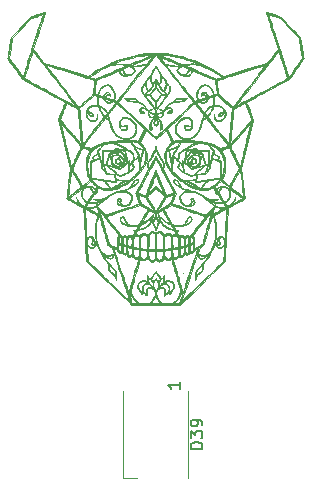
<source format=gbr>
%TF.GenerationSoftware,KiCad,Pcbnew,(5.1.10)-1*%
%TF.CreationDate,2021-09-24T11:07:47+01:00*%
%TF.ProjectId,streamdeck2,73747265-616d-4646-9563-6b322e6b6963,rev?*%
%TF.SameCoordinates,Original*%
%TF.FileFunction,Legend,Top*%
%TF.FilePolarity,Positive*%
%FSLAX46Y46*%
G04 Gerber Fmt 4.6, Leading zero omitted, Abs format (unit mm)*
G04 Created by KiCad (PCBNEW (5.1.10)-1) date 2021-09-24 11:07:47*
%MOMM*%
%LPD*%
G01*
G04 APERTURE LIST*
%ADD10C,0.010000*%
%ADD11C,0.120000*%
%ADD12C,0.150000*%
G04 APERTURE END LIST*
D10*
%TO.C,G\u002A\u002A\u002A*%
G36*
X98051268Y-62803950D02*
G01*
X98084907Y-62831403D01*
X98136741Y-62888683D01*
X98198581Y-62973324D01*
X98264966Y-63075771D01*
X98330438Y-63186472D01*
X98389538Y-63295874D01*
X98436805Y-63394425D01*
X98466780Y-63472572D01*
X98474645Y-63513362D01*
X98491381Y-63547219D01*
X98535159Y-63597890D01*
X98593537Y-63651815D01*
X98713499Y-63764359D01*
X98813078Y-63881776D01*
X98884901Y-63994482D01*
X98916588Y-64071796D01*
X98958338Y-64160835D01*
X99034359Y-64262182D01*
X99064731Y-64295482D01*
X99129899Y-64368640D01*
X99186226Y-64440113D01*
X99221878Y-64494847D01*
X99222659Y-64496381D01*
X99247036Y-64576920D01*
X99258196Y-64682571D01*
X99255871Y-64794114D01*
X99239791Y-64892331D01*
X99228677Y-64925451D01*
X99208275Y-64959913D01*
X99163201Y-65026815D01*
X99096623Y-65121748D01*
X99011706Y-65240301D01*
X98911617Y-65378066D01*
X98799521Y-65530634D01*
X98678586Y-65693595D01*
X98639858Y-65745450D01*
X98082100Y-66491145D01*
X98082100Y-66629402D01*
X98085898Y-66715589D01*
X98098475Y-66763957D01*
X98116414Y-66780826D01*
X98160166Y-66781466D01*
X98232298Y-66767044D01*
X98319277Y-66741884D01*
X98407568Y-66710308D01*
X98483635Y-66676642D01*
X98529545Y-66648853D01*
X98566361Y-66610732D01*
X98569442Y-66576027D01*
X98535690Y-66539978D01*
X98462011Y-66497825D01*
X98417660Y-66476810D01*
X98353245Y-66446609D01*
X98327296Y-66430529D01*
X98336130Y-66423814D01*
X98375005Y-66421737D01*
X98493264Y-66438528D01*
X98591989Y-66492533D01*
X98609740Y-66508759D01*
X98637720Y-66533534D01*
X98659608Y-66534572D01*
X98687280Y-66506900D01*
X98720344Y-66462424D01*
X98832227Y-66309934D01*
X98923786Y-66190032D01*
X99000697Y-66097139D01*
X99068634Y-66025674D01*
X99133273Y-65970059D01*
X99200290Y-65924712D01*
X99275360Y-65884055D01*
X99339563Y-65853648D01*
X99448851Y-65796280D01*
X99537131Y-65729440D01*
X99583240Y-65681383D01*
X99675372Y-65681383D01*
X99688651Y-65699193D01*
X99731436Y-65711170D01*
X99808154Y-65717765D01*
X99923229Y-65719428D01*
X100033281Y-65717802D01*
X100155797Y-65713409D01*
X100243721Y-65705486D01*
X100308616Y-65692194D01*
X100362040Y-65671698D01*
X100379645Y-65662762D01*
X100455063Y-65621232D01*
X100491012Y-65595217D01*
X100485836Y-65581063D01*
X100437881Y-65575113D01*
X100345491Y-65573711D01*
X100339329Y-65573694D01*
X100221326Y-65570968D01*
X100094749Y-65564294D01*
X99986888Y-65555112D01*
X99986358Y-65555053D01*
X99899910Y-65546613D01*
X99844348Y-65547039D01*
X99804775Y-65559123D01*
X99766296Y-65585660D01*
X99749676Y-65599428D01*
X99703531Y-65642486D01*
X99677502Y-65674977D01*
X99675372Y-65681383D01*
X99583240Y-65681383D01*
X99624262Y-65638629D01*
X99710993Y-65547635D01*
X99788513Y-65492356D01*
X99870112Y-65468176D01*
X99969076Y-65470478D01*
X100061794Y-65486619D01*
X100176236Y-65507472D01*
X100274067Y-65516180D01*
X100373099Y-65512745D01*
X100491142Y-65497167D01*
X100552827Y-65486620D01*
X100636887Y-65473237D01*
X100701817Y-65465879D01*
X100735644Y-65465834D01*
X100737554Y-65466747D01*
X100730640Y-65488479D01*
X100693459Y-65527775D01*
X100634843Y-65577620D01*
X100563624Y-65631000D01*
X100488632Y-65680901D01*
X100418699Y-65720307D01*
X100417701Y-65720799D01*
X100365214Y-65745475D01*
X100318452Y-65762856D01*
X100267805Y-65774234D01*
X100203662Y-65780901D01*
X100116415Y-65784147D01*
X99996453Y-65785264D01*
X99936952Y-65785404D01*
X99795767Y-65786484D01*
X99693575Y-65789652D01*
X99623206Y-65795581D01*
X99577492Y-65804942D01*
X99549266Y-65818409D01*
X99544406Y-65822233D01*
X99502534Y-65849954D01*
X99433238Y-65887848D01*
X99351477Y-65927736D01*
X99351006Y-65927953D01*
X99260924Y-65974215D01*
X99175906Y-66025996D01*
X99120097Y-66067436D01*
X99077619Y-66109596D01*
X99027221Y-66166441D01*
X98976390Y-66228442D01*
X98932613Y-66286076D01*
X98903377Y-66329814D01*
X98896169Y-66350132D01*
X98897572Y-66350573D01*
X98923387Y-66342503D01*
X98974822Y-66322465D01*
X98990629Y-66315936D01*
X99109970Y-66284892D01*
X99228406Y-66287177D01*
X99334454Y-66320555D01*
X99416631Y-66382792D01*
X99431516Y-66401760D01*
X99465626Y-66485587D01*
X99460128Y-66572606D01*
X99420076Y-66654270D01*
X99350526Y-66722029D01*
X99256532Y-66767335D01*
X99209101Y-66777898D01*
X99112858Y-66787988D01*
X99053525Y-66781742D01*
X99024073Y-66757041D01*
X99017281Y-66720039D01*
X99019107Y-66713503D01*
X99075009Y-66713503D01*
X99094268Y-66722335D01*
X99142556Y-66718268D01*
X99205632Y-66704555D01*
X99269261Y-66684448D01*
X99319204Y-66661200D01*
X99327009Y-66655935D01*
X99380302Y-66589129D01*
X99394202Y-66533017D01*
X99401668Y-66454482D01*
X99351219Y-66508233D01*
X99302471Y-66551124D01*
X99232745Y-66602255D01*
X99187889Y-66631441D01*
X99126892Y-66670986D01*
X99085904Y-66701411D01*
X99075009Y-66713503D01*
X99019107Y-66713503D01*
X99029608Y-66675935D01*
X99071681Y-66630826D01*
X99126861Y-66591254D01*
X99220374Y-66527761D01*
X99278879Y-66480956D01*
X99307659Y-66444962D01*
X99311998Y-66413903D01*
X99304362Y-66393848D01*
X99261338Y-66358696D01*
X99189913Y-66347546D01*
X99099528Y-66357932D01*
X98999626Y-66387386D01*
X98899647Y-66433441D01*
X98809034Y-66493630D01*
X98763351Y-66535228D01*
X98722022Y-66585730D01*
X98704016Y-66636023D01*
X98702237Y-66707616D01*
X98702787Y-66718847D01*
X98692559Y-66851549D01*
X98651047Y-66963012D01*
X98584635Y-67049505D01*
X98499706Y-67107298D01*
X98402643Y-67132661D01*
X98299830Y-67121863D01*
X98197649Y-67071174D01*
X98157145Y-67037737D01*
X98116749Y-67003116D01*
X98103879Y-66999571D01*
X98116067Y-67023066D01*
X98150843Y-67069563D01*
X98205739Y-67135023D01*
X98240820Y-67174557D01*
X98317418Y-67268525D01*
X98398759Y-67382770D01*
X98469785Y-67495851D01*
X98483274Y-67519797D01*
X98534506Y-67616560D01*
X98566243Y-67688449D01*
X98583024Y-67750024D01*
X98589391Y-67815847D01*
X98590100Y-67862437D01*
X98581956Y-67999678D01*
X98556815Y-68095864D01*
X98513613Y-68153284D01*
X98451286Y-68174230D01*
X98445210Y-68174401D01*
X98400710Y-68154771D01*
X98378008Y-68096341D01*
X98377650Y-68030436D01*
X98435929Y-68030436D01*
X98439922Y-68071085D01*
X98465909Y-68083841D01*
X98496491Y-68064918D01*
X98506811Y-68045866D01*
X98516768Y-67998152D01*
X98520531Y-67934380D01*
X98518529Y-67870428D01*
X98511193Y-67822177D01*
X98500306Y-67805300D01*
X98483473Y-67825574D01*
X98467347Y-67875884D01*
X98464093Y-67891891D01*
X98450147Y-67964362D01*
X98437048Y-68025699D01*
X98435929Y-68030436D01*
X98377650Y-68030436D01*
X98377491Y-68001227D01*
X98394235Y-67895724D01*
X98421376Y-67731807D01*
X98425578Y-67605217D01*
X98406814Y-67513184D01*
X98390265Y-67481392D01*
X98340639Y-67410233D01*
X98286087Y-67336639D01*
X98233721Y-67269598D01*
X98190651Y-67218096D01*
X98163989Y-67191119D01*
X98159202Y-67189410D01*
X98159751Y-67214486D01*
X98169402Y-67272288D01*
X98186105Y-67350723D01*
X98187657Y-67357406D01*
X98213782Y-67518819D01*
X98208789Y-67646221D01*
X98172666Y-67739736D01*
X98140811Y-67775674D01*
X98086829Y-67811832D01*
X98038668Y-67828295D01*
X98035918Y-67828391D01*
X97989218Y-67813949D01*
X97934812Y-67778864D01*
X97931025Y-67775674D01*
X97878358Y-67700109D01*
X97858912Y-67601300D01*
X97922302Y-67601300D01*
X97926824Y-67652634D01*
X97944367Y-67688384D01*
X97963591Y-67709882D01*
X98005828Y-67745117D01*
X98035918Y-67759118D01*
X98067373Y-67744187D01*
X98108244Y-67709882D01*
X98135532Y-67676239D01*
X98148015Y-67636557D01*
X98148497Y-67575837D01*
X98143837Y-67519382D01*
X98130619Y-67422848D01*
X98110872Y-67325872D01*
X98087582Y-67239066D01*
X98063733Y-67173040D01*
X98042310Y-67138406D01*
X98035918Y-67135664D01*
X98016053Y-67156759D01*
X97992716Y-67212972D01*
X97968890Y-67293691D01*
X97947559Y-67388305D01*
X97931709Y-67486203D01*
X97927998Y-67519382D01*
X97922302Y-67601300D01*
X97858912Y-67601300D01*
X97856830Y-67590724D01*
X97866427Y-67447394D01*
X97884179Y-67357406D01*
X97901350Y-67277862D01*
X97911629Y-67218001D01*
X97912967Y-67189915D01*
X97912634Y-67189410D01*
X97895860Y-67202155D01*
X97859422Y-67243541D01*
X97810430Y-67304581D01*
X97755996Y-67376289D01*
X97703232Y-67449679D01*
X97681571Y-67481392D01*
X97652122Y-67558303D01*
X97645652Y-67668484D01*
X97662132Y-67814704D01*
X97677601Y-67895724D01*
X97696440Y-68009948D01*
X97696706Y-68088263D01*
X97689718Y-68116597D01*
X97651866Y-68164026D01*
X97596254Y-68172472D01*
X97558226Y-68156613D01*
X97520246Y-68107587D01*
X97494387Y-68020220D01*
X97483001Y-67907320D01*
X97551009Y-67907320D01*
X97556483Y-68003775D01*
X97574111Y-68060263D01*
X97605698Y-68081826D01*
X97613710Y-68082391D01*
X97638065Y-68067603D01*
X97635907Y-68030436D01*
X97623285Y-67972214D01*
X97609124Y-67899452D01*
X97607743Y-67891891D01*
X97590239Y-67827684D01*
X97572105Y-67808234D01*
X97557619Y-67832375D01*
X97551063Y-67898943D01*
X97551009Y-67907320D01*
X97483001Y-67907320D01*
X97482380Y-67901170D01*
X97481736Y-67862437D01*
X97484095Y-67787309D01*
X97494198Y-67724997D01*
X97516585Y-67660940D01*
X97555795Y-67580578D01*
X97588561Y-67519797D01*
X97655007Y-67410078D01*
X97735287Y-67294185D01*
X97814342Y-67193562D01*
X97831016Y-67174557D01*
X97895253Y-67100952D01*
X97940635Y-67044245D01*
X97964693Y-67008473D01*
X97964957Y-66997673D01*
X97938958Y-67015884D01*
X97914690Y-67037737D01*
X97814632Y-67105984D01*
X97711306Y-67132799D01*
X97611096Y-67121913D01*
X97520384Y-67077057D01*
X97445553Y-67001960D01*
X97392988Y-66900354D01*
X97369070Y-66775969D01*
X97369058Y-66743907D01*
X97436087Y-66743907D01*
X97446420Y-66811405D01*
X97465752Y-66882697D01*
X97481289Y-66922464D01*
X97541714Y-67010373D01*
X97621841Y-67057602D01*
X97716566Y-67062424D01*
X97804754Y-67031886D01*
X97860668Y-66992780D01*
X97910327Y-66941844D01*
X97940181Y-66894067D01*
X97943554Y-66878360D01*
X97937127Y-66873471D01*
X98128281Y-66873471D01*
X98146223Y-66920257D01*
X98191653Y-66974813D01*
X98250982Y-67021358D01*
X98343484Y-67060583D01*
X98435113Y-67058977D01*
X98485739Y-67043471D01*
X98537714Y-67003261D01*
X98585105Y-66931943D01*
X98620286Y-66844491D01*
X98635630Y-66755880D01*
X98635774Y-66748891D01*
X98632977Y-66694689D01*
X98617486Y-66677786D01*
X98580151Y-66694909D01*
X98547482Y-66717295D01*
X98470887Y-66759233D01*
X98364919Y-66800934D01*
X98246007Y-66836245D01*
X98203327Y-66846180D01*
X98152524Y-66860036D01*
X98128560Y-66872442D01*
X98128281Y-66873471D01*
X97937127Y-66873471D01*
X97923576Y-66863163D01*
X97874843Y-66847593D01*
X97868509Y-66846180D01*
X97748956Y-66814661D01*
X97636453Y-66774545D01*
X97547427Y-66731985D01*
X97524353Y-66717295D01*
X97478243Y-66687316D01*
X97450048Y-66673896D01*
X97449308Y-66673845D01*
X97436475Y-66693592D01*
X97436087Y-66743907D01*
X97369058Y-66743907D01*
X97369048Y-66718847D01*
X97368763Y-66643184D01*
X97353116Y-66591445D01*
X97315013Y-66542120D01*
X97308485Y-66535228D01*
X97227949Y-66467786D01*
X97132418Y-66413007D01*
X97031334Y-66373357D01*
X96934137Y-66351305D01*
X96850271Y-66349317D01*
X96789176Y-66369860D01*
X96767473Y-66393848D01*
X96758915Y-66424837D01*
X96771406Y-66456990D01*
X96810232Y-66496182D01*
X96880677Y-66548293D01*
X96944975Y-66591254D01*
X97014154Y-66642942D01*
X97047901Y-66686941D01*
X97054554Y-66720039D01*
X97044939Y-66762059D01*
X97011406Y-66783825D01*
X96946926Y-66787456D01*
X96862735Y-66777898D01*
X96759652Y-66745082D01*
X96678805Y-66686078D01*
X96625248Y-66609435D01*
X96604944Y-66527367D01*
X96673554Y-66527367D01*
X96694639Y-66605952D01*
X96758185Y-66667249D01*
X96812574Y-66694257D01*
X96864014Y-66708658D01*
X96923115Y-66717382D01*
X96972941Y-66718939D01*
X96996556Y-66711840D01*
X96996827Y-66710462D01*
X96978850Y-66694239D01*
X96932340Y-66662148D01*
X96883946Y-66631441D01*
X96811311Y-66582787D01*
X96748259Y-66533848D01*
X96722310Y-66509652D01*
X96673554Y-66457319D01*
X96673554Y-66527367D01*
X96604944Y-66527367D01*
X96604037Y-66523703D01*
X96620226Y-66437430D01*
X96640319Y-66401760D01*
X96715064Y-66332935D01*
X96816433Y-66292432D01*
X96932945Y-66282486D01*
X97053116Y-66305333D01*
X97081207Y-66315936D01*
X97136614Y-66338098D01*
X97170861Y-66349951D01*
X97174263Y-66350573D01*
X97171304Y-66334919D01*
X97145111Y-66294311D01*
X97103171Y-66238272D01*
X97052970Y-66176330D01*
X97001997Y-66118011D01*
X96957737Y-66072842D01*
X96951739Y-66067436D01*
X96888291Y-66020957D01*
X96801885Y-65969187D01*
X96720830Y-65927953D01*
X96639040Y-65888076D01*
X96569631Y-65850148D01*
X96527561Y-65822346D01*
X96527429Y-65822233D01*
X96502265Y-65807706D01*
X96461294Y-65797442D01*
X96397349Y-65790770D01*
X96303260Y-65787015D01*
X96171860Y-65785506D01*
X96134884Y-65785404D01*
X95999092Y-65784779D01*
X95899870Y-65782542D01*
X95827610Y-65777403D01*
X95772702Y-65768071D01*
X95725535Y-65753254D01*
X95676500Y-65731660D01*
X95654135Y-65720799D01*
X95584350Y-65681610D01*
X95509369Y-65631819D01*
X95454431Y-65590714D01*
X95568284Y-65590714D01*
X95570870Y-65593770D01*
X95662973Y-65647585D01*
X95759932Y-65691149D01*
X95807645Y-65706727D01*
X95860436Y-65714213D01*
X95941502Y-65718611D01*
X96039546Y-65720131D01*
X96143274Y-65718979D01*
X96241390Y-65715363D01*
X96322599Y-65709492D01*
X96375603Y-65701572D01*
X96389062Y-65696035D01*
X96384908Y-65671120D01*
X96352780Y-65629567D01*
X96329395Y-65606907D01*
X96286472Y-65570640D01*
X96250084Y-65551100D01*
X96205400Y-65545108D01*
X96137589Y-65549484D01*
X96086956Y-65554947D01*
X95978415Y-65564202D01*
X95851197Y-65570935D01*
X95732794Y-65573693D01*
X95732506Y-65573694D01*
X95644340Y-65576028D01*
X95587443Y-65581969D01*
X95568284Y-65590714D01*
X95454431Y-65590714D01*
X95438024Y-65578439D01*
X95379145Y-65528485D01*
X95341564Y-65488972D01*
X95334113Y-65466915D01*
X95334281Y-65466747D01*
X95360925Y-65465274D01*
X95420923Y-65471355D01*
X95502301Y-65483704D01*
X95519009Y-65486620D01*
X95650854Y-65507472D01*
X95755954Y-65516180D01*
X95852119Y-65512745D01*
X95957159Y-65497167D01*
X96010041Y-65486619D01*
X96130530Y-65467619D01*
X96223774Y-65471668D01*
X96303060Y-65503383D01*
X96381676Y-65567381D01*
X96447573Y-65638629D01*
X96535822Y-65730451D01*
X96624242Y-65797063D01*
X96732273Y-65853648D01*
X96816977Y-65894430D01*
X96889420Y-65935765D01*
X96955279Y-65983233D01*
X97020227Y-66042412D01*
X97089940Y-66118884D01*
X97170095Y-66218227D01*
X97266366Y-66346021D01*
X97351491Y-66462424D01*
X97391849Y-66515827D01*
X97417198Y-66536655D01*
X97439417Y-66529883D01*
X97462095Y-66508759D01*
X97555108Y-66447226D01*
X97670077Y-66422010D01*
X97696830Y-66421737D01*
X97736190Y-66423886D01*
X97744377Y-66430739D01*
X97717708Y-66447051D01*
X97654176Y-66476810D01*
X97562518Y-66523016D01*
X97512109Y-66561087D01*
X97499853Y-66595783D01*
X97522654Y-66631865D01*
X97542290Y-66648853D01*
X97596544Y-66680801D01*
X97674871Y-66714442D01*
X97763736Y-66745455D01*
X97849604Y-66769514D01*
X97918941Y-66782296D01*
X97955422Y-66780826D01*
X97976451Y-66757453D01*
X97987258Y-66702632D01*
X97989736Y-66629402D01*
X97989736Y-66491145D01*
X97431977Y-65745450D01*
X97308947Y-65580166D01*
X97193777Y-65423910D01*
X97089633Y-65281092D01*
X97075986Y-65262131D01*
X97162312Y-65262131D01*
X97180651Y-65292270D01*
X97215666Y-65340351D01*
X97222153Y-65348722D01*
X97250182Y-65385400D01*
X97301359Y-65453199D01*
X97371243Y-65546201D01*
X97455394Y-65658491D01*
X97549371Y-65784152D01*
X97623159Y-65882982D01*
X97718467Y-66010276D01*
X97804545Y-66124384D01*
X97877612Y-66220361D01*
X97933884Y-66293262D01*
X97969578Y-66338143D01*
X97980878Y-66350573D01*
X97984385Y-66329011D01*
X97987236Y-66270439D01*
X97989121Y-66184028D01*
X97989736Y-66088196D01*
X97989736Y-65825819D01*
X98082100Y-65825819D01*
X98082100Y-66092814D01*
X98083831Y-66211483D01*
X98088825Y-66293236D01*
X98096776Y-66334660D01*
X98103901Y-66337873D01*
X98123315Y-66313881D01*
X98166216Y-66258193D01*
X98228540Y-66176172D01*
X98306222Y-66073185D01*
X98395197Y-65954596D01*
X98461656Y-65865664D01*
X98558321Y-65736234D01*
X98648512Y-65615714D01*
X98727673Y-65510172D01*
X98791248Y-65425678D01*
X98834681Y-65368300D01*
X98849718Y-65348722D01*
X98886267Y-65299404D01*
X98908181Y-65265089D01*
X98909524Y-65262131D01*
X98891899Y-65253100D01*
X98838245Y-65246243D01*
X98758705Y-65242645D01*
X98724796Y-65242357D01*
X98532372Y-65242505D01*
X98082100Y-65825819D01*
X97989736Y-65825819D01*
X97764600Y-65534162D01*
X97539463Y-65242505D01*
X97347039Y-65242357D01*
X97260500Y-65244477D01*
X97196101Y-65250256D01*
X97163985Y-65258610D01*
X97162312Y-65262131D01*
X97075986Y-65262131D01*
X97012798Y-65174344D01*
X97571205Y-65174344D01*
X97773188Y-65433178D01*
X97862778Y-65547821D01*
X97928184Y-65630966D01*
X97973516Y-65687610D01*
X98002888Y-65722754D01*
X98020409Y-65741395D01*
X98030191Y-65748534D01*
X98033209Y-65749331D01*
X98052935Y-65734602D01*
X98087636Y-65698255D01*
X98119019Y-65660417D01*
X98171490Y-65594967D01*
X98237931Y-65510858D01*
X98311225Y-65417047D01*
X98316680Y-65410025D01*
X98500133Y-65173750D01*
X98277233Y-64907798D01*
X98198291Y-64814996D01*
X98129130Y-64736302D01*
X98075361Y-64677895D01*
X98042591Y-64645959D01*
X98035918Y-64641845D01*
X98015413Y-64658647D01*
X97971173Y-64704934D01*
X97908801Y-64774527D01*
X97833904Y-64861248D01*
X97794354Y-64908095D01*
X97571205Y-65174344D01*
X97012798Y-65174344D01*
X96999682Y-65156122D01*
X96995246Y-65149845D01*
X97169278Y-65149845D01*
X97501191Y-65149845D01*
X97745464Y-64856363D01*
X97989736Y-64562880D01*
X97989736Y-64325272D01*
X98082100Y-64325272D01*
X98082100Y-64562880D01*
X98326372Y-64856363D01*
X98570644Y-65149845D01*
X98902557Y-65149845D01*
X98650174Y-64893055D01*
X98729825Y-64893055D01*
X98993647Y-65124469D01*
X99048919Y-65073657D01*
X99094543Y-65019165D01*
X99138300Y-64947830D01*
X99146820Y-64930482D01*
X99187169Y-64790759D01*
X99185226Y-64647196D01*
X99142896Y-64509343D01*
X99062085Y-64386750D01*
X99032170Y-64355839D01*
X98962012Y-64289196D01*
X98947188Y-64355839D01*
X98891503Y-64553112D01*
X98818573Y-64729944D01*
X98795978Y-64773223D01*
X98729825Y-64893055D01*
X98650174Y-64893055D01*
X98635895Y-64878527D01*
X98531156Y-64770518D01*
X98452008Y-64684049D01*
X98390645Y-64608761D01*
X98339263Y-64534295D01*
X98290057Y-64450292D01*
X98240140Y-64355735D01*
X98325229Y-64355735D01*
X98344242Y-64402725D01*
X98371474Y-64454380D01*
X98411003Y-64517842D01*
X98465006Y-64592792D01*
X98525858Y-64670058D01*
X98585930Y-64740465D01*
X98637597Y-64794839D01*
X98673232Y-64824006D01*
X98680892Y-64826573D01*
X98698412Y-64807131D01*
X98728309Y-64755776D01*
X98764588Y-64682964D01*
X98770269Y-64670709D01*
X98842523Y-64486378D01*
X98877440Y-64324292D01*
X98874199Y-64178420D01*
X98831978Y-64042733D01*
X98749954Y-63911200D01*
X98651796Y-63801597D01*
X98532973Y-63683573D01*
X98514958Y-63844000D01*
X98493059Y-63961531D01*
X98455924Y-64083831D01*
X98409328Y-64195487D01*
X98359051Y-64281088D01*
X98344322Y-64299153D01*
X98326026Y-64325614D01*
X98325229Y-64355735D01*
X98240140Y-64355735D01*
X98235758Y-64347436D01*
X98184636Y-64249402D01*
X98140915Y-64168300D01*
X98108890Y-64111903D01*
X98092857Y-64087983D01*
X98092191Y-64087664D01*
X98088010Y-64109147D01*
X98084674Y-64167174D01*
X98082592Y-64252108D01*
X98082100Y-64325272D01*
X97989736Y-64325272D01*
X97988823Y-64226823D01*
X97986359Y-64148273D01*
X97982752Y-64099257D01*
X97979644Y-64087664D01*
X97965911Y-64106978D01*
X97935650Y-64159742D01*
X97893156Y-64238181D01*
X97842725Y-64334524D01*
X97836078Y-64347436D01*
X97781327Y-64451112D01*
X97732136Y-64534985D01*
X97680699Y-64609412D01*
X97619212Y-64684754D01*
X97539870Y-64771370D01*
X97435941Y-64878527D01*
X97169278Y-65149845D01*
X96995246Y-65149845D01*
X96927090Y-65053407D01*
X96875022Y-64977359D01*
X96846646Y-64932385D01*
X96843159Y-64925451D01*
X96821127Y-64838769D01*
X96813760Y-64741080D01*
X96880862Y-64741080D01*
X96904064Y-64878084D01*
X96965883Y-65004323D01*
X97013900Y-65063237D01*
X97074706Y-65126719D01*
X97133903Y-65075236D01*
X97191068Y-65024759D01*
X97255682Y-64966691D01*
X97266620Y-64956747D01*
X97340141Y-64889742D01*
X97274923Y-64771566D01*
X97200536Y-64608812D01*
X97140190Y-64420107D01*
X97124647Y-64355839D01*
X97109824Y-64289196D01*
X97039665Y-64355839D01*
X96948992Y-64470920D01*
X96895948Y-64602346D01*
X96880862Y-64741080D01*
X96813760Y-64741080D01*
X96812966Y-64730561D01*
X96818405Y-64620046D01*
X96837176Y-64526441D01*
X96849176Y-64496381D01*
X96883819Y-64442570D01*
X96939582Y-64371455D01*
X97004632Y-64298088D01*
X97007104Y-64295482D01*
X97060825Y-64230684D01*
X97191026Y-64230684D01*
X97201067Y-64383405D01*
X97204585Y-64400249D01*
X97224594Y-64470973D01*
X97254842Y-64555883D01*
X97290649Y-64644269D01*
X97327331Y-64725420D01*
X97360208Y-64788625D01*
X97384598Y-64823175D01*
X97390944Y-64826573D01*
X97413869Y-64810512D01*
X97457995Y-64768100D01*
X97514405Y-64707995D01*
X97523089Y-64698309D01*
X97591706Y-64614723D01*
X97657087Y-64524165D01*
X97700361Y-64454380D01*
X97735059Y-64387079D01*
X97748283Y-64346153D01*
X97742344Y-64318392D01*
X97727513Y-64299153D01*
X97677254Y-64224211D01*
X97628967Y-64118656D01*
X97588432Y-63997900D01*
X97561426Y-63877353D01*
X97556878Y-63844000D01*
X97549235Y-63775936D01*
X97632470Y-63775936D01*
X97636581Y-63884112D01*
X97648303Y-63979388D01*
X97664273Y-64041482D01*
X97702735Y-64126946D01*
X97742043Y-64197409D01*
X97776618Y-64244317D01*
X97800881Y-64259120D01*
X97804716Y-64256763D01*
X97821452Y-64227902D01*
X97850899Y-64168071D01*
X97887491Y-64088710D01*
X97898248Y-64064573D01*
X97949349Y-63954072D01*
X97988577Y-63882686D01*
X98019342Y-63845951D01*
X98045058Y-63839403D01*
X98061933Y-63850442D01*
X98082897Y-63882479D01*
X98116352Y-63945505D01*
X98156393Y-64028147D01*
X98173300Y-64064965D01*
X98213289Y-64148614D01*
X98248461Y-64213458D01*
X98273394Y-64249861D01*
X98279892Y-64254401D01*
X98300484Y-64236001D01*
X98333418Y-64186629D01*
X98370129Y-64119707D01*
X98405441Y-64043655D01*
X98426219Y-63977084D01*
X98436170Y-63902123D01*
X98439000Y-63800903D01*
X98439035Y-63787482D01*
X98436117Y-63674202D01*
X98424430Y-63585716D01*
X98400066Y-63500895D01*
X98373333Y-63432285D01*
X98305163Y-63284385D01*
X98226154Y-63139195D01*
X98145213Y-63012262D01*
X98093913Y-62944664D01*
X98035918Y-62875391D01*
X97977923Y-62944664D01*
X97900409Y-63050910D01*
X97818976Y-63185858D01*
X97742583Y-63333857D01*
X97698779Y-63432285D01*
X97660968Y-63535519D01*
X97640584Y-63628600D01*
X97632968Y-63735672D01*
X97632470Y-63775936D01*
X97549235Y-63775936D01*
X97538863Y-63683573D01*
X97420039Y-63801597D01*
X97299276Y-63943214D01*
X97223350Y-64085098D01*
X97191026Y-64230684D01*
X97060825Y-64230684D01*
X97092702Y-64192236D01*
X97146058Y-64098232D01*
X97155248Y-64071796D01*
X97200764Y-63969211D01*
X97279696Y-63854555D01*
X97384670Y-63737415D01*
X97478298Y-63651815D01*
X97538933Y-63595571D01*
X97581769Y-63545379D01*
X97597190Y-63513362D01*
X97609796Y-63457887D01*
X97643972Y-63374520D01*
X97694259Y-63272814D01*
X97755199Y-63162321D01*
X97821331Y-63052595D01*
X97887196Y-62953188D01*
X97947335Y-62873654D01*
X97986928Y-62831403D01*
X98024239Y-62801957D01*
X98051268Y-62803950D01*
G37*
X98051268Y-62803950D02*
X98084907Y-62831403D01*
X98136741Y-62888683D01*
X98198581Y-62973324D01*
X98264966Y-63075771D01*
X98330438Y-63186472D01*
X98389538Y-63295874D01*
X98436805Y-63394425D01*
X98466780Y-63472572D01*
X98474645Y-63513362D01*
X98491381Y-63547219D01*
X98535159Y-63597890D01*
X98593537Y-63651815D01*
X98713499Y-63764359D01*
X98813078Y-63881776D01*
X98884901Y-63994482D01*
X98916588Y-64071796D01*
X98958338Y-64160835D01*
X99034359Y-64262182D01*
X99064731Y-64295482D01*
X99129899Y-64368640D01*
X99186226Y-64440113D01*
X99221878Y-64494847D01*
X99222659Y-64496381D01*
X99247036Y-64576920D01*
X99258196Y-64682571D01*
X99255871Y-64794114D01*
X99239791Y-64892331D01*
X99228677Y-64925451D01*
X99208275Y-64959913D01*
X99163201Y-65026815D01*
X99096623Y-65121748D01*
X99011706Y-65240301D01*
X98911617Y-65378066D01*
X98799521Y-65530634D01*
X98678586Y-65693595D01*
X98639858Y-65745450D01*
X98082100Y-66491145D01*
X98082100Y-66629402D01*
X98085898Y-66715589D01*
X98098475Y-66763957D01*
X98116414Y-66780826D01*
X98160166Y-66781466D01*
X98232298Y-66767044D01*
X98319277Y-66741884D01*
X98407568Y-66710308D01*
X98483635Y-66676642D01*
X98529545Y-66648853D01*
X98566361Y-66610732D01*
X98569442Y-66576027D01*
X98535690Y-66539978D01*
X98462011Y-66497825D01*
X98417660Y-66476810D01*
X98353245Y-66446609D01*
X98327296Y-66430529D01*
X98336130Y-66423814D01*
X98375005Y-66421737D01*
X98493264Y-66438528D01*
X98591989Y-66492533D01*
X98609740Y-66508759D01*
X98637720Y-66533534D01*
X98659608Y-66534572D01*
X98687280Y-66506900D01*
X98720344Y-66462424D01*
X98832227Y-66309934D01*
X98923786Y-66190032D01*
X99000697Y-66097139D01*
X99068634Y-66025674D01*
X99133273Y-65970059D01*
X99200290Y-65924712D01*
X99275360Y-65884055D01*
X99339563Y-65853648D01*
X99448851Y-65796280D01*
X99537131Y-65729440D01*
X99583240Y-65681383D01*
X99675372Y-65681383D01*
X99688651Y-65699193D01*
X99731436Y-65711170D01*
X99808154Y-65717765D01*
X99923229Y-65719428D01*
X100033281Y-65717802D01*
X100155797Y-65713409D01*
X100243721Y-65705486D01*
X100308616Y-65692194D01*
X100362040Y-65671698D01*
X100379645Y-65662762D01*
X100455063Y-65621232D01*
X100491012Y-65595217D01*
X100485836Y-65581063D01*
X100437881Y-65575113D01*
X100345491Y-65573711D01*
X100339329Y-65573694D01*
X100221326Y-65570968D01*
X100094749Y-65564294D01*
X99986888Y-65555112D01*
X99986358Y-65555053D01*
X99899910Y-65546613D01*
X99844348Y-65547039D01*
X99804775Y-65559123D01*
X99766296Y-65585660D01*
X99749676Y-65599428D01*
X99703531Y-65642486D01*
X99677502Y-65674977D01*
X99675372Y-65681383D01*
X99583240Y-65681383D01*
X99624262Y-65638629D01*
X99710993Y-65547635D01*
X99788513Y-65492356D01*
X99870112Y-65468176D01*
X99969076Y-65470478D01*
X100061794Y-65486619D01*
X100176236Y-65507472D01*
X100274067Y-65516180D01*
X100373099Y-65512745D01*
X100491142Y-65497167D01*
X100552827Y-65486620D01*
X100636887Y-65473237D01*
X100701817Y-65465879D01*
X100735644Y-65465834D01*
X100737554Y-65466747D01*
X100730640Y-65488479D01*
X100693459Y-65527775D01*
X100634843Y-65577620D01*
X100563624Y-65631000D01*
X100488632Y-65680901D01*
X100418699Y-65720307D01*
X100417701Y-65720799D01*
X100365214Y-65745475D01*
X100318452Y-65762856D01*
X100267805Y-65774234D01*
X100203662Y-65780901D01*
X100116415Y-65784147D01*
X99996453Y-65785264D01*
X99936952Y-65785404D01*
X99795767Y-65786484D01*
X99693575Y-65789652D01*
X99623206Y-65795581D01*
X99577492Y-65804942D01*
X99549266Y-65818409D01*
X99544406Y-65822233D01*
X99502534Y-65849954D01*
X99433238Y-65887848D01*
X99351477Y-65927736D01*
X99351006Y-65927953D01*
X99260924Y-65974215D01*
X99175906Y-66025996D01*
X99120097Y-66067436D01*
X99077619Y-66109596D01*
X99027221Y-66166441D01*
X98976390Y-66228442D01*
X98932613Y-66286076D01*
X98903377Y-66329814D01*
X98896169Y-66350132D01*
X98897572Y-66350573D01*
X98923387Y-66342503D01*
X98974822Y-66322465D01*
X98990629Y-66315936D01*
X99109970Y-66284892D01*
X99228406Y-66287177D01*
X99334454Y-66320555D01*
X99416631Y-66382792D01*
X99431516Y-66401760D01*
X99465626Y-66485587D01*
X99460128Y-66572606D01*
X99420076Y-66654270D01*
X99350526Y-66722029D01*
X99256532Y-66767335D01*
X99209101Y-66777898D01*
X99112858Y-66787988D01*
X99053525Y-66781742D01*
X99024073Y-66757041D01*
X99017281Y-66720039D01*
X99019107Y-66713503D01*
X99075009Y-66713503D01*
X99094268Y-66722335D01*
X99142556Y-66718268D01*
X99205632Y-66704555D01*
X99269261Y-66684448D01*
X99319204Y-66661200D01*
X99327009Y-66655935D01*
X99380302Y-66589129D01*
X99394202Y-66533017D01*
X99401668Y-66454482D01*
X99351219Y-66508233D01*
X99302471Y-66551124D01*
X99232745Y-66602255D01*
X99187889Y-66631441D01*
X99126892Y-66670986D01*
X99085904Y-66701411D01*
X99075009Y-66713503D01*
X99019107Y-66713503D01*
X99029608Y-66675935D01*
X99071681Y-66630826D01*
X99126861Y-66591254D01*
X99220374Y-66527761D01*
X99278879Y-66480956D01*
X99307659Y-66444962D01*
X99311998Y-66413903D01*
X99304362Y-66393848D01*
X99261338Y-66358696D01*
X99189913Y-66347546D01*
X99099528Y-66357932D01*
X98999626Y-66387386D01*
X98899647Y-66433441D01*
X98809034Y-66493630D01*
X98763351Y-66535228D01*
X98722022Y-66585730D01*
X98704016Y-66636023D01*
X98702237Y-66707616D01*
X98702787Y-66718847D01*
X98692559Y-66851549D01*
X98651047Y-66963012D01*
X98584635Y-67049505D01*
X98499706Y-67107298D01*
X98402643Y-67132661D01*
X98299830Y-67121863D01*
X98197649Y-67071174D01*
X98157145Y-67037737D01*
X98116749Y-67003116D01*
X98103879Y-66999571D01*
X98116067Y-67023066D01*
X98150843Y-67069563D01*
X98205739Y-67135023D01*
X98240820Y-67174557D01*
X98317418Y-67268525D01*
X98398759Y-67382770D01*
X98469785Y-67495851D01*
X98483274Y-67519797D01*
X98534506Y-67616560D01*
X98566243Y-67688449D01*
X98583024Y-67750024D01*
X98589391Y-67815847D01*
X98590100Y-67862437D01*
X98581956Y-67999678D01*
X98556815Y-68095864D01*
X98513613Y-68153284D01*
X98451286Y-68174230D01*
X98445210Y-68174401D01*
X98400710Y-68154771D01*
X98378008Y-68096341D01*
X98377650Y-68030436D01*
X98435929Y-68030436D01*
X98439922Y-68071085D01*
X98465909Y-68083841D01*
X98496491Y-68064918D01*
X98506811Y-68045866D01*
X98516768Y-67998152D01*
X98520531Y-67934380D01*
X98518529Y-67870428D01*
X98511193Y-67822177D01*
X98500306Y-67805300D01*
X98483473Y-67825574D01*
X98467347Y-67875884D01*
X98464093Y-67891891D01*
X98450147Y-67964362D01*
X98437048Y-68025699D01*
X98435929Y-68030436D01*
X98377650Y-68030436D01*
X98377491Y-68001227D01*
X98394235Y-67895724D01*
X98421376Y-67731807D01*
X98425578Y-67605217D01*
X98406814Y-67513184D01*
X98390265Y-67481392D01*
X98340639Y-67410233D01*
X98286087Y-67336639D01*
X98233721Y-67269598D01*
X98190651Y-67218096D01*
X98163989Y-67191119D01*
X98159202Y-67189410D01*
X98159751Y-67214486D01*
X98169402Y-67272288D01*
X98186105Y-67350723D01*
X98187657Y-67357406D01*
X98213782Y-67518819D01*
X98208789Y-67646221D01*
X98172666Y-67739736D01*
X98140811Y-67775674D01*
X98086829Y-67811832D01*
X98038668Y-67828295D01*
X98035918Y-67828391D01*
X97989218Y-67813949D01*
X97934812Y-67778864D01*
X97931025Y-67775674D01*
X97878358Y-67700109D01*
X97858912Y-67601300D01*
X97922302Y-67601300D01*
X97926824Y-67652634D01*
X97944367Y-67688384D01*
X97963591Y-67709882D01*
X98005828Y-67745117D01*
X98035918Y-67759118D01*
X98067373Y-67744187D01*
X98108244Y-67709882D01*
X98135532Y-67676239D01*
X98148015Y-67636557D01*
X98148497Y-67575837D01*
X98143837Y-67519382D01*
X98130619Y-67422848D01*
X98110872Y-67325872D01*
X98087582Y-67239066D01*
X98063733Y-67173040D01*
X98042310Y-67138406D01*
X98035918Y-67135664D01*
X98016053Y-67156759D01*
X97992716Y-67212972D01*
X97968890Y-67293691D01*
X97947559Y-67388305D01*
X97931709Y-67486203D01*
X97927998Y-67519382D01*
X97922302Y-67601300D01*
X97858912Y-67601300D01*
X97856830Y-67590724D01*
X97866427Y-67447394D01*
X97884179Y-67357406D01*
X97901350Y-67277862D01*
X97911629Y-67218001D01*
X97912967Y-67189915D01*
X97912634Y-67189410D01*
X97895860Y-67202155D01*
X97859422Y-67243541D01*
X97810430Y-67304581D01*
X97755996Y-67376289D01*
X97703232Y-67449679D01*
X97681571Y-67481392D01*
X97652122Y-67558303D01*
X97645652Y-67668484D01*
X97662132Y-67814704D01*
X97677601Y-67895724D01*
X97696440Y-68009948D01*
X97696706Y-68088263D01*
X97689718Y-68116597D01*
X97651866Y-68164026D01*
X97596254Y-68172472D01*
X97558226Y-68156613D01*
X97520246Y-68107587D01*
X97494387Y-68020220D01*
X97483001Y-67907320D01*
X97551009Y-67907320D01*
X97556483Y-68003775D01*
X97574111Y-68060263D01*
X97605698Y-68081826D01*
X97613710Y-68082391D01*
X97638065Y-68067603D01*
X97635907Y-68030436D01*
X97623285Y-67972214D01*
X97609124Y-67899452D01*
X97607743Y-67891891D01*
X97590239Y-67827684D01*
X97572105Y-67808234D01*
X97557619Y-67832375D01*
X97551063Y-67898943D01*
X97551009Y-67907320D01*
X97483001Y-67907320D01*
X97482380Y-67901170D01*
X97481736Y-67862437D01*
X97484095Y-67787309D01*
X97494198Y-67724997D01*
X97516585Y-67660940D01*
X97555795Y-67580578D01*
X97588561Y-67519797D01*
X97655007Y-67410078D01*
X97735287Y-67294185D01*
X97814342Y-67193562D01*
X97831016Y-67174557D01*
X97895253Y-67100952D01*
X97940635Y-67044245D01*
X97964693Y-67008473D01*
X97964957Y-66997673D01*
X97938958Y-67015884D01*
X97914690Y-67037737D01*
X97814632Y-67105984D01*
X97711306Y-67132799D01*
X97611096Y-67121913D01*
X97520384Y-67077057D01*
X97445553Y-67001960D01*
X97392988Y-66900354D01*
X97369070Y-66775969D01*
X97369058Y-66743907D01*
X97436087Y-66743907D01*
X97446420Y-66811405D01*
X97465752Y-66882697D01*
X97481289Y-66922464D01*
X97541714Y-67010373D01*
X97621841Y-67057602D01*
X97716566Y-67062424D01*
X97804754Y-67031886D01*
X97860668Y-66992780D01*
X97910327Y-66941844D01*
X97940181Y-66894067D01*
X97943554Y-66878360D01*
X97937127Y-66873471D01*
X98128281Y-66873471D01*
X98146223Y-66920257D01*
X98191653Y-66974813D01*
X98250982Y-67021358D01*
X98343484Y-67060583D01*
X98435113Y-67058977D01*
X98485739Y-67043471D01*
X98537714Y-67003261D01*
X98585105Y-66931943D01*
X98620286Y-66844491D01*
X98635630Y-66755880D01*
X98635774Y-66748891D01*
X98632977Y-66694689D01*
X98617486Y-66677786D01*
X98580151Y-66694909D01*
X98547482Y-66717295D01*
X98470887Y-66759233D01*
X98364919Y-66800934D01*
X98246007Y-66836245D01*
X98203327Y-66846180D01*
X98152524Y-66860036D01*
X98128560Y-66872442D01*
X98128281Y-66873471D01*
X97937127Y-66873471D01*
X97923576Y-66863163D01*
X97874843Y-66847593D01*
X97868509Y-66846180D01*
X97748956Y-66814661D01*
X97636453Y-66774545D01*
X97547427Y-66731985D01*
X97524353Y-66717295D01*
X97478243Y-66687316D01*
X97450048Y-66673896D01*
X97449308Y-66673845D01*
X97436475Y-66693592D01*
X97436087Y-66743907D01*
X97369058Y-66743907D01*
X97369048Y-66718847D01*
X97368763Y-66643184D01*
X97353116Y-66591445D01*
X97315013Y-66542120D01*
X97308485Y-66535228D01*
X97227949Y-66467786D01*
X97132418Y-66413007D01*
X97031334Y-66373357D01*
X96934137Y-66351305D01*
X96850271Y-66349317D01*
X96789176Y-66369860D01*
X96767473Y-66393848D01*
X96758915Y-66424837D01*
X96771406Y-66456990D01*
X96810232Y-66496182D01*
X96880677Y-66548293D01*
X96944975Y-66591254D01*
X97014154Y-66642942D01*
X97047901Y-66686941D01*
X97054554Y-66720039D01*
X97044939Y-66762059D01*
X97011406Y-66783825D01*
X96946926Y-66787456D01*
X96862735Y-66777898D01*
X96759652Y-66745082D01*
X96678805Y-66686078D01*
X96625248Y-66609435D01*
X96604944Y-66527367D01*
X96673554Y-66527367D01*
X96694639Y-66605952D01*
X96758185Y-66667249D01*
X96812574Y-66694257D01*
X96864014Y-66708658D01*
X96923115Y-66717382D01*
X96972941Y-66718939D01*
X96996556Y-66711840D01*
X96996827Y-66710462D01*
X96978850Y-66694239D01*
X96932340Y-66662148D01*
X96883946Y-66631441D01*
X96811311Y-66582787D01*
X96748259Y-66533848D01*
X96722310Y-66509652D01*
X96673554Y-66457319D01*
X96673554Y-66527367D01*
X96604944Y-66527367D01*
X96604037Y-66523703D01*
X96620226Y-66437430D01*
X96640319Y-66401760D01*
X96715064Y-66332935D01*
X96816433Y-66292432D01*
X96932945Y-66282486D01*
X97053116Y-66305333D01*
X97081207Y-66315936D01*
X97136614Y-66338098D01*
X97170861Y-66349951D01*
X97174263Y-66350573D01*
X97171304Y-66334919D01*
X97145111Y-66294311D01*
X97103171Y-66238272D01*
X97052970Y-66176330D01*
X97001997Y-66118011D01*
X96957737Y-66072842D01*
X96951739Y-66067436D01*
X96888291Y-66020957D01*
X96801885Y-65969187D01*
X96720830Y-65927953D01*
X96639040Y-65888076D01*
X96569631Y-65850148D01*
X96527561Y-65822346D01*
X96527429Y-65822233D01*
X96502265Y-65807706D01*
X96461294Y-65797442D01*
X96397349Y-65790770D01*
X96303260Y-65787015D01*
X96171860Y-65785506D01*
X96134884Y-65785404D01*
X95999092Y-65784779D01*
X95899870Y-65782542D01*
X95827610Y-65777403D01*
X95772702Y-65768071D01*
X95725535Y-65753254D01*
X95676500Y-65731660D01*
X95654135Y-65720799D01*
X95584350Y-65681610D01*
X95509369Y-65631819D01*
X95454431Y-65590714D01*
X95568284Y-65590714D01*
X95570870Y-65593770D01*
X95662973Y-65647585D01*
X95759932Y-65691149D01*
X95807645Y-65706727D01*
X95860436Y-65714213D01*
X95941502Y-65718611D01*
X96039546Y-65720131D01*
X96143274Y-65718979D01*
X96241390Y-65715363D01*
X96322599Y-65709492D01*
X96375603Y-65701572D01*
X96389062Y-65696035D01*
X96384908Y-65671120D01*
X96352780Y-65629567D01*
X96329395Y-65606907D01*
X96286472Y-65570640D01*
X96250084Y-65551100D01*
X96205400Y-65545108D01*
X96137589Y-65549484D01*
X96086956Y-65554947D01*
X95978415Y-65564202D01*
X95851197Y-65570935D01*
X95732794Y-65573693D01*
X95732506Y-65573694D01*
X95644340Y-65576028D01*
X95587443Y-65581969D01*
X95568284Y-65590714D01*
X95454431Y-65590714D01*
X95438024Y-65578439D01*
X95379145Y-65528485D01*
X95341564Y-65488972D01*
X95334113Y-65466915D01*
X95334281Y-65466747D01*
X95360925Y-65465274D01*
X95420923Y-65471355D01*
X95502301Y-65483704D01*
X95519009Y-65486620D01*
X95650854Y-65507472D01*
X95755954Y-65516180D01*
X95852119Y-65512745D01*
X95957159Y-65497167D01*
X96010041Y-65486619D01*
X96130530Y-65467619D01*
X96223774Y-65471668D01*
X96303060Y-65503383D01*
X96381676Y-65567381D01*
X96447573Y-65638629D01*
X96535822Y-65730451D01*
X96624242Y-65797063D01*
X96732273Y-65853648D01*
X96816977Y-65894430D01*
X96889420Y-65935765D01*
X96955279Y-65983233D01*
X97020227Y-66042412D01*
X97089940Y-66118884D01*
X97170095Y-66218227D01*
X97266366Y-66346021D01*
X97351491Y-66462424D01*
X97391849Y-66515827D01*
X97417198Y-66536655D01*
X97439417Y-66529883D01*
X97462095Y-66508759D01*
X97555108Y-66447226D01*
X97670077Y-66422010D01*
X97696830Y-66421737D01*
X97736190Y-66423886D01*
X97744377Y-66430739D01*
X97717708Y-66447051D01*
X97654176Y-66476810D01*
X97562518Y-66523016D01*
X97512109Y-66561087D01*
X97499853Y-66595783D01*
X97522654Y-66631865D01*
X97542290Y-66648853D01*
X97596544Y-66680801D01*
X97674871Y-66714442D01*
X97763736Y-66745455D01*
X97849604Y-66769514D01*
X97918941Y-66782296D01*
X97955422Y-66780826D01*
X97976451Y-66757453D01*
X97987258Y-66702632D01*
X97989736Y-66629402D01*
X97989736Y-66491145D01*
X97431977Y-65745450D01*
X97308947Y-65580166D01*
X97193777Y-65423910D01*
X97089633Y-65281092D01*
X97075986Y-65262131D01*
X97162312Y-65262131D01*
X97180651Y-65292270D01*
X97215666Y-65340351D01*
X97222153Y-65348722D01*
X97250182Y-65385400D01*
X97301359Y-65453199D01*
X97371243Y-65546201D01*
X97455394Y-65658491D01*
X97549371Y-65784152D01*
X97623159Y-65882982D01*
X97718467Y-66010276D01*
X97804545Y-66124384D01*
X97877612Y-66220361D01*
X97933884Y-66293262D01*
X97969578Y-66338143D01*
X97980878Y-66350573D01*
X97984385Y-66329011D01*
X97987236Y-66270439D01*
X97989121Y-66184028D01*
X97989736Y-66088196D01*
X97989736Y-65825819D01*
X98082100Y-65825819D01*
X98082100Y-66092814D01*
X98083831Y-66211483D01*
X98088825Y-66293236D01*
X98096776Y-66334660D01*
X98103901Y-66337873D01*
X98123315Y-66313881D01*
X98166216Y-66258193D01*
X98228540Y-66176172D01*
X98306222Y-66073185D01*
X98395197Y-65954596D01*
X98461656Y-65865664D01*
X98558321Y-65736234D01*
X98648512Y-65615714D01*
X98727673Y-65510172D01*
X98791248Y-65425678D01*
X98834681Y-65368300D01*
X98849718Y-65348722D01*
X98886267Y-65299404D01*
X98908181Y-65265089D01*
X98909524Y-65262131D01*
X98891899Y-65253100D01*
X98838245Y-65246243D01*
X98758705Y-65242645D01*
X98724796Y-65242357D01*
X98532372Y-65242505D01*
X98082100Y-65825819D01*
X97989736Y-65825819D01*
X97764600Y-65534162D01*
X97539463Y-65242505D01*
X97347039Y-65242357D01*
X97260500Y-65244477D01*
X97196101Y-65250256D01*
X97163985Y-65258610D01*
X97162312Y-65262131D01*
X97075986Y-65262131D01*
X97012798Y-65174344D01*
X97571205Y-65174344D01*
X97773188Y-65433178D01*
X97862778Y-65547821D01*
X97928184Y-65630966D01*
X97973516Y-65687610D01*
X98002888Y-65722754D01*
X98020409Y-65741395D01*
X98030191Y-65748534D01*
X98033209Y-65749331D01*
X98052935Y-65734602D01*
X98087636Y-65698255D01*
X98119019Y-65660417D01*
X98171490Y-65594967D01*
X98237931Y-65510858D01*
X98311225Y-65417047D01*
X98316680Y-65410025D01*
X98500133Y-65173750D01*
X98277233Y-64907798D01*
X98198291Y-64814996D01*
X98129130Y-64736302D01*
X98075361Y-64677895D01*
X98042591Y-64645959D01*
X98035918Y-64641845D01*
X98015413Y-64658647D01*
X97971173Y-64704934D01*
X97908801Y-64774527D01*
X97833904Y-64861248D01*
X97794354Y-64908095D01*
X97571205Y-65174344D01*
X97012798Y-65174344D01*
X96999682Y-65156122D01*
X96995246Y-65149845D01*
X97169278Y-65149845D01*
X97501191Y-65149845D01*
X97745464Y-64856363D01*
X97989736Y-64562880D01*
X97989736Y-64325272D01*
X98082100Y-64325272D01*
X98082100Y-64562880D01*
X98326372Y-64856363D01*
X98570644Y-65149845D01*
X98902557Y-65149845D01*
X98650174Y-64893055D01*
X98729825Y-64893055D01*
X98993647Y-65124469D01*
X99048919Y-65073657D01*
X99094543Y-65019165D01*
X99138300Y-64947830D01*
X99146820Y-64930482D01*
X99187169Y-64790759D01*
X99185226Y-64647196D01*
X99142896Y-64509343D01*
X99062085Y-64386750D01*
X99032170Y-64355839D01*
X98962012Y-64289196D01*
X98947188Y-64355839D01*
X98891503Y-64553112D01*
X98818573Y-64729944D01*
X98795978Y-64773223D01*
X98729825Y-64893055D01*
X98650174Y-64893055D01*
X98635895Y-64878527D01*
X98531156Y-64770518D01*
X98452008Y-64684049D01*
X98390645Y-64608761D01*
X98339263Y-64534295D01*
X98290057Y-64450292D01*
X98240140Y-64355735D01*
X98325229Y-64355735D01*
X98344242Y-64402725D01*
X98371474Y-64454380D01*
X98411003Y-64517842D01*
X98465006Y-64592792D01*
X98525858Y-64670058D01*
X98585930Y-64740465D01*
X98637597Y-64794839D01*
X98673232Y-64824006D01*
X98680892Y-64826573D01*
X98698412Y-64807131D01*
X98728309Y-64755776D01*
X98764588Y-64682964D01*
X98770269Y-64670709D01*
X98842523Y-64486378D01*
X98877440Y-64324292D01*
X98874199Y-64178420D01*
X98831978Y-64042733D01*
X98749954Y-63911200D01*
X98651796Y-63801597D01*
X98532973Y-63683573D01*
X98514958Y-63844000D01*
X98493059Y-63961531D01*
X98455924Y-64083831D01*
X98409328Y-64195487D01*
X98359051Y-64281088D01*
X98344322Y-64299153D01*
X98326026Y-64325614D01*
X98325229Y-64355735D01*
X98240140Y-64355735D01*
X98235758Y-64347436D01*
X98184636Y-64249402D01*
X98140915Y-64168300D01*
X98108890Y-64111903D01*
X98092857Y-64087983D01*
X98092191Y-64087664D01*
X98088010Y-64109147D01*
X98084674Y-64167174D01*
X98082592Y-64252108D01*
X98082100Y-64325272D01*
X97989736Y-64325272D01*
X97988823Y-64226823D01*
X97986359Y-64148273D01*
X97982752Y-64099257D01*
X97979644Y-64087664D01*
X97965911Y-64106978D01*
X97935650Y-64159742D01*
X97893156Y-64238181D01*
X97842725Y-64334524D01*
X97836078Y-64347436D01*
X97781327Y-64451112D01*
X97732136Y-64534985D01*
X97680699Y-64609412D01*
X97619212Y-64684754D01*
X97539870Y-64771370D01*
X97435941Y-64878527D01*
X97169278Y-65149845D01*
X96995246Y-65149845D01*
X96927090Y-65053407D01*
X96875022Y-64977359D01*
X96846646Y-64932385D01*
X96843159Y-64925451D01*
X96821127Y-64838769D01*
X96813760Y-64741080D01*
X96880862Y-64741080D01*
X96904064Y-64878084D01*
X96965883Y-65004323D01*
X97013900Y-65063237D01*
X97074706Y-65126719D01*
X97133903Y-65075236D01*
X97191068Y-65024759D01*
X97255682Y-64966691D01*
X97266620Y-64956747D01*
X97340141Y-64889742D01*
X97274923Y-64771566D01*
X97200536Y-64608812D01*
X97140190Y-64420107D01*
X97124647Y-64355839D01*
X97109824Y-64289196D01*
X97039665Y-64355839D01*
X96948992Y-64470920D01*
X96895948Y-64602346D01*
X96880862Y-64741080D01*
X96813760Y-64741080D01*
X96812966Y-64730561D01*
X96818405Y-64620046D01*
X96837176Y-64526441D01*
X96849176Y-64496381D01*
X96883819Y-64442570D01*
X96939582Y-64371455D01*
X97004632Y-64298088D01*
X97007104Y-64295482D01*
X97060825Y-64230684D01*
X97191026Y-64230684D01*
X97201067Y-64383405D01*
X97204585Y-64400249D01*
X97224594Y-64470973D01*
X97254842Y-64555883D01*
X97290649Y-64644269D01*
X97327331Y-64725420D01*
X97360208Y-64788625D01*
X97384598Y-64823175D01*
X97390944Y-64826573D01*
X97413869Y-64810512D01*
X97457995Y-64768100D01*
X97514405Y-64707995D01*
X97523089Y-64698309D01*
X97591706Y-64614723D01*
X97657087Y-64524165D01*
X97700361Y-64454380D01*
X97735059Y-64387079D01*
X97748283Y-64346153D01*
X97742344Y-64318392D01*
X97727513Y-64299153D01*
X97677254Y-64224211D01*
X97628967Y-64118656D01*
X97588432Y-63997900D01*
X97561426Y-63877353D01*
X97556878Y-63844000D01*
X97549235Y-63775936D01*
X97632470Y-63775936D01*
X97636581Y-63884112D01*
X97648303Y-63979388D01*
X97664273Y-64041482D01*
X97702735Y-64126946D01*
X97742043Y-64197409D01*
X97776618Y-64244317D01*
X97800881Y-64259120D01*
X97804716Y-64256763D01*
X97821452Y-64227902D01*
X97850899Y-64168071D01*
X97887491Y-64088710D01*
X97898248Y-64064573D01*
X97949349Y-63954072D01*
X97988577Y-63882686D01*
X98019342Y-63845951D01*
X98045058Y-63839403D01*
X98061933Y-63850442D01*
X98082897Y-63882479D01*
X98116352Y-63945505D01*
X98156393Y-64028147D01*
X98173300Y-64064965D01*
X98213289Y-64148614D01*
X98248461Y-64213458D01*
X98273394Y-64249861D01*
X98279892Y-64254401D01*
X98300484Y-64236001D01*
X98333418Y-64186629D01*
X98370129Y-64119707D01*
X98405441Y-64043655D01*
X98426219Y-63977084D01*
X98436170Y-63902123D01*
X98439000Y-63800903D01*
X98439035Y-63787482D01*
X98436117Y-63674202D01*
X98424430Y-63585716D01*
X98400066Y-63500895D01*
X98373333Y-63432285D01*
X98305163Y-63284385D01*
X98226154Y-63139195D01*
X98145213Y-63012262D01*
X98093913Y-62944664D01*
X98035918Y-62875391D01*
X97977923Y-62944664D01*
X97900409Y-63050910D01*
X97818976Y-63185858D01*
X97742583Y-63333857D01*
X97698779Y-63432285D01*
X97660968Y-63535519D01*
X97640584Y-63628600D01*
X97632968Y-63735672D01*
X97632470Y-63775936D01*
X97549235Y-63775936D01*
X97538863Y-63683573D01*
X97420039Y-63801597D01*
X97299276Y-63943214D01*
X97223350Y-64085098D01*
X97191026Y-64230684D01*
X97060825Y-64230684D01*
X97092702Y-64192236D01*
X97146058Y-64098232D01*
X97155248Y-64071796D01*
X97200764Y-63969211D01*
X97279696Y-63854555D01*
X97384670Y-63737415D01*
X97478298Y-63651815D01*
X97538933Y-63595571D01*
X97581769Y-63545379D01*
X97597190Y-63513362D01*
X97609796Y-63457887D01*
X97643972Y-63374520D01*
X97694259Y-63272814D01*
X97755199Y-63162321D01*
X97821331Y-63052595D01*
X97887196Y-62953188D01*
X97947335Y-62873654D01*
X97986928Y-62831403D01*
X98024239Y-62801957D01*
X98051268Y-62803950D01*
G36*
X98049398Y-75401390D02*
G01*
X98078800Y-75455568D01*
X98120362Y-75536969D01*
X98170324Y-75638319D01*
X98195394Y-75690266D01*
X98343325Y-75998817D01*
X98195394Y-76334693D01*
X98144536Y-76448604D01*
X98099753Y-76545970D01*
X98064429Y-76619665D01*
X98041947Y-76662563D01*
X98035918Y-76670568D01*
X98023192Y-76650564D01*
X97995507Y-76595304D01*
X97956246Y-76511914D01*
X97908793Y-76407521D01*
X97876441Y-76334693D01*
X97729961Y-76002108D01*
X97805543Y-76002108D01*
X97913659Y-76244795D01*
X97957464Y-76340532D01*
X97995318Y-76418466D01*
X98022998Y-76470211D01*
X98035918Y-76487482D01*
X98050316Y-76467686D01*
X98078824Y-76413888D01*
X98117218Y-76334474D01*
X98158176Y-76244795D01*
X98266292Y-76002108D01*
X98157439Y-75782976D01*
X98111716Y-75693184D01*
X98072931Y-75621199D01*
X98045837Y-75575594D01*
X98035918Y-75563845D01*
X98021111Y-75583202D01*
X97990941Y-75635559D01*
X97950161Y-75712346D01*
X97914396Y-75782976D01*
X97805543Y-76002108D01*
X97729961Y-76002108D01*
X97728511Y-75998817D01*
X97876441Y-75690266D01*
X97929031Y-75582112D01*
X97974971Y-75490519D01*
X98010502Y-75422762D01*
X98031862Y-75386119D01*
X98035918Y-75381714D01*
X98049398Y-75401390D01*
G37*
X98049398Y-75401390D02*
X98078800Y-75455568D01*
X98120362Y-75536969D01*
X98170324Y-75638319D01*
X98195394Y-75690266D01*
X98343325Y-75998817D01*
X98195394Y-76334693D01*
X98144536Y-76448604D01*
X98099753Y-76545970D01*
X98064429Y-76619665D01*
X98041947Y-76662563D01*
X98035918Y-76670568D01*
X98023192Y-76650564D01*
X97995507Y-76595304D01*
X97956246Y-76511914D01*
X97908793Y-76407521D01*
X97876441Y-76334693D01*
X97729961Y-76002108D01*
X97805543Y-76002108D01*
X97913659Y-76244795D01*
X97957464Y-76340532D01*
X97995318Y-76418466D01*
X98022998Y-76470211D01*
X98035918Y-76487482D01*
X98050316Y-76467686D01*
X98078824Y-76413888D01*
X98117218Y-76334474D01*
X98158176Y-76244795D01*
X98266292Y-76002108D01*
X98157439Y-75782976D01*
X98111716Y-75693184D01*
X98072931Y-75621199D01*
X98045837Y-75575594D01*
X98035918Y-75563845D01*
X98021111Y-75583202D01*
X97990941Y-75635559D01*
X97950161Y-75712346D01*
X97914396Y-75782976D01*
X97805543Y-76002108D01*
X97729961Y-76002108D01*
X97728511Y-75998817D01*
X97876441Y-75690266D01*
X97929031Y-75582112D01*
X97974971Y-75490519D01*
X98010502Y-75422762D01*
X98031862Y-75386119D01*
X98035918Y-75381714D01*
X98049398Y-75401390D01*
G36*
X100360403Y-80305179D02*
G01*
X100357233Y-80318906D01*
X100345009Y-80320573D01*
X100326002Y-80312124D01*
X100329615Y-80305179D01*
X100357018Y-80302415D01*
X100360403Y-80305179D01*
G37*
X100360403Y-80305179D02*
X100357233Y-80318906D01*
X100345009Y-80320573D01*
X100326002Y-80312124D01*
X100329615Y-80305179D01*
X100357018Y-80302415D01*
X100360403Y-80305179D01*
G36*
X107508234Y-58209234D02*
G01*
X107576224Y-58231943D01*
X107674937Y-58266815D01*
X107798188Y-58311633D01*
X107939788Y-58364181D01*
X108073189Y-58414496D01*
X108631643Y-58626664D01*
X109362408Y-59388664D01*
X109516071Y-59548766D01*
X109663082Y-59701694D01*
X109799691Y-59843563D01*
X109922147Y-59970489D01*
X110026702Y-60078589D01*
X110109604Y-60163980D01*
X110167104Y-60222777D01*
X110191141Y-60246927D01*
X110289110Y-60343191D01*
X110432155Y-61205200D01*
X110464352Y-61400385D01*
X110493994Y-61582306D01*
X110520247Y-61745680D01*
X110542278Y-61885223D01*
X110559254Y-61995652D01*
X110570341Y-62071684D01*
X110574706Y-62108033D01*
X110574740Y-62109379D01*
X110561503Y-62136493D01*
X110523842Y-62196875D01*
X110464537Y-62286470D01*
X110386365Y-62401225D01*
X110292107Y-62537088D01*
X110184540Y-62690005D01*
X110066444Y-62855923D01*
X109989012Y-62963742D01*
X109864245Y-63137044D01*
X109746623Y-63300725D01*
X109639167Y-63450560D01*
X109544899Y-63582323D01*
X109466837Y-63691789D01*
X109408004Y-63774731D01*
X109371420Y-63826924D01*
X109361549Y-63841500D01*
X109314600Y-63889901D01*
X109242598Y-63938465D01*
X109201063Y-63959378D01*
X109164689Y-63977364D01*
X109092349Y-64014823D01*
X108987679Y-64069802D01*
X108854318Y-64140345D01*
X108695903Y-64224499D01*
X108516071Y-64320309D01*
X108318458Y-64425821D01*
X108106704Y-64539079D01*
X107884444Y-64658130D01*
X107655317Y-64781020D01*
X107422958Y-64905793D01*
X107191007Y-65030496D01*
X106963099Y-65153173D01*
X106742873Y-65271871D01*
X106533965Y-65384636D01*
X106340013Y-65489511D01*
X106164654Y-65584544D01*
X106011526Y-65667780D01*
X105884265Y-65737264D01*
X105786509Y-65791042D01*
X105721896Y-65827159D01*
X105694062Y-65843662D01*
X105693488Y-65844116D01*
X105691847Y-65872786D01*
X105714162Y-65919609D01*
X105719427Y-65927385D01*
X105778016Y-66023314D01*
X105845542Y-66155595D01*
X105918605Y-66316074D01*
X105993803Y-66496601D01*
X106067736Y-66689023D01*
X106137003Y-66885187D01*
X106196093Y-67069929D01*
X106277205Y-67339013D01*
X105790676Y-69379020D01*
X105304148Y-71419027D01*
X105448741Y-72692522D01*
X105475495Y-72930618D01*
X105500206Y-73155335D01*
X105522443Y-73362419D01*
X105541775Y-73547611D01*
X105557769Y-73706655D01*
X105569994Y-73835296D01*
X105578020Y-73929277D01*
X105581414Y-73984341D01*
X105580971Y-73997158D01*
X105558284Y-74014971D01*
X105499453Y-74051424D01*
X105409285Y-74103808D01*
X105292585Y-74169413D01*
X105154160Y-74245529D01*
X104998816Y-74329444D01*
X104870535Y-74397755D01*
X104705747Y-74485509D01*
X104554390Y-74567150D01*
X104421221Y-74640030D01*
X104310999Y-74701503D01*
X104228478Y-74748923D01*
X104178417Y-74779642D01*
X104164966Y-74790300D01*
X104162614Y-74816148D01*
X104157843Y-74884939D01*
X104150843Y-74993505D01*
X104141802Y-75138680D01*
X104130911Y-75317299D01*
X104118359Y-75526195D01*
X104104336Y-75762202D01*
X104089032Y-76022154D01*
X104072637Y-76302885D01*
X104055339Y-76601228D01*
X104037330Y-76914018D01*
X104028694Y-77064755D01*
X103899919Y-79316118D01*
X103663782Y-79552095D01*
X103613644Y-79601741D01*
X103533028Y-79680972D01*
X103424586Y-79787201D01*
X103290971Y-79917840D01*
X103134837Y-80070302D01*
X102958835Y-80241999D01*
X102765620Y-80430343D01*
X102557843Y-80632747D01*
X102338158Y-80846624D01*
X102109217Y-81069386D01*
X101873674Y-81298446D01*
X101765100Y-81403989D01*
X100102554Y-83019907D01*
X95969281Y-83019907D01*
X95829549Y-82884093D01*
X99456009Y-82884093D01*
X99742657Y-82878106D01*
X100029306Y-82872118D01*
X100085831Y-82703293D01*
X100230803Y-82703293D01*
X101009497Y-81944504D01*
X101197213Y-81761673D01*
X101409793Y-81554774D01*
X101638934Y-81331879D01*
X101876335Y-81101059D01*
X102113694Y-80870384D01*
X102342710Y-80647925D01*
X102555080Y-80441753D01*
X102642554Y-80356876D01*
X102812765Y-80191741D01*
X102976918Y-80032465D01*
X103131249Y-79882703D01*
X103271993Y-79746108D01*
X103395386Y-79626334D01*
X103497664Y-79527034D01*
X103575061Y-79451863D01*
X103623814Y-79404474D01*
X103629706Y-79398740D01*
X103762495Y-79269443D01*
X103796880Y-78703962D01*
X103806524Y-78542186D01*
X103815142Y-78391510D01*
X103822336Y-78259442D01*
X103827703Y-78153489D01*
X103830843Y-78081159D01*
X103831500Y-78055466D01*
X103831736Y-77972451D01*
X103740714Y-78059038D01*
X103635319Y-78133686D01*
X103517830Y-78174685D01*
X103398673Y-78181216D01*
X103288277Y-78152461D01*
X103210211Y-78100688D01*
X103170756Y-78051451D01*
X103126330Y-77978207D01*
X103085189Y-77897015D01*
X103055587Y-77823937D01*
X103045678Y-77780573D01*
X103038015Y-77786667D01*
X103018254Y-77829221D01*
X102989448Y-77901073D01*
X102957047Y-77988391D01*
X102822630Y-78332514D01*
X102679319Y-78639085D01*
X102522375Y-78916545D01*
X102347059Y-79173337D01*
X102165347Y-79398728D01*
X102053736Y-79527519D01*
X102053736Y-79701012D01*
X102038470Y-79893793D01*
X101993184Y-80054962D01*
X101918642Y-80182850D01*
X101815611Y-80275788D01*
X101781080Y-80295671D01*
X101654732Y-80385939D01*
X101548592Y-80513506D01*
X101466937Y-80672328D01*
X101427513Y-80795362D01*
X101409603Y-80858035D01*
X101396192Y-80880200D01*
X101383857Y-80866846D01*
X101381841Y-80861966D01*
X101370616Y-80805524D01*
X101364728Y-80716205D01*
X101363962Y-80606978D01*
X101368108Y-80490812D01*
X101371197Y-80452344D01*
X101434219Y-80452344D01*
X101436669Y-80495665D01*
X101445433Y-80505142D01*
X101469356Y-80487629D01*
X101505916Y-80443932D01*
X101519797Y-80424400D01*
X101578076Y-80357410D01*
X101648815Y-80299075D01*
X101658342Y-80293004D01*
X101712921Y-80258094D01*
X101748508Y-80232069D01*
X101753554Y-80227112D01*
X101781094Y-80205706D01*
X101816979Y-80184712D01*
X101880534Y-80126887D01*
X101930918Y-80030832D01*
X101965410Y-79903301D01*
X101979914Y-79780178D01*
X101990806Y-79597693D01*
X101936334Y-79635847D01*
X101873949Y-79689034D01*
X101796055Y-79768972D01*
X101712005Y-79864470D01*
X101631155Y-79964337D01*
X101562858Y-80057380D01*
X101516470Y-80132408D01*
X101509767Y-80146198D01*
X101482185Y-80219747D01*
X101459030Y-80302926D01*
X101442357Y-80384279D01*
X101434219Y-80452344D01*
X101371197Y-80452344D01*
X101376953Y-80380678D01*
X101390285Y-80289545D01*
X101391281Y-80284688D01*
X101411844Y-80203573D01*
X101440360Y-80127493D01*
X101480874Y-80050718D01*
X101537429Y-79967522D01*
X101614070Y-79872177D01*
X101714841Y-79758955D01*
X101843787Y-79622131D01*
X101901162Y-79562604D01*
X102066305Y-79388133D01*
X102202563Y-79234577D01*
X102316574Y-79093335D01*
X102414972Y-78955811D01*
X102504396Y-78813403D01*
X102572589Y-78692664D01*
X102660324Y-78531027D01*
X102583938Y-78623391D01*
X102445768Y-78776055D01*
X102306241Y-78903334D01*
X102170656Y-79001511D01*
X102044309Y-79066868D01*
X101932498Y-79095686D01*
X101909510Y-79096755D01*
X101801515Y-79078898D01*
X101712399Y-79030507D01*
X101648690Y-78959353D01*
X101616916Y-78873205D01*
X101622183Y-78799649D01*
X101685201Y-78799649D01*
X101691558Y-78857785D01*
X101724143Y-78922819D01*
X101752776Y-78957413D01*
X101831938Y-79012842D01*
X101923306Y-79027305D01*
X102030344Y-79000830D01*
X102112598Y-78960174D01*
X102184529Y-78915068D01*
X102240772Y-78872749D01*
X102274290Y-78839477D01*
X102278049Y-78821511D01*
X102270154Y-78820000D01*
X102237677Y-78827273D01*
X102179338Y-78845217D01*
X102150943Y-78854843D01*
X102063522Y-78875742D01*
X101981955Y-78870396D01*
X101891203Y-78836381D01*
X101829290Y-78803058D01*
X101767967Y-78773033D01*
X101721422Y-78759827D01*
X101708063Y-78761510D01*
X101685201Y-78799649D01*
X101622183Y-78799649D01*
X101623603Y-78779833D01*
X101629271Y-78763183D01*
X101660248Y-78715281D01*
X101708704Y-78697783D01*
X101780674Y-78710414D01*
X101879761Y-78751720D01*
X101958247Y-78788629D01*
X102010822Y-78807526D01*
X102053143Y-78810523D01*
X102100866Y-78799732D01*
X102140516Y-78786882D01*
X102223603Y-78752434D01*
X102317895Y-78703516D01*
X102374125Y-78669344D01*
X102439215Y-78627590D01*
X102487846Y-78598465D01*
X102508095Y-78588755D01*
X102535175Y-78569160D01*
X102581787Y-78512836D01*
X102645123Y-78423472D01*
X102713619Y-78318610D01*
X102814309Y-78131550D01*
X102905825Y-77903726D01*
X102986426Y-77639957D01*
X103039916Y-77415580D01*
X103063516Y-77298954D01*
X103080368Y-77198081D01*
X103091565Y-77100533D01*
X103098197Y-76993883D01*
X103101355Y-76865703D01*
X103102131Y-76706845D01*
X103098194Y-76478105D01*
X103084937Y-76279734D01*
X103060072Y-76096457D01*
X103021312Y-75913000D01*
X102966369Y-75714089D01*
X102941298Y-75632937D01*
X102912059Y-75543631D01*
X102890864Y-75491385D01*
X102872982Y-75468877D01*
X102853685Y-75468786D01*
X102839990Y-75476114D01*
X102826140Y-75494477D01*
X102806701Y-75537188D01*
X102780823Y-75606923D01*
X102747661Y-75706357D01*
X102706366Y-75838164D01*
X102656092Y-76005019D01*
X102595991Y-76209598D01*
X102525216Y-76454575D01*
X102479868Y-76612981D01*
X102416575Y-76834566D01*
X102356251Y-77045572D01*
X102300257Y-77241253D01*
X102249954Y-77416864D01*
X102206702Y-77567658D01*
X102171861Y-77688890D01*
X102146791Y-77775812D01*
X102132854Y-77823680D01*
X102131941Y-77826755D01*
X102112020Y-77882489D01*
X102085033Y-77923321D01*
X102040297Y-77960028D01*
X101967126Y-78003385D01*
X101944544Y-78015761D01*
X101788190Y-78100859D01*
X101236337Y-79736034D01*
X101140055Y-80021234D01*
X101042568Y-80309843D01*
X100945735Y-80596361D01*
X100851418Y-80875291D01*
X100761476Y-81141135D01*
X100677771Y-81388393D01*
X100602162Y-81611568D01*
X100536511Y-81805161D01*
X100482677Y-81963675D01*
X100457643Y-82037251D01*
X100230803Y-82703293D01*
X100085831Y-82703293D01*
X100141409Y-82537300D01*
X100184193Y-82408285D01*
X100213607Y-82314219D01*
X100231302Y-82246381D01*
X100238931Y-82196052D01*
X100238145Y-82154509D01*
X100230598Y-82113033D01*
X100225622Y-82092800D01*
X100202681Y-82017690D01*
X100183088Y-81988179D01*
X100165899Y-82003884D01*
X100150563Y-82062319D01*
X100105764Y-82204308D01*
X100026952Y-82355184D01*
X99922051Y-82504493D01*
X99798984Y-82641782D01*
X99665676Y-82756599D01*
X99583009Y-82810968D01*
X99456009Y-82884093D01*
X95829549Y-82884093D01*
X94306736Y-81403989D01*
X94069068Y-81172922D01*
X93836796Y-80946975D01*
X93612573Y-80728737D01*
X93399053Y-80520795D01*
X93198887Y-80325736D01*
X93014729Y-80146149D01*
X92849231Y-79984620D01*
X92705047Y-79843736D01*
X92584829Y-79726086D01*
X92491231Y-79634258D01*
X92426904Y-79570837D01*
X92408053Y-79552095D01*
X92171916Y-79316118D01*
X92095061Y-77972451D01*
X92240100Y-77972451D01*
X92240335Y-78055466D01*
X92241782Y-78101453D01*
X92245720Y-78186025D01*
X92251748Y-78301679D01*
X92259465Y-78440908D01*
X92268472Y-78596208D01*
X92274949Y-78704209D01*
X92309327Y-79269936D01*
X92776940Y-79722548D01*
X92871120Y-79813825D01*
X92994496Y-79933589D01*
X93143207Y-80078080D01*
X93313389Y-80243541D01*
X93501178Y-80426211D01*
X93702712Y-80622334D01*
X93914126Y-80828149D01*
X94131558Y-81039898D01*
X94351144Y-81253823D01*
X94537645Y-81435581D01*
X94741312Y-81634067D01*
X94935225Y-81822979D01*
X95116870Y-81999871D01*
X95283734Y-82162300D01*
X95433302Y-82307820D01*
X95563062Y-82433986D01*
X95670498Y-82538354D01*
X95753097Y-82618479D01*
X95808346Y-82671915D01*
X95833730Y-82696218D01*
X95835139Y-82697469D01*
X95829099Y-82676880D01*
X95809889Y-82617883D01*
X95779282Y-82525770D01*
X95739047Y-82405832D01*
X95690957Y-82263360D01*
X95662674Y-82179979D01*
X95832011Y-82179979D01*
X95836256Y-82226615D01*
X95850278Y-82287585D01*
X95875753Y-82372117D01*
X95914355Y-82489439D01*
X95922646Y-82514209D01*
X95960982Y-82628412D01*
X95994573Y-82728057D01*
X96020454Y-82804386D01*
X96035662Y-82848637D01*
X96037867Y-82854800D01*
X96057879Y-82868035D01*
X96109467Y-82876912D01*
X96197408Y-82881895D01*
X96326478Y-82883449D01*
X96332238Y-82883447D01*
X96615827Y-82883230D01*
X96615689Y-82883151D01*
X97585645Y-82883151D01*
X98486190Y-82883151D01*
X98407937Y-82821496D01*
X98327145Y-82740027D01*
X98245314Y-82626661D01*
X98170714Y-82494735D01*
X98111614Y-82357587D01*
X98101001Y-82326453D01*
X98074308Y-82249125D01*
X98051408Y-82192666D01*
X98036836Y-82168123D01*
X98035918Y-82167845D01*
X98022566Y-82188106D01*
X98000378Y-82241526D01*
X97973885Y-82317057D01*
X97970834Y-82326453D01*
X97916509Y-82462908D01*
X97844767Y-82597233D01*
X97763877Y-82716090D01*
X97682108Y-82806144D01*
X97663898Y-82821496D01*
X97585645Y-82883151D01*
X96615689Y-82883151D01*
X96488827Y-82810536D01*
X96353537Y-82715104D01*
X96223490Y-82590641D01*
X96106637Y-82447631D01*
X96010931Y-82296558D01*
X95944324Y-82147903D01*
X95921273Y-82062319D01*
X95905522Y-82002929D01*
X95888281Y-81988369D01*
X95868598Y-82019027D01*
X95846155Y-82092800D01*
X95835869Y-82138450D01*
X95832011Y-82179979D01*
X95662674Y-82179979D01*
X95636781Y-82103645D01*
X95613447Y-82035073D01*
X95567440Y-81899773D01*
X95508535Y-81726203D01*
X95438590Y-81519853D01*
X95359463Y-81286212D01*
X95273012Y-81030772D01*
X95181095Y-80759023D01*
X95085569Y-80476454D01*
X94988292Y-80188558D01*
X94891123Y-79900823D01*
X94835499Y-79736034D01*
X94315664Y-78195732D01*
X94459233Y-78195732D01*
X94731928Y-78998379D01*
X94798984Y-79195920D01*
X94877575Y-79427730D01*
X94964491Y-79684316D01*
X95056516Y-79956186D01*
X95150439Y-80233845D01*
X95243047Y-80507800D01*
X95331126Y-80768558D01*
X95370217Y-80884367D01*
X95455796Y-81137132D01*
X95528129Y-81348798D01*
X95588268Y-81522180D01*
X95637264Y-81660092D01*
X95676169Y-81765349D01*
X95706034Y-81840764D01*
X95727910Y-81889153D01*
X95742849Y-81913330D01*
X95751903Y-81916109D01*
X95754094Y-81911913D01*
X95763652Y-81880330D01*
X95769260Y-81861384D01*
X95951195Y-81861384D01*
X95953819Y-81887715D01*
X95956870Y-81905026D01*
X96024599Y-82147987D01*
X96125942Y-82359299D01*
X96260931Y-82539012D01*
X96429595Y-82687177D01*
X96429692Y-82687247D01*
X96532354Y-82758091D01*
X96618685Y-82809225D01*
X96699999Y-82843875D01*
X96787609Y-82865267D01*
X96892828Y-82876630D01*
X97026971Y-82881191D01*
X97112281Y-82881946D01*
X97247977Y-82881829D01*
X97346115Y-82879431D01*
X97415300Y-82873862D01*
X97464136Y-82864232D01*
X97501227Y-82849648D01*
X97518625Y-82839876D01*
X97639477Y-82742692D01*
X97750841Y-82607608D01*
X97847568Y-82442700D01*
X97924506Y-82256043D01*
X97953910Y-82157221D01*
X97980147Y-82038752D01*
X97986858Y-81948425D01*
X97973216Y-81872156D01*
X97938394Y-81795860D01*
X97932039Y-81784815D01*
X97860917Y-81701460D01*
X97757715Y-81628908D01*
X97636463Y-81575397D01*
X97535133Y-81551734D01*
X97441103Y-81558299D01*
X97368052Y-81603911D01*
X97317345Y-81685805D01*
X97290343Y-81801220D01*
X97288411Y-81947392D01*
X97297561Y-82033194D01*
X97307584Y-82115180D01*
X97312203Y-82177557D01*
X97310540Y-82207937D01*
X97310002Y-82208731D01*
X97282552Y-82206522D01*
X97231209Y-82180675D01*
X97166478Y-82138370D01*
X97098864Y-82086783D01*
X97038871Y-82033094D01*
X97013869Y-82006372D01*
X96966812Y-81954377D01*
X96931535Y-81920810D01*
X96920008Y-81913845D01*
X96914218Y-81934275D01*
X96916057Y-81986187D01*
X96920016Y-82020867D01*
X96924781Y-82085596D01*
X96915086Y-82115185D01*
X96888653Y-82108675D01*
X96843204Y-82065108D01*
X96776463Y-81983526D01*
X96750485Y-81949564D01*
X96631413Y-81778981D01*
X96549382Y-81629316D01*
X96502854Y-81496107D01*
X96492097Y-81392347D01*
X96563857Y-81392347D01*
X96576229Y-81510398D01*
X96591378Y-81556289D01*
X96621084Y-81618116D01*
X96662583Y-81693104D01*
X96709260Y-81770692D01*
X96754495Y-81840319D01*
X96791670Y-81891425D01*
X96814169Y-81913448D01*
X96815302Y-81913643D01*
X96828671Y-81893583D01*
X96843471Y-81843524D01*
X96846901Y-81827255D01*
X96857063Y-81754343D01*
X96864917Y-81660915D01*
X96867107Y-81613664D01*
X96940754Y-81613664D01*
X96943864Y-81709892D01*
X96959268Y-81782564D01*
X96992257Y-81853773D01*
X97002583Y-81871748D01*
X97053911Y-81946552D01*
X97111834Y-82012313D01*
X97166091Y-82058718D01*
X97205248Y-82075482D01*
X97213488Y-82054316D01*
X97219077Y-81998467D01*
X97220945Y-81919406D01*
X97220859Y-81908073D01*
X97229806Y-81751010D01*
X97261621Y-81632689D01*
X97317878Y-81550870D01*
X97400151Y-81503317D01*
X97510015Y-81487790D01*
X97516372Y-81487815D01*
X97603412Y-81496769D01*
X97685796Y-81517924D01*
X97710621Y-81528325D01*
X97762926Y-81551764D01*
X97794288Y-81560763D01*
X97797070Y-81560027D01*
X97787585Y-81539969D01*
X97755129Y-81496023D01*
X97719560Y-81452876D01*
X97602761Y-81348924D01*
X97463416Y-81277950D01*
X97313787Y-81245749D01*
X97278544Y-81244435D01*
X97149670Y-81258455D01*
X97053586Y-81302607D01*
X96988162Y-81379220D01*
X96951267Y-81490621D01*
X96940754Y-81613664D01*
X96867107Y-81613664D01*
X96867643Y-81602118D01*
X96889266Y-81450805D01*
X96943706Y-81327058D01*
X97029117Y-81234846D01*
X97043009Y-81224969D01*
X97090926Y-81196579D01*
X97138246Y-81181534D01*
X97200284Y-81177182D01*
X97292353Y-81180871D01*
X97296273Y-81181111D01*
X97468720Y-81191738D01*
X97389963Y-81125989D01*
X97270978Y-81051784D01*
X97137138Y-81009630D01*
X96998145Y-80998920D01*
X96863699Y-81019048D01*
X96743504Y-81069407D01*
X96647261Y-81149390D01*
X96628326Y-81173598D01*
X96581839Y-81273695D01*
X96563857Y-81392347D01*
X96492097Y-81392347D01*
X96490287Y-81374890D01*
X96510143Y-81261202D01*
X96511522Y-81256953D01*
X96572732Y-81140960D01*
X96667568Y-81045717D01*
X96786719Y-80974973D01*
X96920870Y-80932478D01*
X97060711Y-80921980D01*
X97196928Y-80947229D01*
X97239281Y-80963947D01*
X97331645Y-81005943D01*
X97324815Y-80785655D01*
X97389588Y-80785655D01*
X97391949Y-80855167D01*
X97399727Y-80928032D01*
X97412306Y-80989660D01*
X97443800Y-81051361D01*
X97506850Y-81134353D01*
X97596302Y-81231905D01*
X97602806Y-81238487D01*
X97770372Y-81407349D01*
X97776067Y-81293824D01*
X97851190Y-81293824D01*
X97852741Y-81391798D01*
X97860447Y-81461344D01*
X97878886Y-81520189D01*
X97912640Y-81586061D01*
X97937781Y-81629006D01*
X97981195Y-81699503D01*
X98015799Y-81751188D01*
X98034898Y-81774138D01*
X98035918Y-81774493D01*
X98052429Y-81756152D01*
X98085342Y-81707743D01*
X98127963Y-81639193D01*
X98134054Y-81629006D01*
X98177262Y-81553037D01*
X98256889Y-81553037D01*
X98261210Y-81561835D01*
X98266827Y-81560152D01*
X98307472Y-81546277D01*
X98374612Y-81524625D01*
X98424638Y-81508928D01*
X98558252Y-81483429D01*
X98667499Y-81497002D01*
X98751890Y-81549193D01*
X98810936Y-81639543D01*
X98844149Y-81767597D01*
X98851674Y-81907762D01*
X98852641Y-81989068D01*
X98857550Y-82048660D01*
X98865384Y-82075081D01*
X98866587Y-82075482D01*
X98895062Y-82062474D01*
X98940771Y-82030837D01*
X98944911Y-82027611D01*
X98992464Y-81979211D01*
X99044965Y-81909950D01*
X99069252Y-81871748D01*
X99106901Y-81797841D01*
X99125779Y-81727415D01*
X99131181Y-81638376D01*
X99131081Y-81613664D01*
X99116588Y-81469852D01*
X99075522Y-81363241D01*
X99006111Y-81292075D01*
X98906584Y-81254599D01*
X98775170Y-81249056D01*
X98764076Y-81249870D01*
X98669312Y-81264400D01*
X98577515Y-81289538D01*
X98531693Y-81308508D01*
X98486836Y-81337178D01*
X98431803Y-81379992D01*
X98373942Y-81429967D01*
X98320604Y-81480121D01*
X98279136Y-81523471D01*
X98256889Y-81553037D01*
X98177262Y-81553037D01*
X98177587Y-81552466D01*
X98203423Y-81492177D01*
X98216143Y-81430411D01*
X98220324Y-81349441D01*
X98220645Y-81293824D01*
X98220155Y-81275403D01*
X98289918Y-81275403D01*
X98289918Y-81416235D01*
X98463580Y-81243731D01*
X98512407Y-81191738D01*
X98603115Y-81191738D01*
X98775562Y-81181111D01*
X98868948Y-81177190D01*
X98931772Y-81181219D01*
X98979346Y-81195849D01*
X99026986Y-81223732D01*
X99028827Y-81224969D01*
X99118304Y-81312592D01*
X99177059Y-81432288D01*
X99203249Y-81580089D01*
X99204193Y-81602118D01*
X99210074Y-81705159D01*
X99220682Y-81797307D01*
X99234316Y-81868447D01*
X99249277Y-81908462D01*
X99256533Y-81913643D01*
X99275480Y-81895592D01*
X99311106Y-81848415D01*
X99355770Y-81782245D01*
X99356656Y-81780871D01*
X99432348Y-81655430D01*
X99480474Y-81553862D01*
X99504602Y-81465934D01*
X99508302Y-81381411D01*
X99505756Y-81353428D01*
X99470637Y-81225363D01*
X99398534Y-81124864D01*
X99302394Y-81057684D01*
X99155567Y-81007374D01*
X99001862Y-80998514D01*
X98851520Y-81029974D01*
X98714783Y-81100629D01*
X98681872Y-81125989D01*
X98603115Y-81191738D01*
X98512407Y-81191738D01*
X98564985Y-81135752D01*
X98631553Y-81048273D01*
X98659724Y-80990309D01*
X98672268Y-80927082D01*
X98679879Y-80853708D01*
X98682097Y-80784230D01*
X98678460Y-80732690D01*
X98668828Y-80713118D01*
X98645792Y-80727045D01*
X98598035Y-80763683D01*
X98535575Y-80815318D01*
X98531060Y-80819168D01*
X98413102Y-80936390D01*
X98336585Y-81053960D01*
X98297378Y-81179697D01*
X98289918Y-81275403D01*
X98220155Y-81275403D01*
X98217757Y-81185286D01*
X98206955Y-81105502D01*
X98185038Y-81037283D01*
X98164719Y-80993764D01*
X98126017Y-80924971D01*
X98088851Y-80870993D01*
X98072355Y-80853159D01*
X98034500Y-80837654D01*
X97995216Y-80857184D01*
X97950578Y-80915087D01*
X97907116Y-80993764D01*
X97876798Y-81063392D01*
X97859560Y-81134045D01*
X97852199Y-81222912D01*
X97851190Y-81293824D01*
X97776067Y-81293824D01*
X97777126Y-81272715D01*
X97776548Y-81179371D01*
X97759952Y-81105876D01*
X97724393Y-81031649D01*
X97687317Y-80978396D01*
X97631588Y-80913012D01*
X97566470Y-80844677D01*
X97526267Y-80806408D01*
X97679479Y-80806408D01*
X97735989Y-80909854D01*
X97770346Y-80968649D01*
X97796548Y-81006125D01*
X97805048Y-81013300D01*
X97822891Y-80995024D01*
X97851663Y-80949598D01*
X97860190Y-80934210D01*
X97907762Y-80862331D01*
X97965476Y-80795118D01*
X97969350Y-80791344D01*
X98035918Y-80727569D01*
X98102485Y-80791344D01*
X98159934Y-80856913D01*
X98209102Y-80929585D01*
X98211645Y-80934210D01*
X98241699Y-80984633D01*
X98263531Y-81011787D01*
X98266787Y-81013300D01*
X98284003Y-80994843D01*
X98314350Y-80947612D01*
X98335846Y-80909854D01*
X98392356Y-80806408D01*
X98332469Y-80684718D01*
X98293777Y-80614604D01*
X98242575Y-80533210D01*
X98185523Y-80449750D01*
X98129280Y-80373437D01*
X98080504Y-80313486D01*
X98045854Y-80279109D01*
X98035918Y-80274391D01*
X98010813Y-80292550D01*
X97968258Y-80340883D01*
X97914911Y-80410179D01*
X97857430Y-80491222D01*
X97802475Y-80574799D01*
X97756705Y-80651696D01*
X97739366Y-80684718D01*
X97679479Y-80806408D01*
X97526267Y-80806408D01*
X97501227Y-80782573D01*
X97445121Y-80735880D01*
X97407417Y-80713780D01*
X97403008Y-80713118D01*
X97393116Y-80733603D01*
X97389588Y-80785655D01*
X97324815Y-80785655D01*
X97316479Y-80516845D01*
X97427971Y-80622065D01*
X97508837Y-80697987D01*
X97563193Y-80744514D01*
X97598610Y-80763409D01*
X97622665Y-80756438D01*
X97642930Y-80725364D01*
X97664648Y-80677208D01*
X97711882Y-80586974D01*
X97778105Y-80481189D01*
X97852898Y-80374838D01*
X97925838Y-80282903D01*
X97975690Y-80229957D01*
X98035918Y-80173977D01*
X98096145Y-80229957D01*
X98160147Y-80299670D01*
X98234306Y-80395743D01*
X98308202Y-80503192D01*
X98371414Y-80607032D01*
X98407188Y-80677208D01*
X98430633Y-80728827D01*
X98450924Y-80757962D01*
X98475635Y-80762847D01*
X98512340Y-80741719D01*
X98568613Y-80692813D01*
X98643864Y-80622065D01*
X98755356Y-80516845D01*
X98740190Y-81005943D01*
X98832554Y-80963947D01*
X98965551Y-80926144D01*
X99105229Y-80925320D01*
X99242275Y-80957724D01*
X99367377Y-81019608D01*
X99471222Y-81107221D01*
X99544498Y-81216815D01*
X99560313Y-81256953D01*
X99581376Y-81370441D01*
X99570075Y-81491289D01*
X99524871Y-81623959D01*
X99444223Y-81772914D01*
X99326593Y-81942617D01*
X99321350Y-81949564D01*
X99247381Y-82043400D01*
X99195427Y-82098918D01*
X99163211Y-82117075D01*
X99148455Y-82098829D01*
X99148881Y-82045139D01*
X99151820Y-82020867D01*
X99157616Y-81958164D01*
X99155783Y-81919647D01*
X99151827Y-81913845D01*
X99129808Y-81929945D01*
X99089136Y-81971247D01*
X99057967Y-82006372D01*
X99006222Y-82058279D01*
X98941318Y-82111869D01*
X98873757Y-82159963D01*
X98814046Y-82195383D01*
X98772688Y-82210951D01*
X98761833Y-82208731D01*
X98759502Y-82182183D01*
X98763540Y-82122414D01*
X98773069Y-82041813D01*
X98774275Y-82033194D01*
X98785699Y-81872350D01*
X98771355Y-81740851D01*
X98732608Y-81641459D01*
X98670821Y-81576936D01*
X98587356Y-81550044D01*
X98536702Y-81551734D01*
X98465917Y-81568857D01*
X98378518Y-81600245D01*
X98323080Y-81624919D01*
X98218262Y-81694815D01*
X98138456Y-81785222D01*
X98091422Y-81885625D01*
X98082100Y-81951432D01*
X98095660Y-82067858D01*
X98132585Y-82206628D01*
X98187236Y-82354148D01*
X98253976Y-82496821D01*
X98327167Y-82621051D01*
X98395691Y-82707715D01*
X98461612Y-82773013D01*
X98519048Y-82819786D01*
X98577736Y-82851112D01*
X98647415Y-82870070D01*
X98737824Y-82879739D01*
X98858700Y-82883200D01*
X98951867Y-82883577D01*
X99108626Y-82881596D01*
X99230914Y-82873353D01*
X99330347Y-82855540D01*
X99418540Y-82824851D01*
X99507109Y-82777978D01*
X99607671Y-82711614D01*
X99642638Y-82686894D01*
X99811112Y-82538836D01*
X99946025Y-82359074D01*
X100047345Y-82147659D01*
X100114966Y-81905026D01*
X100119099Y-81879770D01*
X100120896Y-81852387D01*
X100119443Y-81819267D01*
X100113829Y-81776801D01*
X100103143Y-81721379D01*
X100086471Y-81649391D01*
X100062901Y-81557228D01*
X100031522Y-81441280D01*
X99991422Y-81297938D01*
X99941687Y-81123592D01*
X99881407Y-80914633D01*
X99809669Y-80667451D01*
X99753207Y-80473389D01*
X99683861Y-80235459D01*
X99618204Y-80010734D01*
X99557393Y-79803135D01*
X99502581Y-79616580D01*
X99454926Y-79454989D01*
X99415583Y-79322279D01*
X99385706Y-79222371D01*
X99366453Y-79159183D01*
X99359060Y-79136746D01*
X99335972Y-79137149D01*
X99291439Y-79160323D01*
X99278256Y-79169282D01*
X99179047Y-79216193D01*
X99067134Y-79232155D01*
X98959683Y-79216143D01*
X98905693Y-79191507D01*
X98843227Y-79144277D01*
X98793594Y-79092413D01*
X98788229Y-79084802D01*
X98756386Y-79044065D01*
X98733885Y-79027989D01*
X98712786Y-79045926D01*
X98676429Y-79091508D01*
X98647827Y-79132417D01*
X98551685Y-79249653D01*
X98450365Y-79321961D01*
X98345345Y-79349052D01*
X98238103Y-79330638D01*
X98130120Y-79266428D01*
X98099418Y-79239704D01*
X98035918Y-79180478D01*
X97972418Y-79239704D01*
X97864494Y-79317018D01*
X97756891Y-79348454D01*
X97651087Y-79334301D01*
X97548561Y-79274849D01*
X97450793Y-79170387D01*
X97424009Y-79132417D01*
X97382649Y-79074564D01*
X97350165Y-79036611D01*
X97337950Y-79027989D01*
X97314674Y-79044877D01*
X97283606Y-79084802D01*
X97238504Y-79135287D01*
X97176503Y-79184833D01*
X97166143Y-79191507D01*
X97069278Y-79226722D01*
X96957896Y-79229363D01*
X96849163Y-79200455D01*
X96793580Y-79169282D01*
X96745903Y-79141192D01*
X96715865Y-79134339D01*
X96712775Y-79136746D01*
X96704649Y-79161539D01*
X96684806Y-79226765D01*
X96654401Y-79328503D01*
X96614590Y-79462837D01*
X96566527Y-79625845D01*
X96511370Y-79813610D01*
X96450274Y-80022212D01*
X96384393Y-80247732D01*
X96318628Y-80473389D01*
X96238481Y-80748955D01*
X96170418Y-80983814D01*
X96113529Y-81181578D01*
X96066901Y-81345856D01*
X96029622Y-81480256D01*
X96000779Y-81588390D01*
X95979461Y-81673866D01*
X95964756Y-81740293D01*
X95955751Y-81791282D01*
X95951535Y-81830443D01*
X95951195Y-81861384D01*
X95769260Y-81861384D01*
X95784954Y-81808365D01*
X95816840Y-81699978D01*
X95858150Y-81559131D01*
X95907725Y-81389783D01*
X95964407Y-81195896D01*
X96027036Y-80981429D01*
X96094452Y-80750344D01*
X96165496Y-80506602D01*
X96175716Y-80471520D01*
X96246505Y-80228105D01*
X96313156Y-79998135D01*
X96374587Y-79785387D01*
X96429721Y-79593634D01*
X96477479Y-79426653D01*
X96516780Y-79288218D01*
X96546546Y-79182105D01*
X96565699Y-79112088D01*
X96573158Y-79081943D01*
X96573176Y-79081043D01*
X96549666Y-79083295D01*
X96498862Y-79096281D01*
X96484518Y-79100569D01*
X96371937Y-79117793D01*
X96268585Y-79094767D01*
X96167967Y-79029350D01*
X96115399Y-78978749D01*
X96059978Y-78924890D01*
X96016579Y-78891699D01*
X95994230Y-78886022D01*
X95993851Y-78886544D01*
X95964407Y-78907983D01*
X95910028Y-78931689D01*
X95900566Y-78934934D01*
X95805774Y-78943594D01*
X95714574Y-78910416D01*
X95635500Y-78839479D01*
X95604465Y-78793403D01*
X95562726Y-78734058D01*
X95527940Y-78716749D01*
X95519009Y-78719020D01*
X95419817Y-78741787D01*
X95323458Y-78730076D01*
X95242408Y-78687595D01*
X95190622Y-78621388D01*
X95160041Y-78580274D01*
X95128123Y-78579836D01*
X95022600Y-78605814D01*
X94927615Y-78587109D01*
X94844497Y-78524292D01*
X94781037Y-78430708D01*
X94729381Y-78361935D01*
X94645259Y-78298176D01*
X94598157Y-78271016D01*
X94459233Y-78195732D01*
X94315664Y-78195732D01*
X94283645Y-78100859D01*
X94127291Y-78015761D01*
X94045850Y-77969262D01*
X93995365Y-77931957D01*
X93965152Y-77893070D01*
X93944526Y-77841825D01*
X93939895Y-77826755D01*
X93927486Y-77784248D01*
X93903771Y-77702076D01*
X93870109Y-77584987D01*
X93827861Y-77437724D01*
X93778387Y-77265036D01*
X93723048Y-77071667D01*
X93663205Y-76862364D01*
X93600217Y-76641873D01*
X93591967Y-76612981D01*
X93514742Y-76343830D01*
X93448673Y-76116599D01*
X93392912Y-75928612D01*
X93346614Y-75777195D01*
X93308929Y-75659674D01*
X93279012Y-75573372D01*
X93256014Y-75515616D01*
X93239088Y-75483731D01*
X93231846Y-75476114D01*
X93209563Y-75466563D01*
X93191436Y-75475185D01*
X93172738Y-75509303D01*
X93148737Y-75576237D01*
X93130538Y-75632937D01*
X93068981Y-75841513D01*
X93024458Y-76028942D01*
X92994684Y-76210501D01*
X92977369Y-76401463D01*
X92970227Y-76617103D01*
X92969704Y-76706845D01*
X92970513Y-76868265D01*
X92973724Y-76995949D01*
X92980428Y-77102327D01*
X92991717Y-77199824D01*
X93008681Y-77300870D01*
X93031919Y-77415580D01*
X93102938Y-77703726D01*
X93186211Y-77959632D01*
X93279997Y-78178482D01*
X93358216Y-78318610D01*
X93434128Y-78434390D01*
X93495825Y-78520429D01*
X93540501Y-78573038D01*
X93563740Y-78588755D01*
X93587575Y-78600493D01*
X93638256Y-78631110D01*
X93697711Y-78669344D01*
X93785103Y-78720671D01*
X93878531Y-78766203D01*
X93931319Y-78786882D01*
X93990409Y-78805239D01*
X94034284Y-78811130D01*
X94078601Y-78802445D01*
X94139017Y-78777071D01*
X94192074Y-78751720D01*
X94292925Y-78709850D01*
X94364349Y-78697839D01*
X94412383Y-78715962D01*
X94442565Y-78763183D01*
X94456721Y-78857024D01*
X94431262Y-78945012D01*
X94372717Y-79019379D01*
X94287612Y-79072353D01*
X94182476Y-79096165D01*
X94162325Y-79096755D01*
X94054586Y-79076820D01*
X93931098Y-79019497D01*
X93797159Y-78928502D01*
X93684418Y-78830467D01*
X93792214Y-78830467D01*
X93815194Y-78858631D01*
X93863586Y-78898232D01*
X93930355Y-78943013D01*
X93959238Y-78960174D01*
X94078720Y-79014079D01*
X94180209Y-79027062D01*
X94267171Y-78999098D01*
X94319060Y-78957413D01*
X94365044Y-78894243D01*
X94386476Y-78830625D01*
X94380367Y-78779659D01*
X94363773Y-78761510D01*
X94331493Y-78763565D01*
X94276089Y-78785301D01*
X94242545Y-78803058D01*
X94139762Y-78854580D01*
X94054776Y-78876047D01*
X93972547Y-78869882D01*
X93920893Y-78854843D01*
X93856864Y-78833909D01*
X93811228Y-78821464D01*
X93801681Y-78820000D01*
X93792214Y-78830467D01*
X93684418Y-78830467D01*
X93658067Y-78807554D01*
X93519119Y-78660371D01*
X93487897Y-78623391D01*
X93411511Y-78531027D01*
X93499247Y-78692664D01*
X93584673Y-78842273D01*
X93673671Y-78980548D01*
X93772757Y-79115936D01*
X93888448Y-79256886D01*
X94027259Y-79411845D01*
X94171506Y-79564216D01*
X94279822Y-79678446D01*
X94380733Y-79788366D01*
X94468447Y-79887393D01*
X94537169Y-79968939D01*
X94581106Y-80026421D01*
X94589175Y-80038979D01*
X94654399Y-80190414D01*
X94694469Y-80377835D01*
X94708734Y-80598081D01*
X94708723Y-80620755D01*
X94705490Y-80746022D01*
X94697746Y-80829761D01*
X94685879Y-80870918D01*
X94670278Y-80868439D01*
X94651332Y-80821271D01*
X94644322Y-80795362D01*
X94581804Y-80618709D01*
X94491885Y-80469187D01*
X94378843Y-80352846D01*
X94290755Y-80295671D01*
X94179732Y-80213017D01*
X94096980Y-80094936D01*
X94043264Y-79943096D01*
X94019351Y-79759169D01*
X94018100Y-79701012D01*
X94018100Y-79597693D01*
X94081030Y-79597693D01*
X94091921Y-79780178D01*
X94111377Y-79928451D01*
X94148951Y-80050777D01*
X94201924Y-80140403D01*
X94254857Y-80184712D01*
X94298806Y-80211098D01*
X94318281Y-80227112D01*
X94343750Y-80247600D01*
X94393550Y-80280666D01*
X94413493Y-80293004D01*
X94483593Y-80347768D01*
X94545501Y-80415236D01*
X94552039Y-80424400D01*
X94590226Y-80474325D01*
X94620041Y-80502696D01*
X94626403Y-80505142D01*
X94634555Y-80484658D01*
X94634755Y-80431812D01*
X94630134Y-80384073D01*
X94610093Y-80287637D01*
X94577777Y-80184874D01*
X94562069Y-80146198D01*
X94522176Y-80077019D01*
X94458181Y-79987199D01*
X94379437Y-79887928D01*
X94295298Y-79790400D01*
X94215120Y-79705805D01*
X94148255Y-79645335D01*
X94135502Y-79635847D01*
X94081030Y-79597693D01*
X94018100Y-79597693D01*
X94018100Y-79527519D01*
X93906488Y-79398728D01*
X93710070Y-79153500D01*
X93536386Y-78895375D01*
X93380698Y-78615912D01*
X93238267Y-78306667D01*
X93114788Y-77988391D01*
X93080292Y-77895632D01*
X93051983Y-77825474D01*
X93032918Y-77785080D01*
X93026157Y-77780573D01*
X93012626Y-77834427D01*
X92980622Y-77909884D01*
X92938401Y-77990882D01*
X92894216Y-78061363D01*
X92861624Y-78100688D01*
X92766573Y-78159599D01*
X92654035Y-78182538D01*
X92534438Y-78170325D01*
X92418210Y-78123777D01*
X92331122Y-78059038D01*
X92240100Y-77972451D01*
X92095061Y-77972451D01*
X92043141Y-77064755D01*
X92024863Y-76746282D01*
X92007208Y-76440771D01*
X91990366Y-76151388D01*
X91974527Y-75881299D01*
X91959880Y-75633670D01*
X91946615Y-75411668D01*
X91934921Y-75218459D01*
X91924989Y-75057208D01*
X91917008Y-74931083D01*
X91912299Y-74860247D01*
X92060177Y-74860247D01*
X92060189Y-74883585D01*
X92062722Y-74948732D01*
X92067552Y-75051394D01*
X92074454Y-75187279D01*
X92083201Y-75352096D01*
X92093570Y-75541551D01*
X92105334Y-75751353D01*
X92118269Y-75977209D01*
X92123677Y-76070353D01*
X92137236Y-76304545D01*
X92149933Y-76526932D01*
X92161515Y-76732838D01*
X92171725Y-76917588D01*
X92180311Y-77076507D01*
X92187015Y-77204918D01*
X92191586Y-77298146D01*
X92193766Y-77351517D01*
X92193918Y-77359672D01*
X92193918Y-77443994D01*
X92245872Y-77340965D01*
X92299811Y-77259418D01*
X92337961Y-77229586D01*
X92603726Y-77229586D01*
X92613920Y-77259159D01*
X92641219Y-77296343D01*
X92695889Y-77385411D01*
X92716194Y-77486974D01*
X92703483Y-77610343D01*
X92693068Y-77654399D01*
X92674388Y-77731640D01*
X92669123Y-77778518D01*
X92677413Y-77808899D01*
X92694851Y-77831703D01*
X92735846Y-77867372D01*
X92768189Y-77864132D01*
X92794136Y-77838475D01*
X92810448Y-77788762D01*
X92810298Y-77708663D01*
X92796338Y-77609834D01*
X92771217Y-77503933D01*
X92737582Y-77402616D01*
X92698084Y-77317539D01*
X92664936Y-77269982D01*
X92622310Y-77231439D01*
X92603726Y-77229586D01*
X92337961Y-77229586D01*
X92374107Y-77201322D01*
X92406697Y-77183923D01*
X92476472Y-77152643D01*
X92526707Y-77142494D01*
X92577379Y-77150713D01*
X92598711Y-77157350D01*
X92688426Y-77210549D01*
X92764590Y-77303983D01*
X92823942Y-77432868D01*
X92850459Y-77526684D01*
X92874638Y-77644822D01*
X92884576Y-77730811D01*
X92880609Y-77796326D01*
X92863074Y-77853039D01*
X92860050Y-77859861D01*
X92815353Y-77917588D01*
X92753292Y-77932549D01*
X92682779Y-77909616D01*
X92628780Y-77873100D01*
X92601704Y-77827224D01*
X92599151Y-77761598D01*
X92618717Y-77665830D01*
X92622843Y-77650318D01*
X92641165Y-77565393D01*
X92649398Y-77490209D01*
X92646973Y-77448622D01*
X92608201Y-77368967D01*
X92542957Y-77301753D01*
X92467300Y-77263354D01*
X92464672Y-77262736D01*
X92399102Y-77268940D01*
X92341535Y-77313277D01*
X92294767Y-77387993D01*
X92261590Y-77485334D01*
X92244799Y-77597546D01*
X92247188Y-77716875D01*
X92265587Y-77815209D01*
X92320021Y-77943009D01*
X92403538Y-78035324D01*
X92512244Y-78090483D01*
X92637765Y-78112878D01*
X92741940Y-78095094D01*
X92813793Y-78049398D01*
X92870716Y-77985082D01*
X92912321Y-77905322D01*
X92944096Y-77797912D01*
X92958453Y-77727637D01*
X92970576Y-77649487D01*
X92974359Y-77579599D01*
X92969182Y-77502920D01*
X92954424Y-77404398D01*
X92942353Y-77337361D01*
X92923023Y-77216254D01*
X92910022Y-77090172D01*
X92902550Y-76947032D01*
X92899807Y-76774750D01*
X92899853Y-76695300D01*
X92906037Y-76446100D01*
X92923966Y-76226311D01*
X92956033Y-76020120D01*
X93004627Y-75811714D01*
X93063766Y-75611400D01*
X93089051Y-75524059D01*
X93104311Y-75455007D01*
X93107483Y-75414565D01*
X93104353Y-75408426D01*
X93078860Y-75395688D01*
X93018457Y-75364117D01*
X92928901Y-75316766D01*
X92815948Y-75256686D01*
X92685357Y-75186929D01*
X92574918Y-75127745D01*
X92435624Y-75053330D01*
X92310381Y-74987061D01*
X92204721Y-74931814D01*
X92124182Y-74890466D01*
X92074297Y-74865892D01*
X92060177Y-74860247D01*
X91912299Y-74860247D01*
X91911168Y-74843248D01*
X91908909Y-74813391D01*
X92276714Y-74813391D01*
X92737543Y-75058365D01*
X92869907Y-75128007D01*
X92987915Y-75188718D01*
X93085759Y-75237623D01*
X93157632Y-75271849D01*
X93197727Y-75288520D01*
X93204101Y-75289274D01*
X93200109Y-75263173D01*
X93185215Y-75201163D01*
X93166413Y-75129931D01*
X93327777Y-75129931D01*
X93331164Y-75150401D01*
X93346017Y-75210627D01*
X93371033Y-75305985D01*
X93404907Y-75431848D01*
X93446337Y-75583591D01*
X93494020Y-75756589D01*
X93546651Y-75946217D01*
X93602928Y-76147849D01*
X93661547Y-76356860D01*
X93721205Y-76568625D01*
X93780598Y-76778518D01*
X93838424Y-76981915D01*
X93893379Y-77174189D01*
X93944159Y-77350716D01*
X93989462Y-77506870D01*
X94027983Y-77638026D01*
X94058420Y-77739559D01*
X94079469Y-77806843D01*
X94089826Y-77835254D01*
X94090252Y-77835802D01*
X94112470Y-77848704D01*
X94168235Y-77879721D01*
X94250489Y-77924967D01*
X94352176Y-77980553D01*
X94422190Y-78018670D01*
X94745463Y-78194400D01*
X94747116Y-78130891D01*
X94895554Y-78130891D01*
X94896893Y-78250740D01*
X94901653Y-78333213D01*
X94910948Y-78387056D01*
X94925890Y-78421017D01*
X94933769Y-78431073D01*
X94986959Y-78468461D01*
X95048122Y-78464557D01*
X95081799Y-78449397D01*
X95102076Y-78433866D01*
X95115144Y-78407351D01*
X95122539Y-78360803D01*
X95125797Y-78285172D01*
X95126098Y-78240381D01*
X95265009Y-78240381D01*
X95266070Y-78354858D01*
X95270313Y-78433490D01*
X95279326Y-78486586D01*
X95294697Y-78524455D01*
X95312866Y-78551004D01*
X95368828Y-78601253D01*
X95424598Y-78606153D01*
X95476781Y-78573630D01*
X95496332Y-78549252D01*
X95508869Y-78512405D01*
X95515837Y-78453611D01*
X95518680Y-78363393D01*
X95518692Y-78360853D01*
X95657554Y-78360853D01*
X95660902Y-78503741D01*
X95672548Y-78609256D01*
X95694894Y-78685833D01*
X95730343Y-78741904D01*
X95778015Y-78783626D01*
X95820690Y-78810587D01*
X95852304Y-78814449D01*
X95888664Y-78792037D01*
X95932203Y-78752672D01*
X95964050Y-78721473D01*
X95984719Y-78692341D01*
X95996626Y-78654801D01*
X96002187Y-78598380D01*
X96003819Y-78512605D01*
X96003918Y-78441835D01*
X96003918Y-78224939D01*
X96142463Y-78224939D01*
X96142615Y-78504983D01*
X96143724Y-78628823D01*
X96147720Y-78716170D01*
X96155848Y-78776683D01*
X96169353Y-78820022D01*
X96187406Y-78852743D01*
X96263582Y-78932435D01*
X96355636Y-78970619D01*
X96456597Y-78965919D01*
X96548996Y-78924096D01*
X96572010Y-78906907D01*
X96587552Y-78885328D01*
X96597087Y-78850801D01*
X96602077Y-78794767D01*
X96603987Y-78708668D01*
X96604174Y-78639953D01*
X96742827Y-78639953D01*
X96743286Y-78765862D01*
X96745481Y-78854042D01*
X96750642Y-78912946D01*
X96759999Y-78951023D01*
X96774778Y-78976725D01*
X96794781Y-78997212D01*
X96890492Y-79069006D01*
X96976262Y-79097640D01*
X97059088Y-79082885D01*
X97145970Y-79024511D01*
X97187917Y-78984298D01*
X97297009Y-78871841D01*
X97297009Y-78659688D01*
X97435554Y-78659688D01*
X97436759Y-78770330D01*
X97441906Y-78847692D01*
X97453293Y-78904648D01*
X97473216Y-78954071D01*
X97495237Y-78994099D01*
X97565914Y-79093724D01*
X97642972Y-79167025D01*
X97718115Y-79206957D01*
X97752099Y-79212209D01*
X97814785Y-79191477D01*
X97886307Y-79132448D01*
X97888873Y-79129747D01*
X97966645Y-79047284D01*
X97966645Y-78456986D01*
X98082100Y-78456986D01*
X98082100Y-78722190D01*
X98083198Y-78842204D01*
X98087477Y-78926608D01*
X98096416Y-78985941D01*
X98111490Y-79030743D01*
X98130175Y-79065183D01*
X98203178Y-79157374D01*
X98279746Y-79203630D01*
X98359712Y-79203901D01*
X98442906Y-79158142D01*
X98447827Y-79154075D01*
X98502208Y-79097610D01*
X98557878Y-79023810D01*
X98576599Y-78994099D01*
X98604464Y-78941854D01*
X98622063Y-78891767D01*
X98631693Y-78830964D01*
X98635652Y-78746572D01*
X98636281Y-78659688D01*
X98636281Y-78427118D01*
X98535856Y-78427118D01*
X98461393Y-78429150D01*
X98362279Y-78434481D01*
X98259831Y-78441962D01*
X98258765Y-78442052D01*
X98082100Y-78456986D01*
X97966645Y-78456986D01*
X97966645Y-78456887D01*
X97810781Y-78442167D01*
X97709536Y-78434218D01*
X97608017Y-78428807D01*
X97545236Y-78427282D01*
X97435554Y-78427118D01*
X97435554Y-78659688D01*
X97297009Y-78659688D01*
X97297009Y-78409729D01*
X98774827Y-78409729D01*
X98774827Y-78871841D01*
X98883918Y-78984298D01*
X98968976Y-79059361D01*
X99044153Y-79094741D01*
X99118161Y-79093030D01*
X99148707Y-79081000D01*
X99498703Y-79081000D01*
X99503980Y-79103574D01*
X99521165Y-79166766D01*
X99549197Y-79266871D01*
X99587016Y-79400184D01*
X99633562Y-79562999D01*
X99687773Y-79751610D01*
X99748589Y-79962311D01*
X99814951Y-80191399D01*
X99885797Y-80435167D01*
X99911445Y-80523228D01*
X99983758Y-80770903D01*
X100052330Y-81004848D01*
X100116070Y-81221397D01*
X100173886Y-81416886D01*
X100224687Y-81587649D01*
X100267380Y-81730022D01*
X100300875Y-81840340D01*
X100324080Y-81914938D01*
X100335902Y-81950150D01*
X100337157Y-81952485D01*
X100345543Y-81929983D01*
X100367490Y-81867228D01*
X100401805Y-81767726D01*
X100447289Y-81634985D01*
X100502749Y-81472511D01*
X100566988Y-81283811D01*
X100638810Y-81072392D01*
X100717020Y-80841762D01*
X100800422Y-80595426D01*
X100866558Y-80399825D01*
X100956635Y-80133273D01*
X101045039Y-79871694D01*
X101130233Y-79619633D01*
X101210681Y-79381635D01*
X101284845Y-79162244D01*
X101351191Y-78966007D01*
X101408180Y-78797468D01*
X101454277Y-78661171D01*
X101487946Y-78561662D01*
X101500270Y-78525261D01*
X101611716Y-78196222D01*
X101473236Y-78271261D01*
X101372673Y-78335492D01*
X101308569Y-78401499D01*
X101290799Y-78430708D01*
X101219475Y-78532670D01*
X101135090Y-78591032D01*
X101038974Y-78605224D01*
X100943712Y-78579836D01*
X100907899Y-78582864D01*
X100881214Y-78621388D01*
X100826567Y-78689893D01*
X100744645Y-78731186D01*
X100647924Y-78741557D01*
X100552827Y-78719020D01*
X100519372Y-78725125D01*
X100479917Y-78772437D01*
X100467370Y-78793403D01*
X100397112Y-78880954D01*
X100310646Y-78932697D01*
X100216507Y-78944553D01*
X100171269Y-78934934D01*
X100114764Y-78911788D01*
X100080145Y-78889328D01*
X100077985Y-78886544D01*
X100056840Y-78890768D01*
X100014224Y-78922825D01*
X99959163Y-78975871D01*
X99956436Y-78978749D01*
X99854702Y-79066703D01*
X99753561Y-79111166D01*
X99646517Y-79114283D01*
X99587318Y-79100569D01*
X99532460Y-79085549D01*
X99500946Y-79080374D01*
X99498703Y-79081000D01*
X99148707Y-79081000D01*
X99174663Y-79070778D01*
X99230238Y-79035143D01*
X99277054Y-78997480D01*
X99298074Y-78975588D01*
X99312510Y-78949306D01*
X99321592Y-78910175D01*
X99326550Y-78849738D01*
X99328612Y-78759536D01*
X99329009Y-78639953D01*
X99328802Y-78515292D01*
X99327372Y-78429827D01*
X99323498Y-78376574D01*
X99315963Y-78348548D01*
X99303549Y-78338763D01*
X99285036Y-78340235D01*
X99277054Y-78342079D01*
X99232117Y-78350178D01*
X99154363Y-78361746D01*
X99056846Y-78374898D01*
X98999963Y-78382069D01*
X98774827Y-78409729D01*
X97297009Y-78409729D01*
X97071872Y-78382069D01*
X96969074Y-78368848D01*
X96878917Y-78356182D01*
X96814452Y-78345956D01*
X96794781Y-78342079D01*
X96773894Y-78338352D01*
X96759523Y-78343485D01*
X96750450Y-78364460D01*
X96745457Y-78408263D01*
X96743325Y-78481880D01*
X96742835Y-78592296D01*
X96742827Y-78639953D01*
X96604174Y-78639953D01*
X96604281Y-78600814D01*
X96604281Y-78313756D01*
X96517690Y-78298551D01*
X96452388Y-78286502D01*
X97433196Y-78286502D01*
X97601784Y-78294495D01*
X97702515Y-78299261D01*
X97800070Y-78303862D01*
X97868509Y-78307075D01*
X97966645Y-78311664D01*
X97966645Y-77023357D01*
X98082100Y-77023357D01*
X98082100Y-78318440D01*
X98134481Y-78314012D01*
X99466192Y-78314012D01*
X99479100Y-78900482D01*
X99559918Y-78940855D01*
X99651547Y-78974854D01*
X99728942Y-78973632D01*
X99786445Y-78950061D01*
X99842541Y-78911373D01*
X99882242Y-78862271D01*
X99908119Y-78794737D01*
X99922745Y-78700753D01*
X99928691Y-78572300D01*
X99929220Y-78504983D01*
X99929372Y-78224939D01*
X99785054Y-78254143D01*
X99691844Y-78272623D01*
X99602530Y-78289712D01*
X99553464Y-78298679D01*
X99466192Y-78314012D01*
X98134481Y-78314012D01*
X98258765Y-78303506D01*
X98361382Y-78296003D01*
X98461138Y-78290641D01*
X98536570Y-78288573D01*
X98638654Y-78288573D01*
X98625531Y-77276163D01*
X98774827Y-77276163D01*
X98774827Y-77770822D01*
X98775623Y-77916347D01*
X98777851Y-78044931D01*
X98781268Y-78149895D01*
X98785632Y-78224559D01*
X98790702Y-78262246D01*
X98792751Y-78265482D01*
X98822500Y-78262884D01*
X98886265Y-78255959D01*
X98972222Y-78246010D01*
X99006342Y-78241937D01*
X99105050Y-78229444D01*
X99193230Y-78217200D01*
X99255297Y-78207399D01*
X99265509Y-78205466D01*
X99302240Y-78197989D01*
X100067918Y-78197989D01*
X100067918Y-78441835D01*
X100068344Y-78550520D01*
X100071233Y-78623498D01*
X100079003Y-78671241D01*
X100094068Y-78704224D01*
X100118846Y-78732920D01*
X100139632Y-78752672D01*
X100191327Y-78798579D01*
X100225534Y-78815654D01*
X100258056Y-78807071D01*
X100293821Y-78783626D01*
X100343850Y-78739178D01*
X100378507Y-78682188D01*
X100400195Y-78604223D01*
X100411315Y-78496849D01*
X100414281Y-78360853D01*
X100414281Y-78107568D01*
X100339236Y-78127319D01*
X100266607Y-78146345D01*
X100182601Y-78168234D01*
X100166054Y-78172530D01*
X100067918Y-78197989D01*
X99302240Y-78197989D01*
X99329009Y-78192540D01*
X99329009Y-77304705D01*
X99310764Y-77275935D01*
X99467554Y-77275935D01*
X99467554Y-77724527D01*
X99468044Y-77862757D01*
X99469411Y-77983712D01*
X99471497Y-78080376D01*
X99474146Y-78145737D01*
X99477200Y-78172781D01*
X99477590Y-78173118D01*
X99503454Y-78168815D01*
X99562569Y-78157446D01*
X99642966Y-78141324D01*
X99656544Y-78138552D01*
X99746897Y-78119875D01*
X99825269Y-78103345D01*
X99875537Y-78092364D01*
X99877418Y-78091930D01*
X99897358Y-78085733D01*
X99911408Y-78073176D01*
X99914794Y-78063578D01*
X100552827Y-78063578D01*
X100552827Y-78295485D01*
X100554430Y-78409036D01*
X100560134Y-78485926D01*
X100571283Y-78535593D01*
X100589217Y-78567475D01*
X100591962Y-78570635D01*
X100647121Y-78604373D01*
X100706936Y-78594421D01*
X100764816Y-78541882D01*
X100764932Y-78541725D01*
X100784792Y-78508634D01*
X100797008Y-78467288D01*
X100802846Y-78407337D01*
X100803572Y-78318429D01*
X100801885Y-78239595D01*
X100795281Y-77996040D01*
X100552827Y-78063578D01*
X99914794Y-78063578D01*
X99920597Y-78047135D01*
X99925957Y-78000490D01*
X99928520Y-77926117D01*
X99929315Y-77816896D01*
X99929372Y-77733031D01*
X99929274Y-77714799D01*
X100067918Y-77714799D01*
X100067918Y-78053941D01*
X100142963Y-78034190D01*
X100215592Y-78015164D01*
X100299598Y-77993275D01*
X100316145Y-77988979D01*
X100414281Y-77963520D01*
X100414281Y-77947223D01*
X100945372Y-77947223D01*
X100945372Y-78186023D01*
X100946451Y-78296427D01*
X100950592Y-78369505D01*
X100959155Y-78414085D01*
X100973501Y-78438992D01*
X100985781Y-78448359D01*
X101054092Y-78471092D01*
X101114944Y-78450478D01*
X101134054Y-78435085D01*
X101152780Y-78412065D01*
X101165102Y-78377477D01*
X101172283Y-78322354D01*
X101175584Y-78237728D01*
X101176281Y-78134903D01*
X101174385Y-78021134D01*
X101169077Y-77935423D01*
X101160934Y-77884425D01*
X101153658Y-77872936D01*
X101119651Y-77880945D01*
X101061536Y-77901018D01*
X101038203Y-77910080D01*
X100945372Y-77947223D01*
X100414281Y-77947223D01*
X100414281Y-77797158D01*
X100551199Y-77797158D01*
X100552789Y-77869609D01*
X100556786Y-77912193D01*
X100560181Y-77919118D01*
X100584514Y-77913104D01*
X100639279Y-77897634D01*
X100687181Y-77883587D01*
X100806827Y-77848056D01*
X100806827Y-77587430D01*
X100806756Y-77574102D01*
X100945372Y-77574102D01*
X100945372Y-77799200D01*
X101055054Y-77757640D01*
X101164736Y-77716079D01*
X101171531Y-77537683D01*
X101172974Y-77439080D01*
X101167076Y-77374844D01*
X101152157Y-77333511D01*
X101139088Y-77315929D01*
X101083068Y-77277231D01*
X101024833Y-77284400D01*
X100987600Y-77310788D01*
X100967489Y-77336121D01*
X100954823Y-77374581D01*
X100948026Y-77435987D01*
X100945525Y-77530160D01*
X100945372Y-77574102D01*
X100806756Y-77574102D01*
X100806212Y-77473393D01*
X100803223Y-77395877D01*
X100796147Y-77345228D01*
X100783268Y-77311790D01*
X100762872Y-77285909D01*
X100751278Y-77274619D01*
X100706040Y-77240451D01*
X100668454Y-77238882D01*
X100647898Y-77248033D01*
X100598640Y-77287860D01*
X100576447Y-77317766D01*
X100569504Y-77350974D01*
X100563280Y-77416728D01*
X100558056Y-77504626D01*
X100554114Y-77604264D01*
X100551734Y-77705242D01*
X100551199Y-77797158D01*
X100414281Y-77797158D01*
X100414281Y-77654454D01*
X100413884Y-77529028D01*
X100411742Y-77440726D01*
X100406431Y-77380490D01*
X100396527Y-77339263D01*
X100380606Y-77307989D01*
X100357242Y-77277611D01*
X100354501Y-77274344D01*
X100289219Y-77216996D01*
X100227303Y-77205520D01*
X100167084Y-77240026D01*
X100126477Y-77289478D01*
X100103663Y-77325293D01*
X100087696Y-77360215D01*
X100077360Y-77403095D01*
X100071435Y-77462786D01*
X100068702Y-77548137D01*
X100067943Y-77668002D01*
X100067918Y-77714799D01*
X99929274Y-77714799D01*
X99928619Y-77593724D01*
X99925744Y-77491719D01*
X99919823Y-77418153D01*
X99909932Y-77364160D01*
X99895148Y-77320876D01*
X99883950Y-77297153D01*
X99821376Y-77198172D01*
X99755835Y-77144445D01*
X99684009Y-77135047D01*
X99602580Y-77169051D01*
X99553633Y-77204981D01*
X99467554Y-77275935D01*
X99310764Y-77275935D01*
X99261052Y-77197549D01*
X99184857Y-77100801D01*
X99106694Y-77045747D01*
X99029507Y-77034018D01*
X98988803Y-77046497D01*
X98939050Y-77082190D01*
X98880859Y-77140067D01*
X98850927Y-77176231D01*
X98774827Y-77276163D01*
X98625531Y-77276163D01*
X98624736Y-77214845D01*
X98555463Y-77077321D01*
X98486780Y-76961785D01*
X98417973Y-76891277D01*
X98345766Y-76864749D01*
X98266883Y-76881156D01*
X98178050Y-76939450D01*
X98163341Y-76952026D01*
X98082100Y-77023357D01*
X97966645Y-77023357D01*
X97966645Y-76999587D01*
X97895593Y-76939800D01*
X97807235Y-76881243D01*
X97728183Y-76864477D01*
X97655470Y-76890580D01*
X97586129Y-76960628D01*
X97517193Y-77075695D01*
X97516372Y-77077321D01*
X97447100Y-77214845D01*
X97440148Y-77750674D01*
X97433196Y-78286502D01*
X96452388Y-78286502D01*
X96446751Y-78285462D01*
X96354350Y-78267606D01*
X96286781Y-78254143D01*
X96142463Y-78224939D01*
X96003918Y-78224939D01*
X96003918Y-78197989D01*
X95905781Y-78172530D01*
X95823720Y-78151173D01*
X95745771Y-78130781D01*
X95732600Y-78127319D01*
X95657554Y-78107568D01*
X95657554Y-78360853D01*
X95518692Y-78360853D01*
X95519009Y-78296539D01*
X95517451Y-78197777D01*
X95513241Y-78118853D01*
X95507077Y-78069390D01*
X95501690Y-78057414D01*
X95471130Y-78051046D01*
X95412657Y-78035109D01*
X95374690Y-78023882D01*
X95265009Y-77990600D01*
X95265009Y-78240381D01*
X95126098Y-78240381D01*
X95126463Y-78186358D01*
X95126463Y-77947223D01*
X95033632Y-77910080D01*
X94971342Y-77887108D01*
X94926509Y-77874062D01*
X94918178Y-77872936D01*
X94908304Y-77894881D01*
X94900878Y-77956203D01*
X94896495Y-78050136D01*
X94895554Y-78130891D01*
X94747116Y-78130891D01*
X94757009Y-77750805D01*
X94761660Y-77592422D01*
X94766569Y-77476759D01*
X94898678Y-77476759D01*
X94900305Y-77538049D01*
X94907100Y-77716812D01*
X95011009Y-77755178D01*
X95114918Y-77793543D01*
X95121215Y-77587626D01*
X95265009Y-77587626D01*
X95265009Y-77848448D01*
X95374690Y-77882175D01*
X95441583Y-77902049D01*
X95489401Y-77914984D01*
X95501690Y-77917510D01*
X95508355Y-77896550D01*
X95513831Y-77838243D01*
X95517565Y-77751419D01*
X95518876Y-77654454D01*
X95657554Y-77654454D01*
X95657554Y-77963520D01*
X95744145Y-77986089D01*
X95827387Y-78007547D01*
X95909103Y-78028269D01*
X95911554Y-78028883D01*
X95992372Y-78049109D01*
X95998435Y-77733031D01*
X96142463Y-77733031D01*
X96142699Y-77866210D01*
X96144094Y-77960333D01*
X96147678Y-78022527D01*
X96154484Y-78059919D01*
X96165542Y-78079634D01*
X96181882Y-78088798D01*
X96194418Y-78092142D01*
X96270404Y-78109397D01*
X96359270Y-78128582D01*
X96447563Y-78146923D01*
X96521832Y-78161640D01*
X96568622Y-78169957D01*
X96575418Y-78170800D01*
X96585866Y-78160926D01*
X96593651Y-78126295D01*
X96599075Y-78062255D01*
X96602437Y-77964152D01*
X96604040Y-77827334D01*
X96604281Y-77724527D01*
X96604281Y-77304705D01*
X96742827Y-77304705D01*
X96742827Y-78194116D01*
X96817872Y-78207831D01*
X96890209Y-78219506D01*
X96985946Y-78232988D01*
X97088027Y-78246094D01*
X97179395Y-78256637D01*
X97242995Y-78262433D01*
X97245054Y-78262554D01*
X97297009Y-78265482D01*
X97297009Y-77276163D01*
X97220908Y-77176231D01*
X97165531Y-77113001D01*
X97108918Y-77062854D01*
X97083032Y-77046497D01*
X97007621Y-77033865D01*
X96929627Y-77065451D01*
X96851992Y-77139622D01*
X96810783Y-77197549D01*
X96742827Y-77304705D01*
X96604281Y-77304705D01*
X96604281Y-77275935D01*
X96518202Y-77204981D01*
X96430233Y-77148008D01*
X96353653Y-77133938D01*
X96285143Y-77163700D01*
X96221385Y-77238217D01*
X96187885Y-77297153D01*
X96169835Y-77338285D01*
X96157215Y-77384978D01*
X96149101Y-77446097D01*
X96144569Y-77530506D01*
X96142695Y-77647068D01*
X96142463Y-77733031D01*
X95998435Y-77733031D01*
X95998783Y-77714896D01*
X96000958Y-77583657D01*
X96000879Y-77489624D01*
X95997439Y-77423835D01*
X95989530Y-77377329D01*
X95976045Y-77341144D01*
X95955875Y-77306318D01*
X95946501Y-77291991D01*
X95887041Y-77224872D01*
X95826892Y-77203793D01*
X95764358Y-77228623D01*
X95717334Y-77274344D01*
X95693165Y-77305122D01*
X95676578Y-77335908D01*
X95666148Y-77375761D01*
X95660450Y-77433736D01*
X95658061Y-77518891D01*
X95657556Y-77640283D01*
X95657554Y-77654454D01*
X95518876Y-77654454D01*
X95519006Y-77644908D01*
X95519009Y-77640509D01*
X95517230Y-77503371D01*
X95510632Y-77404510D01*
X95497324Y-77336115D01*
X95475412Y-77290373D01*
X95443004Y-77259474D01*
X95423937Y-77248033D01*
X95383288Y-77235952D01*
X95344053Y-77254140D01*
X95320557Y-77274619D01*
X95296383Y-77300213D01*
X95280462Y-77329180D01*
X95271082Y-77371171D01*
X95266530Y-77435834D01*
X95265095Y-77532821D01*
X95265009Y-77587626D01*
X95121215Y-77587626D01*
X95121563Y-77576249D01*
X95123322Y-77468359D01*
X95119857Y-77396335D01*
X95109903Y-77350030D01*
X95092197Y-77319299D01*
X95089120Y-77315764D01*
X95031337Y-77277202D01*
X94972069Y-77284464D01*
X94932747Y-77315929D01*
X94912004Y-77349336D01*
X94901205Y-77399129D01*
X94898678Y-77476759D01*
X94766569Y-77476759D01*
X94766714Y-77473361D01*
X94772904Y-77386760D01*
X94780961Y-77325760D01*
X94791617Y-77283502D01*
X94805605Y-77253124D01*
X94811029Y-77244609D01*
X94854176Y-77196118D01*
X94897620Y-77168008D01*
X94933763Y-77149554D01*
X94941736Y-77137705D01*
X94927702Y-77116756D01*
X94887730Y-77063949D01*
X94825017Y-76983260D01*
X94742757Y-76878663D01*
X94644147Y-76754135D01*
X94532381Y-76613649D01*
X94410656Y-76461182D01*
X94282166Y-76300709D01*
X94150108Y-76136205D01*
X94017677Y-75971646D01*
X93888069Y-75811007D01*
X93764479Y-75658262D01*
X93650103Y-75517388D01*
X93647923Y-75514714D01*
X93869050Y-75514714D01*
X93873552Y-75534025D01*
X93889270Y-75564486D01*
X93918478Y-75609263D01*
X93963446Y-75671522D01*
X94026449Y-75754429D01*
X94109759Y-75861149D01*
X94215647Y-75994848D01*
X94346388Y-76158691D01*
X94475207Y-76319596D01*
X94609734Y-76487178D01*
X94736244Y-76644156D01*
X94851643Y-76786733D01*
X94952838Y-76911118D01*
X95036735Y-77013514D01*
X95100241Y-77090129D01*
X95140261Y-77137167D01*
X95152790Y-77150586D01*
X95183934Y-77164326D01*
X95227891Y-77155902D01*
X95281474Y-77131995D01*
X95344213Y-77104234D01*
X95389181Y-77098020D01*
X95438531Y-77111688D01*
X95456158Y-77118853D01*
X95513128Y-77147510D01*
X95549706Y-77174737D01*
X95552668Y-77178628D01*
X95579888Y-77182817D01*
X95632540Y-77148501D01*
X95648654Y-77134802D01*
X95722338Y-77083814D01*
X95797957Y-77065354D01*
X95818222Y-77064755D01*
X95915270Y-77083640D01*
X95977845Y-77123516D01*
X96047679Y-77182278D01*
X96080715Y-77129289D01*
X96104173Y-77089979D01*
X96143584Y-77022319D01*
X96165013Y-76985173D01*
X96327190Y-76985173D01*
X96347041Y-76992876D01*
X96386064Y-76995482D01*
X96474449Y-77014223D01*
X96563807Y-77063672D01*
X96613018Y-77107833D01*
X96656283Y-77155640D01*
X96758035Y-77042467D01*
X96825787Y-76976952D01*
X96895351Y-76925247D01*
X96939853Y-76902870D01*
X97045279Y-76891412D01*
X97151956Y-76925552D01*
X97258403Y-77004789D01*
X97268033Y-77014228D01*
X97316168Y-77056713D01*
X97350070Y-77076113D01*
X97359643Y-77073124D01*
X97375286Y-77041474D01*
X97407651Y-76984076D01*
X97442097Y-76926046D01*
X97529136Y-76814286D01*
X97627004Y-76746999D01*
X97734259Y-76724553D01*
X97849455Y-76747317D01*
X97945205Y-76797561D01*
X98035918Y-76857592D01*
X98126630Y-76797561D01*
X98247083Y-76738791D01*
X98360736Y-76725523D01*
X98466145Y-76757387D01*
X98561866Y-76834015D01*
X98629739Y-76926046D01*
X98670272Y-76994603D01*
X98700433Y-77048734D01*
X98712192Y-77073124D01*
X98731179Y-77072457D01*
X98771134Y-77044374D01*
X98803802Y-77014228D01*
X98909069Y-76930443D01*
X99012420Y-76892451D01*
X99115153Y-76900325D01*
X99218566Y-76954136D01*
X99313800Y-77042467D01*
X99415552Y-77155640D01*
X99458817Y-77107833D01*
X99537683Y-77043778D01*
X99629025Y-77003774D01*
X99685771Y-76995482D01*
X99729761Y-76992006D01*
X99744645Y-76985173D01*
X99734223Y-76963475D01*
X99707539Y-76914040D01*
X99671469Y-76849098D01*
X99632887Y-76780881D01*
X99598668Y-76721619D01*
X99575685Y-76683545D01*
X99572155Y-76678283D01*
X99549597Y-76670693D01*
X99491862Y-76654562D01*
X99408581Y-76632520D01*
X99340754Y-76615112D01*
X99141121Y-76555977D01*
X98967357Y-76487338D01*
X98827101Y-76412512D01*
X98756763Y-76361488D01*
X98683602Y-76285702D01*
X98600684Y-76177339D01*
X98513845Y-76046593D01*
X98428920Y-75903656D01*
X98351746Y-75758724D01*
X98288159Y-75621990D01*
X98278830Y-75596991D01*
X98359190Y-75596991D01*
X98370205Y-75635377D01*
X98399681Y-75702830D01*
X98442267Y-75788850D01*
X98492611Y-75882934D01*
X98545360Y-75974582D01*
X98580213Y-76030677D01*
X98679676Y-76171717D01*
X98779085Y-76281522D01*
X98888910Y-76367697D01*
X99019620Y-76437847D01*
X99181685Y-76499577D01*
X99259736Y-76524252D01*
X99372721Y-76557727D01*
X99446099Y-76575022D01*
X99484420Y-76573484D01*
X99492234Y-76550457D01*
X99474091Y-76503287D01*
X99434542Y-76429318D01*
X99431594Y-76423982D01*
X99379424Y-76330677D01*
X99339751Y-76267392D01*
X99302588Y-76223805D01*
X99257952Y-76189596D01*
X99195857Y-76154444D01*
X99145610Y-76128371D01*
X99028744Y-76067732D01*
X98939315Y-76019548D01*
X98866331Y-75976624D01*
X98798801Y-75931762D01*
X98725735Y-75877767D01*
X98636140Y-75807442D01*
X98549690Y-75738213D01*
X98471994Y-75676860D01*
X98409585Y-75629530D01*
X98369800Y-75601661D01*
X98359190Y-75596991D01*
X98278830Y-75596991D01*
X98243994Y-75503648D01*
X98227816Y-75437551D01*
X98212958Y-75345893D01*
X98410682Y-75526853D01*
X98589915Y-75680729D01*
X98777357Y-75823414D01*
X98960492Y-75945870D01*
X99104907Y-76028066D01*
X99238715Y-76096646D01*
X99205368Y-76032291D01*
X99186264Y-75997199D01*
X99149328Y-75930846D01*
X99098219Y-75839694D01*
X99036596Y-75730210D01*
X98968117Y-75608858D01*
X98896443Y-75482103D01*
X98825233Y-75356409D01*
X98758145Y-75238241D01*
X98698839Y-75134064D01*
X98650974Y-75050343D01*
X98618209Y-74993542D01*
X98604204Y-74970126D01*
X98604037Y-74969920D01*
X98582075Y-74977308D01*
X98530278Y-75004275D01*
X98457633Y-75045392D01*
X98373133Y-75095232D01*
X98285766Y-75148368D01*
X98204523Y-75199374D01*
X98138394Y-75242822D01*
X98096370Y-75273285D01*
X98087251Y-75281892D01*
X98055881Y-75307336D01*
X98018406Y-75292869D01*
X98017978Y-75292570D01*
X97979080Y-75267493D01*
X97911217Y-75225654D01*
X97825299Y-75173586D01*
X97732240Y-75117823D01*
X97642948Y-75064897D01*
X97568336Y-75021342D01*
X97519314Y-74993691D01*
X97514952Y-74991376D01*
X97500743Y-74988388D01*
X97483513Y-74995423D01*
X97461326Y-75015571D01*
X97432247Y-75051923D01*
X97394338Y-75107570D01*
X97345664Y-75185602D01*
X97284288Y-75289111D01*
X97208274Y-75421186D01*
X97115687Y-75584920D01*
X97004590Y-75783401D01*
X96891174Y-75987106D01*
X96829173Y-76098639D01*
X96964954Y-76029062D01*
X97137513Y-75929411D01*
X97324752Y-75801527D01*
X97514112Y-75654470D01*
X97661153Y-75526853D01*
X97858877Y-75345893D01*
X97844020Y-75437551D01*
X97816816Y-75537078D01*
X97766128Y-75662091D01*
X97697792Y-75802396D01*
X97617643Y-75947800D01*
X97531519Y-76088108D01*
X97445255Y-76213127D01*
X97364686Y-76312663D01*
X97315073Y-76361488D01*
X97201042Y-76438575D01*
X97048475Y-76511660D01*
X96865010Y-76577424D01*
X96731081Y-76615112D01*
X96635721Y-76639713D01*
X96559211Y-76660231D01*
X96511185Y-76674035D01*
X96499681Y-76678283D01*
X96481155Y-76708088D01*
X96449435Y-76762563D01*
X96411395Y-76829475D01*
X96373910Y-76896595D01*
X96343854Y-76951691D01*
X96328102Y-76982532D01*
X96327190Y-76985173D01*
X96165013Y-76985173D01*
X96192145Y-76938142D01*
X96243049Y-76849283D01*
X96289490Y-76767575D01*
X96320658Y-76712074D01*
X96307103Y-76704187D01*
X96261223Y-76705803D01*
X96239033Y-76708851D01*
X96169650Y-76712783D01*
X96114142Y-76703948D01*
X96106140Y-76700358D01*
X96091065Y-76685999D01*
X96107329Y-76673134D01*
X96160743Y-76658721D01*
X96201769Y-76650262D01*
X96278633Y-76634588D01*
X96337679Y-76621555D01*
X96361827Y-76615271D01*
X96382794Y-76592414D01*
X96404391Y-76559654D01*
X96578550Y-76559654D01*
X96582660Y-76579800D01*
X96583503Y-76579845D01*
X96618679Y-76573907D01*
X96685056Y-76558195D01*
X96769499Y-76535859D01*
X96786469Y-76531137D01*
X96973283Y-76470928D01*
X97124154Y-76402304D01*
X97249306Y-76318007D01*
X97358965Y-76210781D01*
X97463355Y-76073369D01*
X97491623Y-76030677D01*
X97542924Y-75946787D01*
X97595496Y-75853247D01*
X97643986Y-75760558D01*
X97683044Y-75679222D01*
X97707316Y-75619740D01*
X97712645Y-75596991D01*
X97695982Y-75605589D01*
X97650884Y-75637956D01*
X97584689Y-75688652D01*
X97522145Y-75738213D01*
X97412507Y-75825870D01*
X97327798Y-75891697D01*
X97257026Y-75942892D01*
X97189201Y-75986649D01*
X97113331Y-76030165D01*
X97018425Y-76080636D01*
X96926225Y-76128371D01*
X96848722Y-76169104D01*
X96794718Y-76202650D01*
X96754227Y-76239331D01*
X96717266Y-76289466D01*
X96673848Y-76363378D01*
X96640241Y-76423982D01*
X96598321Y-76506128D01*
X96578550Y-76559654D01*
X96404391Y-76559654D01*
X96418198Y-76538711D01*
X96461429Y-76464426D01*
X96474931Y-76439669D01*
X96518683Y-76353924D01*
X96538354Y-76303610D01*
X96535053Y-76285453D01*
X96526653Y-76286790D01*
X96402144Y-76319762D01*
X96247097Y-76338207D01*
X96074829Y-76342059D01*
X95898662Y-76331255D01*
X95731914Y-76305730D01*
X95669100Y-76290925D01*
X95529992Y-76245504D01*
X95388102Y-76184452D01*
X95256844Y-76114605D01*
X95149632Y-76042801D01*
X95103365Y-76002565D01*
X95038190Y-75916662D01*
X95000873Y-75823483D01*
X94989164Y-75730264D01*
X94993010Y-75701866D01*
X95058486Y-75701866D01*
X95062839Y-75797923D01*
X95103209Y-75893461D01*
X95176610Y-75978609D01*
X95211089Y-76005192D01*
X95278322Y-76047165D01*
X95362546Y-76093811D01*
X95451769Y-76139214D01*
X95533998Y-76177455D01*
X95597243Y-76202615D01*
X95624732Y-76209331D01*
X95623596Y-76195142D01*
X95595814Y-76157127D01*
X95554046Y-76110626D01*
X95485455Y-76023027D01*
X95420936Y-75912919D01*
X95392244Y-75850853D01*
X95329361Y-75719153D01*
X95267019Y-75627449D01*
X95206917Y-75577079D01*
X95150753Y-75569381D01*
X95100226Y-75605694D01*
X95093136Y-75615165D01*
X95058486Y-75701866D01*
X94993010Y-75701866D01*
X95000815Y-75644242D01*
X95033577Y-75572655D01*
X95085200Y-75522738D01*
X95153438Y-75501729D01*
X95236039Y-75516863D01*
X95252108Y-75523913D01*
X95291225Y-75547544D01*
X95326397Y-75582972D01*
X95363536Y-75638593D01*
X95408552Y-75722807D01*
X95446162Y-75799612D01*
X95520974Y-75943803D01*
X95591786Y-76051720D01*
X95666186Y-76131790D01*
X95751760Y-76192441D01*
X95837630Y-76234463D01*
X95903367Y-76259590D01*
X95963304Y-76273640D01*
X96032735Y-76278365D01*
X96126953Y-76275516D01*
X96172448Y-76272811D01*
X96283806Y-76262555D01*
X96393009Y-76247160D01*
X96480965Y-76229464D01*
X96500648Y-76224042D01*
X96616378Y-76188776D01*
X96978423Y-75548630D01*
X97066352Y-75392070D01*
X97145915Y-75248303D01*
X97214484Y-75122247D01*
X97269428Y-75018819D01*
X97308120Y-74942938D01*
X97327930Y-74899522D01*
X97329830Y-74891273D01*
X97306976Y-74874263D01*
X97251282Y-74839082D01*
X97170143Y-74790228D01*
X97070953Y-74732202D01*
X97025586Y-74706120D01*
X96731978Y-74538178D01*
X95334630Y-75007613D01*
X95089927Y-75089853D01*
X94857227Y-75168123D01*
X94640383Y-75241121D01*
X94443251Y-75307548D01*
X94269686Y-75366102D01*
X94123543Y-75415484D01*
X94008676Y-75454391D01*
X93928941Y-75481524D01*
X93888192Y-75495581D01*
X93884604Y-75496879D01*
X93873492Y-75503387D01*
X93869050Y-75514714D01*
X93647923Y-75514714D01*
X93548136Y-75392360D01*
X93461774Y-75287153D01*
X93394212Y-75205742D01*
X93348647Y-75152103D01*
X93328273Y-75130210D01*
X93327777Y-75129931D01*
X93166413Y-75129931D01*
X93161582Y-75111629D01*
X93131372Y-75002958D01*
X93120085Y-74963482D01*
X93086544Y-74851937D01*
X93055799Y-74758769D01*
X93030641Y-74691783D01*
X93013857Y-74658784D01*
X93010447Y-74656715D01*
X92980476Y-74667510D01*
X92920641Y-74691156D01*
X92843656Y-74722622D01*
X92840463Y-74723946D01*
X92713104Y-74766647D01*
X92572286Y-74791900D01*
X92483543Y-74799804D01*
X92276714Y-74813391D01*
X91908909Y-74813391D01*
X91907659Y-74796871D01*
X91906869Y-74790300D01*
X92240100Y-74790300D01*
X92251645Y-74801845D01*
X92263190Y-74790300D01*
X92251645Y-74778755D01*
X92240100Y-74790300D01*
X91906869Y-74790300D01*
X91885377Y-74774417D01*
X91827721Y-74739773D01*
X91738659Y-74689014D01*
X91711085Y-74673709D01*
X92129340Y-74673709D01*
X92129449Y-74675649D01*
X92173075Y-74696042D01*
X92251266Y-74712196D01*
X92352481Y-74722552D01*
X92465181Y-74725551D01*
X92494499Y-74724947D01*
X92606678Y-74718473D01*
X92693616Y-74704067D01*
X92776143Y-74677026D01*
X92849318Y-74644858D01*
X92931646Y-74604010D01*
X92978224Y-74573551D01*
X92996471Y-74547465D01*
X92995759Y-74526092D01*
X92992357Y-74495398D01*
X93014135Y-74500398D01*
X93025685Y-74507331D01*
X93058968Y-74518279D01*
X93098934Y-74505290D01*
X93155935Y-74466508D01*
X93207914Y-74426077D01*
X93277017Y-74370657D01*
X93355170Y-74306940D01*
X93434299Y-74241613D01*
X93506330Y-74181366D01*
X93563189Y-74132888D01*
X93596801Y-74102869D01*
X93602463Y-74096570D01*
X93583453Y-74103837D01*
X93532647Y-74127670D01*
X93459377Y-74163632D01*
X93423509Y-74181610D01*
X93206610Y-74280315D01*
X93008267Y-74346697D01*
X92817379Y-74383835D01*
X92655736Y-74394671D01*
X92552390Y-74394257D01*
X92460386Y-74390551D01*
X92393819Y-74384261D01*
X92375339Y-74380616D01*
X92342583Y-74375122D01*
X92315027Y-74384844D01*
X92284365Y-74416964D01*
X92242291Y-74478667D01*
X92218506Y-74516268D01*
X92174279Y-74588854D01*
X92142729Y-74644605D01*
X92129340Y-74673709D01*
X91711085Y-74673709D01*
X91622947Y-74624788D01*
X91485343Y-74549741D01*
X91331550Y-74467027D01*
X91616645Y-74467027D01*
X91628190Y-74478573D01*
X91639736Y-74467027D01*
X91628190Y-74455482D01*
X91616645Y-74467027D01*
X91331550Y-74467027D01*
X91330603Y-74466518D01*
X91201300Y-74397755D01*
X91036193Y-74309675D01*
X90884300Y-74227307D01*
X90750427Y-74153360D01*
X90639380Y-74090544D01*
X90555965Y-74041570D01*
X90504989Y-74009147D01*
X90490865Y-73997158D01*
X90491037Y-73976309D01*
X90711527Y-73976309D01*
X90835040Y-74044043D01*
X90900817Y-74079705D01*
X90996136Y-74130854D01*
X91109687Y-74191444D01*
X91230156Y-74255427D01*
X91267678Y-74275292D01*
X91576803Y-74438806D01*
X91479614Y-74310081D01*
X91404883Y-74196829D01*
X91345547Y-74079067D01*
X91307145Y-73969597D01*
X91295129Y-73883734D01*
X91300061Y-73862382D01*
X91314574Y-73872764D01*
X91341241Y-73918466D01*
X91382637Y-74003075D01*
X91386144Y-74010530D01*
X91507217Y-74218141D01*
X91660633Y-74393168D01*
X91833816Y-74528415D01*
X91902016Y-74572176D01*
X91953178Y-74603866D01*
X91976904Y-74617054D01*
X91977274Y-74617118D01*
X91992697Y-74599516D01*
X92026733Y-74553122D01*
X92072355Y-74487552D01*
X92077603Y-74479840D01*
X92123456Y-74409830D01*
X92156731Y-74354282D01*
X92170739Y-74324416D01*
X92170827Y-74323454D01*
X92152384Y-74301559D01*
X92126665Y-74283993D01*
X92383077Y-74283993D01*
X92399089Y-74304184D01*
X92450608Y-74320466D01*
X92527035Y-74331551D01*
X92617768Y-74336151D01*
X92712209Y-74332979D01*
X92751991Y-74328817D01*
X92860516Y-74307634D01*
X92993805Y-74271361D01*
X93135261Y-74225445D01*
X93268283Y-74175334D01*
X93376272Y-74126474D01*
X93388886Y-74119806D01*
X93440642Y-74090141D01*
X93462786Y-74073972D01*
X93454805Y-74073746D01*
X93324409Y-74102580D01*
X93182011Y-74115799D01*
X93040229Y-74113878D01*
X92911682Y-74097292D01*
X92808989Y-74066517D01*
X92774500Y-74048118D01*
X92739113Y-74017344D01*
X92743220Y-74000638D01*
X92781808Y-73999757D01*
X92849859Y-74016461D01*
X92857580Y-74018995D01*
X92923484Y-74032939D01*
X93016614Y-74042719D01*
X93118071Y-74046431D01*
X93129303Y-74046383D01*
X93335089Y-74024221D01*
X93559094Y-73961943D01*
X93798605Y-73860596D01*
X94050907Y-73721229D01*
X94172920Y-73643036D01*
X94249764Y-73592875D01*
X94311999Y-73554475D01*
X94349802Y-73533809D01*
X94355836Y-73531845D01*
X94384096Y-73523830D01*
X94442671Y-73502766D01*
X94519148Y-73473129D01*
X94522893Y-73471633D01*
X94618859Y-73438112D01*
X94737912Y-73403397D01*
X94857589Y-73373921D01*
X94882614Y-73368606D01*
X95124533Y-73313949D01*
X95334714Y-73254617D01*
X95527597Y-73186349D01*
X95599827Y-73156982D01*
X95784554Y-73079269D01*
X95867720Y-72951879D01*
X95972026Y-72951879D01*
X95974163Y-72954573D01*
X95999798Y-72943410D01*
X96054410Y-72913719D01*
X96127656Y-72871198D01*
X96152306Y-72856436D01*
X96287836Y-72767080D01*
X96395135Y-72680569D01*
X96469928Y-72601051D01*
X96507943Y-72532673D01*
X96511918Y-72507533D01*
X96496004Y-72452027D01*
X96453605Y-72426597D01*
X96392734Y-72430618D01*
X96321404Y-72463467D01*
X96247629Y-72524518D01*
X96243890Y-72528437D01*
X96205165Y-72575202D01*
X96156954Y-72641470D01*
X96104926Y-72718285D01*
X96054749Y-72796690D01*
X96012095Y-72867728D01*
X95982630Y-72922443D01*
X95972026Y-72951879D01*
X95867720Y-72951879D01*
X95927013Y-72861057D01*
X96021771Y-72717534D01*
X96096936Y-72608000D01*
X96156828Y-72526935D01*
X96205766Y-72468820D01*
X96248071Y-72428135D01*
X96288062Y-72399360D01*
X96288605Y-72399029D01*
X96383613Y-72359362D01*
X96466380Y-72357196D01*
X96530437Y-72386741D01*
X96569317Y-72442204D01*
X96576553Y-72517792D01*
X96545675Y-72607715D01*
X96537473Y-72621891D01*
X96478203Y-72693319D01*
X96383079Y-72776943D01*
X96259322Y-72868321D01*
X96114159Y-72963008D01*
X95954812Y-73056561D01*
X95788505Y-73144536D01*
X95622463Y-73222489D01*
X95463909Y-73285977D01*
X95449736Y-73291011D01*
X95373718Y-73318378D01*
X95337498Y-73334365D01*
X95337058Y-73342187D01*
X95368379Y-73345057D01*
X95381752Y-73345399D01*
X95492314Y-73361546D01*
X95617662Y-73400878D01*
X95738154Y-73455803D01*
X95834144Y-73518729D01*
X95837477Y-73521545D01*
X95939107Y-73636844D01*
X96003400Y-73771805D01*
X96030404Y-73918976D01*
X96020167Y-74070904D01*
X95972736Y-74220139D01*
X95888159Y-74359227D01*
X95831699Y-74422894D01*
X95723823Y-74513364D01*
X95604694Y-74575562D01*
X95461759Y-74614975D01*
X95357372Y-74630187D01*
X95235412Y-74633102D01*
X95106889Y-74618639D01*
X94985215Y-74589889D01*
X94883800Y-74549942D01*
X94820418Y-74506457D01*
X94760399Y-74415878D01*
X94743687Y-74342700D01*
X94807171Y-74342700D01*
X94822778Y-74398857D01*
X94848554Y-74437880D01*
X94923801Y-74499377D01*
X95027407Y-74537134D01*
X95096550Y-74545763D01*
X95128623Y-74545343D01*
X95130623Y-74533871D01*
X95101343Y-74501760D01*
X95089507Y-74489897D01*
X95039039Y-74426037D01*
X94998824Y-74353605D01*
X94998705Y-74353319D01*
X94980301Y-74298076D01*
X94979070Y-74246974D01*
X94995125Y-74178447D01*
X94999725Y-74163040D01*
X95022801Y-74083779D01*
X95030337Y-74039441D01*
X95020603Y-74020878D01*
X94991872Y-74018946D01*
X94972883Y-74020993D01*
X94904680Y-74051080D01*
X94850727Y-74118367D01*
X94816525Y-74214707D01*
X94809240Y-74263262D01*
X94807171Y-74342700D01*
X94743687Y-74342700D01*
X94735588Y-74307242D01*
X94745735Y-74192079D01*
X94790589Y-74081919D01*
X94830856Y-74026617D01*
X94882770Y-73974952D01*
X94928550Y-73953233D01*
X94983242Y-73952065D01*
X95053828Y-73968111D01*
X95090109Y-74004873D01*
X95094710Y-74068195D01*
X95073696Y-74153454D01*
X95049960Y-74255902D01*
X95055693Y-74324543D01*
X95085608Y-74372406D01*
X95136257Y-74428134D01*
X95194572Y-74479824D01*
X95247487Y-74515569D01*
X95275433Y-74524755D01*
X95309527Y-74539014D01*
X95315159Y-74548207D01*
X95341412Y-74560527D01*
X95398360Y-74556834D01*
X95474622Y-74540152D01*
X95558818Y-74513502D01*
X95639566Y-74479908D01*
X95700383Y-74445900D01*
X95820779Y-74339774D01*
X95902495Y-74208902D01*
X95946149Y-74052185D01*
X95952210Y-73995980D01*
X95955976Y-73899088D01*
X95948610Y-73827743D01*
X95927085Y-73762026D01*
X95911458Y-73727920D01*
X95831246Y-73613708D01*
X95715431Y-73523287D01*
X95568652Y-73457789D01*
X95395544Y-73418342D01*
X95200746Y-73406078D01*
X94988895Y-73422127D01*
X94803190Y-73457816D01*
X94703003Y-73485428D01*
X94596285Y-73520045D01*
X94493649Y-73557597D01*
X94405709Y-73594016D01*
X94343077Y-73625229D01*
X94318281Y-73643775D01*
X94291890Y-73663036D01*
X94240641Y-73692186D01*
X94224483Y-73700554D01*
X94184213Y-73726672D01*
X94114562Y-73778006D01*
X94021416Y-73849956D01*
X93910660Y-73937923D01*
X93788181Y-74037307D01*
X93692626Y-74116191D01*
X93565501Y-74221794D01*
X93446356Y-74320533D01*
X93340990Y-74407622D01*
X93255199Y-74478274D01*
X93194784Y-74527703D01*
X93169767Y-74547845D01*
X93096511Y-74605573D01*
X93418156Y-75001775D01*
X93739802Y-75397977D01*
X95189360Y-74911197D01*
X95437082Y-74827976D01*
X95671636Y-74749116D01*
X95889399Y-74675840D01*
X96086746Y-74609369D01*
X96260057Y-74550925D01*
X96405706Y-74501731D01*
X96520071Y-74463009D01*
X96599529Y-74435981D01*
X96640457Y-74421870D01*
X96645338Y-74420059D01*
X96639801Y-74398083D01*
X96620655Y-74339200D01*
X96590122Y-74249885D01*
X96550425Y-74136613D01*
X96503787Y-74005861D01*
X96490149Y-73968001D01*
X96378227Y-73657946D01*
X96539757Y-73657946D01*
X96543959Y-73681813D01*
X96561818Y-73741771D01*
X96590978Y-73830599D01*
X96629081Y-73941070D01*
X96665175Y-74042272D01*
X96800554Y-74416638D01*
X97331645Y-74724396D01*
X97473107Y-74806205D01*
X97601010Y-74879857D01*
X97710062Y-74942329D01*
X97794972Y-74990599D01*
X97850448Y-75021648D01*
X97871164Y-75032454D01*
X97866805Y-75016112D01*
X97866160Y-75014984D01*
X98204214Y-75014984D01*
X98204857Y-75021182D01*
X98216861Y-75019180D01*
X98243948Y-75007042D01*
X98289841Y-74982834D01*
X98358263Y-74944621D01*
X98451527Y-74891273D01*
X98742005Y-74891273D01*
X98750361Y-74914829D01*
X98779039Y-74973542D01*
X98825409Y-75062494D01*
X98886843Y-75176769D01*
X98960712Y-75311447D01*
X99044385Y-75461611D01*
X99093412Y-75548630D01*
X99455457Y-76188776D01*
X99571188Y-76224042D01*
X99648863Y-76241875D01*
X99753608Y-76258272D01*
X99866332Y-76270397D01*
X99899388Y-76272811D01*
X100007038Y-76278079D01*
X100084088Y-76276440D01*
X100145833Y-76266141D01*
X100207564Y-76245430D01*
X100234206Y-76234463D01*
X100281900Y-76210391D01*
X100440672Y-76210391D01*
X100470036Y-76201668D01*
X100528096Y-76178947D01*
X100592503Y-76151414D01*
X100754109Y-76071980D01*
X100873468Y-75993953D01*
X100954238Y-75913693D01*
X101000078Y-75827560D01*
X101014645Y-75731914D01*
X101014645Y-75731361D01*
X101000814Y-75660318D01*
X100965915Y-75600549D01*
X100919841Y-75566792D01*
X100902201Y-75563845D01*
X100848886Y-75585581D01*
X100790029Y-75647354D01*
X100729622Y-75744016D01*
X100679591Y-75850853D01*
X100623322Y-75963717D01*
X100555234Y-76066508D01*
X100517789Y-76110626D01*
X100470505Y-76162847D01*
X100443064Y-76198960D01*
X100440672Y-76210391D01*
X100281900Y-76210391D01*
X100334993Y-76183595D01*
X100418245Y-76120373D01*
X100491550Y-76036370D01*
X100562494Y-75923156D01*
X100625673Y-75799612D01*
X100679299Y-75691482D01*
X100721076Y-75617584D01*
X100756917Y-75569521D01*
X100792733Y-75538893D01*
X100819727Y-75523913D01*
X100907684Y-75501175D01*
X100981870Y-75518777D01*
X101037914Y-75571844D01*
X101071449Y-75655502D01*
X101078103Y-75764876D01*
X101073474Y-75807000D01*
X101036358Y-75913881D01*
X100957408Y-76012759D01*
X100835110Y-76105158D01*
X100710362Y-76172893D01*
X100494533Y-76261558D01*
X100279305Y-76316571D01*
X100078019Y-76341420D01*
X99955032Y-76344174D01*
X99820966Y-76336993D01*
X99692168Y-76321551D01*
X99584985Y-76299526D01*
X99545182Y-76286790D01*
X99532165Y-76291891D01*
X99541636Y-76327713D01*
X99574701Y-76397533D01*
X99596904Y-76439669D01*
X99641193Y-76518127D01*
X99679638Y-76579079D01*
X99705629Y-76612265D01*
X99710009Y-76615271D01*
X99743742Y-76623775D01*
X99807546Y-76637599D01*
X99870066Y-76650262D01*
X99943595Y-76666524D01*
X99977155Y-76679760D01*
X99976556Y-76693014D01*
X99965696Y-76700358D01*
X99916815Y-76711848D01*
X99848349Y-76710936D01*
X99832802Y-76708851D01*
X99778376Y-76703648D01*
X99751551Y-76708135D01*
X99751177Y-76712074D01*
X99788345Y-76778178D01*
X99835824Y-76861605D01*
X99886809Y-76950521D01*
X99934496Y-77033091D01*
X99972077Y-77097484D01*
X99991120Y-77129289D01*
X100024156Y-77182278D01*
X100093990Y-77123516D01*
X100186255Y-77072625D01*
X100284376Y-77065477D01*
X100380000Y-77101876D01*
X100418659Y-77131212D01*
X100466545Y-77171636D01*
X100497518Y-77184142D01*
X100528759Y-77171962D01*
X100551796Y-77156252D01*
X100610155Y-77121472D01*
X100657618Y-77101335D01*
X100707944Y-77103034D01*
X100775110Y-77124497D01*
X100794359Y-77133557D01*
X100856448Y-77160763D01*
X100895447Y-77163642D01*
X100918692Y-77150879D01*
X100930635Y-77137705D01*
X101130100Y-77137705D01*
X101149027Y-77156974D01*
X101175135Y-77168300D01*
X101216406Y-77196621D01*
X101260246Y-77248043D01*
X101267498Y-77259172D01*
X101284263Y-77289763D01*
X101296549Y-77324202D01*
X101305042Y-77369849D01*
X101310429Y-77434064D01*
X101313395Y-77524206D01*
X101314628Y-77647634D01*
X101314827Y-77766792D01*
X101314827Y-78197834D01*
X101366781Y-78170728D01*
X101405903Y-78149888D01*
X101476290Y-78111991D01*
X101568642Y-78062058D01*
X101673661Y-78005109D01*
X101695827Y-77993070D01*
X101797535Y-77937655D01*
X101883767Y-77890381D01*
X101946852Y-77855475D01*
X101979123Y-77837162D01*
X101981584Y-77835591D01*
X101990686Y-77811760D01*
X102010623Y-77748544D01*
X102040093Y-77650569D01*
X102077790Y-77522461D01*
X102122412Y-77368845D01*
X102172656Y-77194347D01*
X102227217Y-77003591D01*
X102284793Y-76801203D01*
X102344080Y-76591809D01*
X102403774Y-76380033D01*
X102462573Y-76170502D01*
X102519172Y-75967841D01*
X102572268Y-75776674D01*
X102620557Y-75601628D01*
X102662737Y-75447328D01*
X102666767Y-75432382D01*
X102964453Y-75432382D01*
X102974454Y-75489660D01*
X102995420Y-75569936D01*
X103008070Y-75611400D01*
X103073399Y-75835093D01*
X103120070Y-76042487D01*
X103150475Y-76249395D01*
X103167003Y-76471629D01*
X103171982Y-76695300D01*
X103170884Y-76883087D01*
X103165366Y-77036397D01*
X103154669Y-77166789D01*
X103138037Y-77285822D01*
X103130531Y-77327694D01*
X103106909Y-77478327D01*
X103100174Y-77603540D01*
X103110645Y-77721019D01*
X103138640Y-77848452D01*
X103140003Y-77853539D01*
X103174117Y-77934245D01*
X103227405Y-78012602D01*
X103288867Y-78075369D01*
X103347501Y-78109302D01*
X103353709Y-78110786D01*
X103399598Y-78119926D01*
X103417681Y-78123792D01*
X103445418Y-78119487D01*
X103502613Y-78105058D01*
X103549817Y-78091595D01*
X103665606Y-78035309D01*
X103751480Y-77946245D01*
X103805889Y-77828068D01*
X103827282Y-77684445D01*
X103814110Y-77519041D01*
X103807096Y-77483228D01*
X103771723Y-77376448D01*
X103720624Y-77301539D01*
X103658481Y-77263666D01*
X103607163Y-77262736D01*
X103531434Y-77299835D01*
X103465556Y-77366320D01*
X103425591Y-77445817D01*
X103424862Y-77448622D01*
X103423031Y-77501538D01*
X103433144Y-77579707D01*
X103448992Y-77650318D01*
X103471311Y-77750862D01*
X103471828Y-77819886D01*
X103448141Y-77867783D01*
X103397848Y-77904942D01*
X103389056Y-77909616D01*
X103311331Y-77932983D01*
X103251067Y-77913610D01*
X103211786Y-77859861D01*
X103192632Y-77803420D01*
X103187007Y-77739590D01*
X103188124Y-77728351D01*
X103260224Y-77728351D01*
X103263478Y-77802749D01*
X103277699Y-77838475D01*
X103312809Y-77868953D01*
X103346127Y-77861234D01*
X103376985Y-77831703D01*
X103396716Y-77804468D01*
X103402775Y-77772333D01*
X103395301Y-77721430D01*
X103378767Y-77654399D01*
X103356111Y-77522393D01*
X103366053Y-77415076D01*
X103409942Y-77323136D01*
X103430616Y-77296343D01*
X103464113Y-77247653D01*
X103465472Y-77226654D01*
X103439426Y-77238609D01*
X103406899Y-77269982D01*
X103364668Y-77334317D01*
X103326236Y-77423979D01*
X103294252Y-77527310D01*
X103271365Y-77632653D01*
X103260224Y-77728351D01*
X103188124Y-77728351D01*
X103195246Y-77656697D01*
X103217684Y-77543068D01*
X103221376Y-77526684D01*
X103268891Y-77378556D01*
X103335205Y-77262963D01*
X103417056Y-77184692D01*
X103473124Y-77157350D01*
X103528615Y-77143405D01*
X103576739Y-77146869D01*
X103637472Y-77170505D01*
X103665138Y-77183923D01*
X103750505Y-77238405D01*
X103809072Y-77310047D01*
X103825963Y-77340965D01*
X103877918Y-77443994D01*
X103877918Y-77359672D01*
X103879240Y-77320709D01*
X103883037Y-77240320D01*
X103889055Y-77123181D01*
X103897038Y-76973968D01*
X103906733Y-76797356D01*
X103917883Y-76598020D01*
X103930235Y-76380637D01*
X103943533Y-76149881D01*
X103948158Y-76070353D01*
X103961495Y-75839315D01*
X103973751Y-75622627D01*
X103984700Y-75424583D01*
X103994118Y-75249473D01*
X104001779Y-75101591D01*
X104007458Y-74985228D01*
X104010930Y-74904678D01*
X104011970Y-74864232D01*
X104011658Y-74860247D01*
X103990350Y-74869293D01*
X103933949Y-74897420D01*
X103847990Y-74941752D01*
X103738009Y-74999413D01*
X103609540Y-75067525D01*
X103496918Y-75127745D01*
X103356561Y-75202932D01*
X103229352Y-75270824D01*
X103121048Y-75328369D01*
X103037405Y-75372515D01*
X102984180Y-75400209D01*
X102967482Y-75408426D01*
X102964453Y-75432382D01*
X102666767Y-75432382D01*
X102697503Y-75318399D01*
X102703737Y-75294721D01*
X102861959Y-75294721D01*
X102879616Y-75295714D01*
X102924799Y-75276841D01*
X102960054Y-75257918D01*
X103012858Y-75228599D01*
X103097634Y-75182670D01*
X103205434Y-75124930D01*
X103327310Y-75060176D01*
X103427125Y-75007497D01*
X103796060Y-74813391D01*
X103588761Y-74799804D01*
X103503880Y-74790300D01*
X103808645Y-74790300D01*
X103820190Y-74801845D01*
X103831736Y-74790300D01*
X103820190Y-74778755D01*
X103808645Y-74790300D01*
X103503880Y-74790300D01*
X103432859Y-74782348D01*
X103301524Y-74750035D01*
X103231372Y-74723946D01*
X103153974Y-74692275D01*
X103093226Y-74668228D01*
X103061844Y-74656835D01*
X103061388Y-74656715D01*
X103049970Y-74675958D01*
X103028978Y-74730202D01*
X103001363Y-74810000D01*
X102970081Y-74905904D01*
X102938084Y-75008465D01*
X102908325Y-75108236D01*
X102883758Y-75195768D01*
X102867336Y-75261613D01*
X102861959Y-75294721D01*
X102703737Y-75294721D01*
X102723553Y-75219467D01*
X102739582Y-75155156D01*
X102744288Y-75130093D01*
X102744059Y-75129931D01*
X102726157Y-75148710D01*
X102682770Y-75199601D01*
X102617094Y-75278629D01*
X102532325Y-75381818D01*
X102431657Y-75505193D01*
X102318286Y-75644778D01*
X102195408Y-75796599D01*
X102066219Y-75956679D01*
X101933914Y-76121045D01*
X101801689Y-76285719D01*
X101672739Y-76446728D01*
X101550259Y-76600095D01*
X101437446Y-76741846D01*
X101337495Y-76868005D01*
X101253602Y-76974597D01*
X101188961Y-77057646D01*
X101146769Y-77113177D01*
X101130222Y-77137215D01*
X101130100Y-77137705D01*
X100930635Y-77137705D01*
X100939986Y-77127392D01*
X100986987Y-77071602D01*
X101056600Y-76987304D01*
X101145729Y-76878296D01*
X101251277Y-76748372D01*
X101370150Y-76601329D01*
X101499251Y-76440964D01*
X101596628Y-76319596D01*
X101749689Y-76128368D01*
X101876015Y-75969909D01*
X101977877Y-75841054D01*
X102057549Y-75738635D01*
X102117303Y-75659487D01*
X102159413Y-75600446D01*
X102186150Y-75558344D01*
X102199787Y-75530016D01*
X102202597Y-75512296D01*
X102196852Y-75502019D01*
X102187231Y-75496879D01*
X102156580Y-75486209D01*
X102086002Y-75462147D01*
X101979352Y-75425993D01*
X101840484Y-75379047D01*
X101673254Y-75322611D01*
X101481517Y-75257985D01*
X101269127Y-75186470D01*
X101039940Y-75109366D01*
X100797811Y-75027975D01*
X100737206Y-75007613D01*
X99339857Y-74538178D01*
X99046250Y-74706120D01*
X98941673Y-74766661D01*
X98852034Y-74819924D01*
X98784728Y-74861409D01*
X98747149Y-74886616D01*
X98742005Y-74891273D01*
X98451527Y-74891273D01*
X98452938Y-74890466D01*
X98577588Y-74818435D01*
X98735936Y-74726593D01*
X98867190Y-74650427D01*
X99271281Y-74415987D01*
X99406661Y-74041947D01*
X99450332Y-73919223D01*
X99486978Y-73812247D01*
X99514239Y-73728245D01*
X99529756Y-73674442D01*
X99532079Y-73657946D01*
X99508148Y-73662192D01*
X99449352Y-73680718D01*
X99363750Y-73710770D01*
X99259403Y-73749595D01*
X99224213Y-73763097D01*
X99116109Y-73804757D01*
X99024882Y-73839699D01*
X98958432Y-73864915D01*
X98924656Y-73877396D01*
X98922046Y-73878209D01*
X98909161Y-73896939D01*
X98874990Y-73949755D01*
X98822747Y-74031601D01*
X98755650Y-74137417D01*
X98676914Y-74262147D01*
X98589756Y-74400732D01*
X98588002Y-74403527D01*
X98498557Y-74545983D01*
X98415599Y-74678064D01*
X98342778Y-74793963D01*
X98283743Y-74887872D01*
X98242145Y-74953982D01*
X98222115Y-74985729D01*
X98211207Y-75002522D01*
X98204214Y-75014984D01*
X97866160Y-75014984D01*
X97846604Y-74980800D01*
X97825790Y-74947803D01*
X97784033Y-74881431D01*
X97724942Y-74787423D01*
X97652122Y-74671520D01*
X97569182Y-74539461D01*
X97483834Y-74403527D01*
X97396544Y-74264723D01*
X97317615Y-74139676D01*
X97250261Y-74033444D01*
X97197699Y-73951085D01*
X97163145Y-73897656D01*
X97149817Y-73878216D01*
X97149790Y-73878209D01*
X97127946Y-73870365D01*
X97070939Y-73848837D01*
X97064381Y-73846331D01*
X97306789Y-73846331D01*
X97306908Y-73847609D01*
X97322790Y-73877115D01*
X97358956Y-73938225D01*
X97411702Y-74025036D01*
X97477323Y-74131649D01*
X97552112Y-74252163D01*
X97632365Y-74380676D01*
X97714376Y-74511288D01*
X97794440Y-74638098D01*
X97868851Y-74755205D01*
X97933905Y-74856708D01*
X97985895Y-74936706D01*
X98021117Y-74989298D01*
X98035866Y-75008583D01*
X98035918Y-75008588D01*
X98050611Y-74989778D01*
X98086477Y-74936610D01*
X98140358Y-74853983D01*
X98209096Y-74746791D01*
X98289534Y-74619934D01*
X98378516Y-74478306D01*
X98400313Y-74443429D01*
X98491233Y-74297405D01*
X98574283Y-74163263D01*
X98646261Y-74046235D01*
X98703966Y-73951550D01*
X98744198Y-73884440D01*
X98763754Y-73850136D01*
X98764927Y-73847609D01*
X98751843Y-73825031D01*
X98710335Y-73777276D01*
X98646342Y-73710019D01*
X98565804Y-73628938D01*
X98474659Y-73539709D01*
X98378847Y-73448008D01*
X98284307Y-73359513D01*
X98196978Y-73279898D01*
X98122798Y-73214841D01*
X98067708Y-73170018D01*
X98037646Y-73151105D01*
X98035918Y-73150845D01*
X98009466Y-73166054D01*
X97957231Y-73207895D01*
X97885151Y-73270693D01*
X97799165Y-73348770D01*
X97705213Y-73436451D01*
X97609233Y-73528059D01*
X97517164Y-73617918D01*
X97434947Y-73700351D01*
X97368519Y-73769682D01*
X97323820Y-73820234D01*
X97306789Y-73846331D01*
X97064381Y-73846331D01*
X96986668Y-73816635D01*
X96883030Y-73776767D01*
X96847622Y-73763097D01*
X96739070Y-73722094D01*
X96646742Y-73689003D01*
X96578700Y-73666579D01*
X96543004Y-73657573D01*
X96539757Y-73657946D01*
X96378227Y-73657946D01*
X96328539Y-73520300D01*
X96355175Y-73470620D01*
X96523463Y-73470620D01*
X96543455Y-73483421D01*
X96597287Y-73509116D01*
X96675747Y-73543893D01*
X96769618Y-73583941D01*
X96869689Y-73625451D01*
X96966743Y-73664610D01*
X97051568Y-73697608D01*
X97114948Y-73720635D01*
X97147671Y-73729878D01*
X97149838Y-73729685D01*
X97158858Y-73708663D01*
X97183621Y-73648955D01*
X97221688Y-73556501D01*
X97370042Y-73556501D01*
X97576473Y-73365218D01*
X97672184Y-73276878D01*
X97770174Y-73187015D01*
X97857444Y-73107524D01*
X97909411Y-73060639D01*
X98035918Y-72947342D01*
X98162425Y-73060639D01*
X98232454Y-73123922D01*
X98323275Y-73206788D01*
X98421887Y-73297346D01*
X98495363Y-73365218D01*
X98701794Y-73556501D01*
X98551984Y-73192037D01*
X98491936Y-73045701D01*
X98421056Y-72872576D01*
X98345885Y-72688661D01*
X98272964Y-72509957D01*
X98225983Y-72394618D01*
X98172022Y-72263625D01*
X98123370Y-72148549D01*
X98082829Y-72055778D01*
X98053205Y-71991699D01*
X98037302Y-71962701D01*
X98035918Y-71961664D01*
X98023428Y-71982040D01*
X97996597Y-72038909D01*
X97958230Y-72125884D01*
X97911130Y-72236577D01*
X97858102Y-72364599D01*
X97845852Y-72394618D01*
X97778527Y-72559846D01*
X97704290Y-72741686D01*
X97629683Y-72924138D01*
X97561246Y-73091203D01*
X97519851Y-73192037D01*
X97370042Y-73556501D01*
X97221688Y-73556501D01*
X97222453Y-73554645D01*
X97273679Y-73429818D01*
X97335626Y-73278559D01*
X97406619Y-73104953D01*
X97484983Y-72913085D01*
X97569046Y-72707040D01*
X97582792Y-72673325D01*
X97667711Y-72464549D01*
X97747065Y-72268512D01*
X97819181Y-72089413D01*
X97882387Y-71931451D01*
X97935010Y-71798827D01*
X97975376Y-71695739D01*
X98001814Y-71626387D01*
X98012650Y-71594969D01*
X98012827Y-71593825D01*
X98022944Y-71569382D01*
X98044614Y-71577782D01*
X98064811Y-71612770D01*
X98066872Y-71619784D01*
X98078058Y-71650837D01*
X98104991Y-71720230D01*
X98145908Y-71823568D01*
X98199045Y-71956456D01*
X98262640Y-72114501D01*
X98334929Y-72293309D01*
X98414149Y-72488484D01*
X98498536Y-72695633D01*
X98500565Y-72700605D01*
X98921010Y-73730760D01*
X99234691Y-73611048D01*
X99345706Y-73567323D01*
X99439457Y-73527808D01*
X99508314Y-73495925D01*
X99544647Y-73475091D01*
X99548372Y-73470461D01*
X99537804Y-73446827D01*
X99507529Y-73386800D01*
X99459692Y-73294386D01*
X99396437Y-73173588D01*
X99319909Y-73028409D01*
X99232251Y-72862855D01*
X99135609Y-72680930D01*
X99032127Y-72486636D01*
X98923949Y-72283980D01*
X98813219Y-72076963D01*
X98702082Y-71869592D01*
X98592683Y-71665869D01*
X98487165Y-71469799D01*
X98387674Y-71285386D01*
X98296353Y-71116634D01*
X98215347Y-70967547D01*
X98146801Y-70842130D01*
X98092858Y-70744385D01*
X98055663Y-70678318D01*
X98037361Y-70647933D01*
X98035918Y-70646364D01*
X98023253Y-70666098D01*
X97991100Y-70722629D01*
X97941602Y-70811954D01*
X97876905Y-70930068D01*
X97799152Y-71072968D01*
X97710488Y-71236649D01*
X97613057Y-71417107D01*
X97509003Y-71610338D01*
X97400470Y-71812338D01*
X97289604Y-72019103D01*
X97178547Y-72226629D01*
X97069445Y-72430911D01*
X96964442Y-72627947D01*
X96865682Y-72813730D01*
X96775309Y-72984258D01*
X96695467Y-73135526D01*
X96628302Y-73263531D01*
X96575956Y-73364267D01*
X96540575Y-73433732D01*
X96524303Y-73467920D01*
X96523463Y-73470620D01*
X96355175Y-73470620D01*
X96871941Y-72506810D01*
X97415343Y-71493321D01*
X97367721Y-71382621D01*
X97326670Y-71230016D01*
X97327372Y-71152833D01*
X97389372Y-71152833D01*
X97395380Y-71243868D01*
X97411292Y-71320116D01*
X97433942Y-71370390D01*
X97454929Y-71384391D01*
X97470970Y-71364854D01*
X97505296Y-71309907D01*
X97554760Y-71225043D01*
X97616208Y-71115757D01*
X97686492Y-70987543D01*
X97746240Y-70876391D01*
X97821205Y-70737120D01*
X97889715Y-70612429D01*
X97948638Y-70507808D01*
X97994842Y-70428750D01*
X98025196Y-70380746D01*
X98035918Y-70368391D01*
X98051506Y-70387922D01*
X98085424Y-70442854D01*
X98134538Y-70527695D01*
X98195718Y-70636954D01*
X98265832Y-70765139D01*
X98325595Y-70876391D01*
X98400634Y-71015681D01*
X98469328Y-71140387D01*
X98528528Y-71245015D01*
X98575083Y-71324070D01*
X98605842Y-71372058D01*
X98616906Y-71384391D01*
X98642679Y-71363170D01*
X98664266Y-71306965D01*
X98678499Y-71226964D01*
X98682463Y-71152833D01*
X98674218Y-71059299D01*
X98647479Y-70959746D01*
X98599246Y-70847326D01*
X98526514Y-70715187D01*
X98426281Y-70556479D01*
X98410868Y-70533229D01*
X98331818Y-70410505D01*
X98255698Y-70285049D01*
X98186615Y-70164394D01*
X98128681Y-70056074D01*
X98086005Y-69967622D01*
X98062695Y-69906572D01*
X98059593Y-69889255D01*
X98044421Y-69862410D01*
X98035918Y-69860391D01*
X98014072Y-69878676D01*
X98012242Y-69889255D01*
X97999654Y-69934527D01*
X97965732Y-70010806D01*
X97914586Y-70110559D01*
X97850325Y-70226252D01*
X97777060Y-70350351D01*
X97698899Y-70475322D01*
X97660967Y-70533229D01*
X97556888Y-70695947D01*
X97480705Y-70831194D01*
X97429416Y-70945821D01*
X97400018Y-71046677D01*
X97389508Y-71140612D01*
X97389372Y-71152833D01*
X97327372Y-71152833D01*
X97328155Y-71066941D01*
X97367017Y-70914362D01*
X97396080Y-70851208D01*
X97445253Y-70759823D01*
X97508801Y-70650245D01*
X97580988Y-70532514D01*
X97620670Y-70470426D01*
X97753371Y-70255997D01*
X97854475Y-70069537D01*
X97925772Y-69907109D01*
X97969052Y-69764775D01*
X97984011Y-69670991D01*
X97993921Y-69592890D01*
X98008023Y-69551532D01*
X98029975Y-69537482D01*
X98035918Y-69537118D01*
X98059981Y-69546637D01*
X98075427Y-69581486D01*
X98085913Y-69651098D01*
X98087825Y-69670991D01*
X98111718Y-69801106D01*
X98162318Y-69948431D01*
X98241414Y-70116902D01*
X98350795Y-70310458D01*
X98451166Y-70470426D01*
X98525601Y-70588412D01*
X98594429Y-70703550D01*
X98651913Y-70805799D01*
X98692318Y-70885121D01*
X98704818Y-70914362D01*
X98745390Y-71080409D01*
X98743416Y-71242915D01*
X98704114Y-71382621D01*
X98656492Y-71493321D01*
X99199894Y-72506810D01*
X99743296Y-73520300D01*
X99581686Y-73968001D01*
X99533541Y-74102398D01*
X99491730Y-74221082D01*
X99458476Y-74317576D01*
X99436002Y-74385405D01*
X99426531Y-74418094D01*
X99426497Y-74420059D01*
X99448906Y-74427960D01*
X99511476Y-74449328D01*
X99610583Y-74482939D01*
X99742604Y-74527573D01*
X99903917Y-74582005D01*
X100090897Y-74645016D01*
X100299922Y-74715382D01*
X100527369Y-74791880D01*
X100769615Y-74873290D01*
X100882476Y-74911197D01*
X102332033Y-75397977D01*
X102653679Y-75001775D01*
X102975324Y-74605573D01*
X102902069Y-74547845D01*
X102864248Y-74517274D01*
X102796747Y-74461925D01*
X102705364Y-74386585D01*
X102595896Y-74296039D01*
X102474143Y-74195076D01*
X102379209Y-74116191D01*
X102355383Y-74096570D01*
X102469372Y-74096570D01*
X102486003Y-74112980D01*
X102530512Y-74151686D01*
X102594826Y-74205999D01*
X102670870Y-74269229D01*
X102750571Y-74334688D01*
X102825853Y-74395686D01*
X102888644Y-74445535D01*
X102915901Y-74466508D01*
X102974911Y-74506382D01*
X103014320Y-74518271D01*
X103046151Y-74507331D01*
X103076396Y-74493384D01*
X103079201Y-74513229D01*
X103076491Y-74524508D01*
X103080511Y-74557960D01*
X103116314Y-74591234D01*
X103165604Y-74619296D01*
X103361694Y-74696471D01*
X103563710Y-74731350D01*
X103764228Y-74722977D01*
X103844602Y-74706741D01*
X103905450Y-74689953D01*
X103942225Y-74676980D01*
X103947190Y-74673438D01*
X103935823Y-74651772D01*
X103905705Y-74601105D01*
X103862814Y-74531440D01*
X103852360Y-74514722D01*
X103803058Y-74438493D01*
X103768654Y-74394936D01*
X103740768Y-74376841D01*
X103711018Y-74376996D01*
X103696496Y-74380616D01*
X103646744Y-74387875D01*
X103564932Y-74392883D01*
X103465158Y-74394931D01*
X103416100Y-74394671D01*
X103222937Y-74379582D01*
X103031583Y-74337821D01*
X102830937Y-74266307D01*
X102648327Y-74181610D01*
X102568302Y-74141816D01*
X102506752Y-74112256D01*
X102473008Y-74097365D01*
X102469372Y-74096570D01*
X102355383Y-74096570D01*
X102251815Y-74011282D01*
X102131752Y-73914357D01*
X102024904Y-73830016D01*
X101937158Y-73762857D01*
X101874399Y-73717482D01*
X101847352Y-73700554D01*
X101792217Y-73670465D01*
X101757352Y-73647487D01*
X101753554Y-73643775D01*
X101718933Y-73619688D01*
X101650479Y-73587128D01*
X101558806Y-73550165D01*
X101454527Y-73512869D01*
X101348255Y-73479309D01*
X101268645Y-73457816D01*
X101046149Y-73417379D01*
X100836854Y-73406194D01*
X100645395Y-73423130D01*
X100476410Y-73467057D01*
X100334536Y-73536845D01*
X100224411Y-73631365D01*
X100160377Y-73727920D01*
X100131260Y-73797785D01*
X100117707Y-73864044D01*
X100116688Y-73946615D01*
X100119625Y-73995980D01*
X100151141Y-74161262D01*
X100220522Y-74300345D01*
X100328382Y-74414327D01*
X100371452Y-74445900D01*
X100439197Y-74483183D01*
X100520732Y-74516269D01*
X100604675Y-74542134D01*
X100679647Y-74557756D01*
X100734265Y-74560112D01*
X100756676Y-74548207D01*
X100781399Y-74528155D01*
X100950632Y-74528155D01*
X100954028Y-74546617D01*
X100994987Y-74546071D01*
X101075981Y-74527306D01*
X101088640Y-74523830D01*
X101184598Y-74478298D01*
X101243247Y-74405588D01*
X101264315Y-74306105D01*
X101262595Y-74263262D01*
X101238627Y-74156892D01*
X101192530Y-74076057D01*
X101129807Y-74028903D01*
X101098952Y-74020993D01*
X101061365Y-74018525D01*
X101043531Y-74028685D01*
X101043722Y-74060619D01*
X101060211Y-74123473D01*
X101072110Y-74163040D01*
X101091206Y-74236840D01*
X101092994Y-74289436D01*
X101077590Y-74342396D01*
X101073131Y-74353319D01*
X101033014Y-74425710D01*
X100982539Y-74489686D01*
X100982329Y-74489897D01*
X100950632Y-74528155D01*
X100781399Y-74528155D01*
X100783265Y-74526642D01*
X100796402Y-74524755D01*
X100836947Y-74508419D01*
X100892538Y-74467350D01*
X100950108Y-74413453D01*
X100996592Y-74358633D01*
X101016142Y-74324543D01*
X101021771Y-74254909D01*
X100998139Y-74153454D01*
X100976284Y-74061003D01*
X100983732Y-74000408D01*
X101023104Y-73965826D01*
X101088593Y-73952065D01*
X101168801Y-73966369D01*
X101238603Y-74018020D01*
X101292924Y-74098492D01*
X101326690Y-74199260D01*
X101334827Y-74311798D01*
X101329885Y-74357491D01*
X101297573Y-74450786D01*
X101232117Y-74522429D01*
X101129538Y-74575574D01*
X101014035Y-74607752D01*
X100805392Y-74633081D01*
X100613666Y-74618080D01*
X100441542Y-74563390D01*
X100291705Y-74469651D01*
X100240137Y-74422894D01*
X100136926Y-74291711D01*
X100070838Y-74146640D01*
X100041919Y-73995133D01*
X100050218Y-73844642D01*
X100095782Y-73702619D01*
X100178659Y-73576515D01*
X100234358Y-73521545D01*
X100328830Y-73458442D01*
X100448660Y-73403009D01*
X100574207Y-73362836D01*
X100685826Y-73345517D01*
X100690083Y-73345399D01*
X100729287Y-73343315D01*
X100737813Y-73337146D01*
X100711644Y-73323679D01*
X100646761Y-73299700D01*
X100622100Y-73291011D01*
X100464615Y-73229102D01*
X100298966Y-73152312D01*
X100132378Y-73065086D01*
X99972075Y-72971866D01*
X99825280Y-72877096D01*
X99699218Y-72785221D01*
X99601112Y-72700684D01*
X99538187Y-72627929D01*
X99534363Y-72621891D01*
X99497292Y-72530336D01*
X99498150Y-72496807D01*
X99557453Y-72496807D01*
X99576661Y-72559882D01*
X99629258Y-72633985D01*
X99658536Y-72664122D01*
X99712663Y-72710137D01*
X99786596Y-72765680D01*
X99870254Y-72824064D01*
X99953555Y-72878603D01*
X100026416Y-72922610D01*
X100078757Y-72949400D01*
X100096284Y-72954431D01*
X100092756Y-72936410D01*
X100069132Y-72888060D01*
X100029891Y-72818153D01*
X100007641Y-72780859D01*
X99905450Y-72626193D01*
X99813868Y-72516345D01*
X99732799Y-72451212D01*
X99691504Y-72434115D01*
X99615739Y-72427888D01*
X99570767Y-72450797D01*
X99557453Y-72496807D01*
X99498150Y-72496807D01*
X99499291Y-72452259D01*
X99533893Y-72393451D01*
X99594630Y-72359706D01*
X99675036Y-72356813D01*
X99768642Y-72390564D01*
X99783230Y-72399029D01*
X99823220Y-72427681D01*
X99865465Y-72468169D01*
X99914285Y-72526012D01*
X99974001Y-72606731D01*
X100048931Y-72715844D01*
X100143396Y-72858873D01*
X100144823Y-72861057D01*
X100287281Y-73079269D01*
X100472009Y-73156982D01*
X100662094Y-73229794D01*
X100863953Y-73292040D01*
X101092028Y-73347982D01*
X101189221Y-73368606D01*
X101305898Y-73395988D01*
X101427069Y-73430075D01*
X101530272Y-73464433D01*
X101548942Y-73471633D01*
X101625944Y-73501557D01*
X101685615Y-73523113D01*
X101715542Y-73531827D01*
X101715999Y-73531845D01*
X101741471Y-73543879D01*
X101795247Y-73576001D01*
X101867505Y-73622238D01*
X101898915Y-73643036D01*
X102156284Y-73799879D01*
X102402134Y-73919194D01*
X102633752Y-73999933D01*
X102848424Y-74041048D01*
X102942532Y-74046383D01*
X103043738Y-74043483D01*
X103138770Y-74034298D01*
X103208726Y-74020731D01*
X103214255Y-74018995D01*
X103284815Y-74000550D01*
X103326382Y-73999855D01*
X103333939Y-74015151D01*
X103302472Y-74044679D01*
X103297335Y-74048118D01*
X103210434Y-74085138D01*
X103091987Y-74108183D01*
X102954613Y-74116778D01*
X102810931Y-74110448D01*
X102673559Y-74088716D01*
X102617031Y-74073746D01*
X102610729Y-74075842D01*
X102639089Y-74094962D01*
X102682949Y-74119806D01*
X102785923Y-74168031D01*
X102916340Y-74218299D01*
X103057601Y-74265162D01*
X103193107Y-74303174D01*
X103306258Y-74326886D01*
X103319844Y-74328817D01*
X103412574Y-74335796D01*
X103506234Y-74334438D01*
X103590225Y-74326032D01*
X103653947Y-74311866D01*
X103686801Y-74293226D01*
X103688759Y-74283993D01*
X103674321Y-74255820D01*
X103638738Y-74196001D01*
X103586285Y-74111447D01*
X103521236Y-74009070D01*
X103462281Y-73917872D01*
X103381147Y-73794430D01*
X103319961Y-73704905D01*
X103274288Y-73643993D01*
X103239696Y-73606390D01*
X103211748Y-73586791D01*
X103186012Y-73579893D01*
X103179418Y-73579532D01*
X103099991Y-73558251D01*
X103068940Y-73525261D01*
X103367487Y-73525261D01*
X103604550Y-73886462D01*
X103679737Y-73999965D01*
X103746564Y-74098845D01*
X103800858Y-74177094D01*
X103838450Y-74228701D01*
X103855168Y-74247658D01*
X103855245Y-74247664D01*
X103880727Y-74236251D01*
X103932069Y-74206831D01*
X103977617Y-74178702D01*
X104079230Y-74092944D01*
X104168712Y-73978496D01*
X104233270Y-73852844D01*
X104247532Y-73809733D01*
X104266821Y-73688949D01*
X104267317Y-73550927D01*
X104249699Y-73419963D01*
X104235183Y-73367256D01*
X104163906Y-73224887D01*
X104059613Y-73110015D01*
X103928967Y-73028345D01*
X103791671Y-72987509D01*
X103738679Y-72981936D01*
X103699945Y-72990855D01*
X103660660Y-73021515D01*
X103610305Y-73076286D01*
X103555261Y-73150255D01*
X103496366Y-73247233D01*
X103445872Y-73346947D01*
X103443456Y-73352396D01*
X103367487Y-73525261D01*
X103068940Y-73525261D01*
X103047928Y-73502938D01*
X103028080Y-73419887D01*
X103028180Y-73417670D01*
X103096579Y-73417670D01*
X103102664Y-73466308D01*
X103119670Y-73488471D01*
X103161063Y-73507555D01*
X103171217Y-73492765D01*
X103149993Y-73444367D01*
X103146087Y-73437599D01*
X103118232Y-73393091D01*
X103104643Y-73385853D01*
X103097354Y-73412677D01*
X103096579Y-73417670D01*
X103028180Y-73417670D01*
X103029655Y-73385313D01*
X103030619Y-73316605D01*
X103012446Y-73253595D01*
X103001725Y-73234211D01*
X103185190Y-73234211D01*
X103196871Y-73268640D01*
X103225652Y-73317671D01*
X103262137Y-73368517D01*
X103296933Y-73408389D01*
X103320646Y-73424500D01*
X103323949Y-73423096D01*
X103340936Y-73395886D01*
X103373706Y-73337492D01*
X103416817Y-73257746D01*
X103445877Y-73202800D01*
X103488299Y-73117920D01*
X103517933Y-73050609D01*
X103531241Y-73009442D01*
X103529248Y-73000755D01*
X103482475Y-73013454D01*
X103416422Y-73046402D01*
X103342477Y-73091870D01*
X103272026Y-73142133D01*
X103216458Y-73189464D01*
X103187159Y-73226135D01*
X103185190Y-73234211D01*
X103001725Y-73234211D01*
X102970601Y-73177942D01*
X102920151Y-73107738D01*
X102881160Y-73078468D01*
X102864149Y-73078540D01*
X102826631Y-73091639D01*
X102758120Y-73116270D01*
X102670951Y-73147983D01*
X102633930Y-73161542D01*
X102362819Y-73237705D01*
X102084262Y-73271512D01*
X101807668Y-73261865D01*
X101791867Y-73259947D01*
X101574094Y-73221752D01*
X101357765Y-73161075D01*
X101321261Y-73146897D01*
X101858818Y-73146897D01*
X102089050Y-73132734D01*
X102219624Y-73119996D01*
X102351731Y-73099224D01*
X102463599Y-73073963D01*
X102480918Y-73068903D01*
X102694934Y-72984850D01*
X103023554Y-72984850D01*
X103035903Y-73014776D01*
X103067250Y-73067828D01*
X103109048Y-73130065D01*
X103130755Y-73159691D01*
X103150176Y-73151063D01*
X103192437Y-73119289D01*
X103223651Y-73092858D01*
X103372616Y-72991272D01*
X103537556Y-72931193D01*
X103711850Y-72914117D01*
X103888876Y-72941538D01*
X103891194Y-72942202D01*
X104032744Y-73005247D01*
X104149521Y-73101386D01*
X104239978Y-73223796D01*
X104302570Y-73365656D01*
X104335751Y-73520142D01*
X104337975Y-73680434D01*
X104307696Y-73839708D01*
X104243368Y-73991143D01*
X104156593Y-74113383D01*
X104090739Y-74179261D01*
X104020187Y-74236563D01*
X103984181Y-74259556D01*
X103932103Y-74291838D01*
X103903133Y-74318024D01*
X103901009Y-74323454D01*
X103913147Y-74350704D01*
X103945115Y-74404594D01*
X103990242Y-74473942D01*
X103994721Y-74480559D01*
X104088434Y-74618557D01*
X104183885Y-74565883D01*
X104246673Y-74524581D01*
X104321278Y-74467027D01*
X104432100Y-74467027D01*
X104443645Y-74478573D01*
X104455190Y-74467027D01*
X104443645Y-74455482D01*
X104432100Y-74467027D01*
X104321278Y-74467027D01*
X104326943Y-74462657D01*
X104409418Y-74392043D01*
X104426126Y-74376726D01*
X104510311Y-74291947D01*
X104576432Y-74207164D01*
X104636706Y-74105338D01*
X104674476Y-74030363D01*
X104721206Y-73936770D01*
X104752317Y-73882406D01*
X104770138Y-73863946D01*
X104777000Y-73878069D01*
X104777249Y-73883734D01*
X104763705Y-73973895D01*
X104723915Y-74084546D01*
X104663494Y-74202745D01*
X104592221Y-74310081D01*
X104495033Y-74438806D01*
X104804157Y-74275292D01*
X104924464Y-74211491D01*
X105041410Y-74149182D01*
X105143684Y-74094411D01*
X105219974Y-74053226D01*
X105236795Y-74044043D01*
X105360308Y-73976309D01*
X104453279Y-73237140D01*
X104126630Y-72970942D01*
X104381156Y-72970942D01*
X104396757Y-72989114D01*
X104442729Y-73031722D01*
X104513762Y-73094347D01*
X104604546Y-73172568D01*
X104709771Y-73261967D01*
X104824126Y-73358123D01*
X104942301Y-73456617D01*
X105058986Y-73553029D01*
X105168871Y-73642939D01*
X105266645Y-73721927D01*
X105346999Y-73785575D01*
X105404621Y-73829462D01*
X105434202Y-73849168D01*
X105436893Y-73849628D01*
X105435271Y-73826200D01*
X105428804Y-73761304D01*
X105417979Y-73659345D01*
X105403281Y-73524728D01*
X105385197Y-73361859D01*
X105364213Y-73175141D01*
X105340814Y-72968981D01*
X105315487Y-72747783D01*
X105311482Y-72712981D01*
X105181319Y-71582389D01*
X104784629Y-72265448D01*
X104690850Y-72427231D01*
X104604585Y-72576635D01*
X104528560Y-72708894D01*
X104465501Y-72819242D01*
X104418134Y-72902911D01*
X104389186Y-72955135D01*
X104381156Y-72970942D01*
X104126630Y-72970942D01*
X103546250Y-72497970D01*
X103359947Y-72687384D01*
X103277591Y-72768291D01*
X103198943Y-72840608D01*
X103133997Y-72895411D01*
X103098600Y-72920664D01*
X103049894Y-72954026D01*
X103024569Y-72980926D01*
X103023554Y-72984850D01*
X102694934Y-72984850D01*
X102739106Y-72967502D01*
X102977382Y-72829764D01*
X103174070Y-72672619D01*
X103270405Y-72579420D01*
X103354289Y-72492138D01*
X103420742Y-72416549D01*
X103464784Y-72358432D01*
X103481437Y-72323565D01*
X103479799Y-72317847D01*
X103454738Y-72317981D01*
X103390766Y-72324555D01*
X103294571Y-72336701D01*
X103172842Y-72353555D01*
X103032268Y-72374250D01*
X102965157Y-72384506D01*
X102799806Y-72410358D01*
X102673987Y-72431093D01*
X102581533Y-72448241D01*
X102516276Y-72463330D01*
X102472048Y-72477893D01*
X102442680Y-72493458D01*
X102422004Y-72511557D01*
X102413560Y-72521343D01*
X102381984Y-72558439D01*
X102326021Y-72622544D01*
X102252141Y-72706309D01*
X102166816Y-72802384D01*
X102112141Y-72863639D01*
X101858818Y-73146897D01*
X101321261Y-73146897D01*
X101136675Y-73075206D01*
X100904618Y-72961432D01*
X100655389Y-72817045D01*
X100403710Y-72653561D01*
X100252606Y-72545286D01*
X100504066Y-72545286D01*
X100519250Y-72564454D01*
X100563330Y-72596776D01*
X100640944Y-72647559D01*
X100658846Y-72659078D01*
X100802585Y-72746334D01*
X100956678Y-72830934D01*
X101113274Y-72909363D01*
X101264525Y-72978110D01*
X101402582Y-73033660D01*
X101519595Y-73072500D01*
X101607715Y-73091116D01*
X101626554Y-73092230D01*
X101622524Y-73081995D01*
X101583210Y-73053380D01*
X101514037Y-73009811D01*
X101420430Y-72954713D01*
X101314827Y-72895371D01*
X101127810Y-72792374D01*
X100976934Y-72709532D01*
X100857858Y-72644766D01*
X100766246Y-72596000D01*
X100697757Y-72561155D01*
X100648055Y-72538154D01*
X100612801Y-72524920D01*
X100587655Y-72519373D01*
X100568280Y-72519438D01*
X100550337Y-72523036D01*
X100541836Y-72525188D01*
X100513140Y-72533967D01*
X100504066Y-72545286D01*
X100252606Y-72545286D01*
X100190254Y-72500607D01*
X100740540Y-72500607D01*
X101275910Y-72796041D01*
X101418403Y-72874664D01*
X101546764Y-72945473D01*
X101655709Y-73005555D01*
X101739953Y-73051995D01*
X101794211Y-73081880D01*
X101813198Y-73092296D01*
X101828309Y-73076261D01*
X101868789Y-73031450D01*
X101929421Y-72963685D01*
X102004986Y-72878792D01*
X102055653Y-72821683D01*
X102140382Y-72725809D01*
X102215738Y-72640053D01*
X102275699Y-72571302D01*
X102314247Y-72526448D01*
X102324044Y-72514580D01*
X102326681Y-72503668D01*
X102310260Y-72498304D01*
X102270012Y-72498911D01*
X102201167Y-72505914D01*
X102098955Y-72519737D01*
X101958607Y-72540804D01*
X101864508Y-72555463D01*
X101720466Y-72577738D01*
X101592675Y-72596830D01*
X101487862Y-72611790D01*
X101412750Y-72621670D01*
X101374063Y-72625519D01*
X101370340Y-72625237D01*
X101370657Y-72600733D01*
X101379706Y-72547796D01*
X101384100Y-72527391D01*
X101384108Y-72527345D01*
X101461753Y-72527345D01*
X101470250Y-72539890D01*
X101496068Y-72536690D01*
X101562857Y-72527150D01*
X101665944Y-72511972D01*
X101800658Y-72491855D01*
X101962327Y-72467500D01*
X102146280Y-72439606D01*
X102347845Y-72408875D01*
X102510105Y-72384026D01*
X103532201Y-72227209D01*
X103520009Y-70870191D01*
X103164534Y-70745781D01*
X103044957Y-70704561D01*
X102941527Y-70670104D01*
X102861666Y-70644786D01*
X102812792Y-70630983D01*
X102801028Y-70629402D01*
X102791464Y-70653436D01*
X102771756Y-70712337D01*
X102744965Y-70796722D01*
X102719919Y-70878140D01*
X102688511Y-70977138D01*
X102660026Y-71058897D01*
X102637996Y-71113744D01*
X102627352Y-71131771D01*
X102620692Y-71159636D01*
X102623605Y-71218370D01*
X102632100Y-71275812D01*
X102656338Y-71406928D01*
X102212250Y-71931968D01*
X102023311Y-71946678D01*
X101912255Y-71953977D01*
X101798602Y-71959286D01*
X101705942Y-71961513D01*
X101701600Y-71961525D01*
X101630252Y-71963020D01*
X101582056Y-71966747D01*
X101568827Y-71970667D01*
X101564521Y-71995934D01*
X101553113Y-72055196D01*
X101536868Y-72137226D01*
X101518052Y-72230796D01*
X101498928Y-72324680D01*
X101481762Y-72407650D01*
X101468820Y-72468480D01*
X101464664Y-72486982D01*
X101461753Y-72527345D01*
X101384108Y-72527345D01*
X101394974Y-72468178D01*
X101397062Y-72431475D01*
X101395574Y-72427260D01*
X101370663Y-72426767D01*
X101308447Y-72431619D01*
X101217388Y-72440995D01*
X101105950Y-72454077D01*
X101063525Y-72459401D01*
X100740540Y-72500607D01*
X100190254Y-72500607D01*
X100047167Y-72398078D01*
X99735821Y-72145329D01*
X99468836Y-71894333D01*
X99250577Y-71649936D01*
X99421912Y-71649936D01*
X99658324Y-71880913D01*
X99739806Y-71957512D01*
X99836369Y-72043550D01*
X99941527Y-72133773D01*
X100048796Y-72222931D01*
X100151691Y-72305770D01*
X100243727Y-72377040D01*
X100318420Y-72431488D01*
X100369284Y-72463863D01*
X100386406Y-72470577D01*
X100413112Y-72468102D01*
X100478870Y-72460665D01*
X100576911Y-72449072D01*
X100700466Y-72434127D01*
X100842767Y-72416636D01*
X100914512Y-72407726D01*
X101426289Y-72343964D01*
X101453653Y-72204768D01*
X101471816Y-72128842D01*
X101491309Y-72072450D01*
X101505196Y-72050585D01*
X101526078Y-72021481D01*
X101510046Y-71991713D01*
X101465563Y-71969196D01*
X101410100Y-71961664D01*
X101338512Y-71971129D01*
X101271202Y-72004997D01*
X101223437Y-72041668D01*
X101127679Y-72121672D01*
X101019207Y-72078742D01*
X100839415Y-72007846D01*
X100695478Y-71950742D01*
X100580654Y-71903385D01*
X100488201Y-71861731D01*
X100411374Y-71821734D01*
X100343433Y-71779349D01*
X100277635Y-71730531D01*
X100207236Y-71671234D01*
X100125495Y-71597415D01*
X100025668Y-71505028D01*
X99956965Y-71441470D01*
X99856125Y-71348459D01*
X99861228Y-71335707D01*
X99934709Y-71335707D01*
X100133960Y-71510140D01*
X100212788Y-71578958D01*
X100277371Y-71634976D01*
X100320730Y-71672167D01*
X100335892Y-71684573D01*
X100335910Y-71663163D01*
X100333795Y-71605519D01*
X100329944Y-71521519D01*
X100326803Y-71459436D01*
X100315032Y-71234300D01*
X100212012Y-71107300D01*
X100159126Y-71043760D01*
X100117183Y-70996413D01*
X100094788Y-70974947D01*
X100094228Y-70974683D01*
X100079735Y-70991988D01*
X100053730Y-71043001D01*
X100020891Y-71118182D01*
X100007086Y-71152387D01*
X99934709Y-71335707D01*
X99861228Y-71335707D01*
X99941761Y-71134498D01*
X99976971Y-71043995D01*
X100003353Y-70971257D01*
X100017627Y-70925636D01*
X100018794Y-70914903D01*
X99999604Y-70898138D01*
X99952620Y-70855821D01*
X99884088Y-70793611D01*
X99800253Y-70717169D01*
X99779500Y-70698196D01*
X99932094Y-70698196D01*
X100121233Y-70902409D01*
X100194149Y-70981125D01*
X100254095Y-71045818D01*
X100295000Y-71089938D01*
X100310798Y-71106938D01*
X100310821Y-71106961D01*
X100309963Y-71085927D01*
X100307285Y-71029886D01*
X100303321Y-70949955D01*
X100303298Y-70949490D01*
X100379495Y-70949490D01*
X100380138Y-71011035D01*
X100382642Y-71100699D01*
X100386602Y-71209516D01*
X100391611Y-71328516D01*
X100397264Y-71448730D01*
X100403155Y-71561190D01*
X100408877Y-71656928D01*
X100414025Y-71726975D01*
X100418192Y-71762362D01*
X100419135Y-71764843D01*
X100445739Y-71777340D01*
X100506284Y-71802400D01*
X100591462Y-71836431D01*
X100691970Y-71875841D01*
X100798503Y-71917038D01*
X100901754Y-71956429D01*
X100992419Y-71990422D01*
X101061193Y-72015425D01*
X101098771Y-72027845D01*
X101102265Y-72028569D01*
X101127750Y-72014828D01*
X101182687Y-71975020D01*
X101261692Y-71913392D01*
X101294572Y-71886735D01*
X101407190Y-71886735D01*
X101425007Y-71889944D01*
X101481648Y-71891329D01*
X101569792Y-71890905D01*
X101682117Y-71888687D01*
X101773937Y-71885986D01*
X101917463Y-71880638D01*
X102021960Y-71874943D01*
X102094573Y-71867961D01*
X102142450Y-71858749D01*
X102172740Y-71846366D01*
X102191595Y-71830958D01*
X102209128Y-71796772D01*
X102235999Y-71725073D01*
X102257104Y-71661482D01*
X102341093Y-71661482D01*
X102357878Y-71645379D01*
X102397090Y-71602681D01*
X102451042Y-71541805D01*
X102465034Y-71525766D01*
X102583076Y-71390050D01*
X102557073Y-71242902D01*
X102537479Y-71145118D01*
X102520248Y-71091756D01*
X102503809Y-71081226D01*
X102486594Y-71111937D01*
X102473077Y-71157755D01*
X102454844Y-71226806D01*
X102428901Y-71322776D01*
X102400001Y-71428117D01*
X102391324Y-71459436D01*
X102367324Y-71547989D01*
X102349814Y-71616810D01*
X102341246Y-71656042D01*
X102341093Y-71661482D01*
X102257104Y-71661482D01*
X102269866Y-71623030D01*
X102308389Y-71497808D01*
X102349226Y-71356578D01*
X102364649Y-71300990D01*
X102498337Y-70813499D01*
X102464365Y-69952755D01*
X102085869Y-69952755D01*
X101959513Y-69953222D01*
X101851055Y-69954515D01*
X101768131Y-69956470D01*
X101718376Y-69958923D01*
X101707372Y-69960861D01*
X101724858Y-69976902D01*
X101771761Y-70013200D01*
X101839749Y-70063408D01*
X101880999Y-70093141D01*
X101970354Y-70160567D01*
X102022651Y-70209187D01*
X102041310Y-70242426D01*
X102040015Y-70252443D01*
X102014678Y-70326674D01*
X102015711Y-70363857D01*
X102025864Y-70368391D01*
X102039331Y-70389054D01*
X102063194Y-70445247D01*
X102094549Y-70528273D01*
X102130492Y-70629438D01*
X102168120Y-70740045D01*
X102204527Y-70851398D01*
X102236809Y-70954803D01*
X102262064Y-71041564D01*
X102277385Y-71102984D01*
X102280157Y-71129789D01*
X102261286Y-71149352D01*
X102212027Y-71194380D01*
X102137289Y-71260554D01*
X102041981Y-71343558D01*
X101931012Y-71439073D01*
X101845918Y-71511685D01*
X101726694Y-71613144D01*
X101619340Y-71704652D01*
X101528811Y-71781972D01*
X101460064Y-71840867D01*
X101418056Y-71877101D01*
X101407190Y-71886735D01*
X101294572Y-71886735D01*
X101359380Y-71834195D01*
X101470365Y-71741675D01*
X101529446Y-71691505D01*
X101649022Y-71589350D01*
X101761170Y-71493551D01*
X101859613Y-71409472D01*
X101938070Y-71342476D01*
X101990263Y-71297924D01*
X102002585Y-71287414D01*
X102045817Y-71248486D01*
X102066703Y-71225446D01*
X102066443Y-71222755D01*
X102041692Y-71228796D01*
X101979081Y-71245711D01*
X101885153Y-71271683D01*
X101766453Y-71304898D01*
X101629524Y-71343541D01*
X101565676Y-71361656D01*
X101405598Y-71407547D01*
X101283060Y-71442000D01*
X101190786Y-71464732D01*
X101121503Y-71475461D01*
X101067935Y-71473904D01*
X101022806Y-71459776D01*
X100978843Y-71432795D01*
X100928770Y-71392678D01*
X100865312Y-71339142D01*
X100859307Y-71334161D01*
X100786887Y-71272653D01*
X100776393Y-71263479D01*
X100887645Y-71263479D01*
X100968463Y-71334542D01*
X101020258Y-71377043D01*
X101058477Y-71402950D01*
X101067825Y-71406543D01*
X101096698Y-71395151D01*
X101147605Y-71365362D01*
X101160228Y-71357055D01*
X101296334Y-71357055D01*
X101296352Y-71360579D01*
X101322664Y-71354860D01*
X101386246Y-71338512D01*
X101479921Y-71313456D01*
X101596517Y-71281610D01*
X101728857Y-71244897D01*
X101735080Y-71243158D01*
X101868872Y-71205374D01*
X101987971Y-71171025D01*
X102084971Y-71142305D01*
X102152467Y-71121407D01*
X102183053Y-71110524D01*
X102183306Y-71110385D01*
X102185041Y-71084940D01*
X102174240Y-71024327D01*
X102153282Y-70937086D01*
X102124546Y-70831758D01*
X102090411Y-70716882D01*
X102053256Y-70600997D01*
X102015460Y-70492644D01*
X101999106Y-70449209D01*
X101987477Y-70434795D01*
X101970886Y-70447803D01*
X101946034Y-70493227D01*
X101909623Y-70576059D01*
X101899940Y-70599300D01*
X101862096Y-70686286D01*
X101828626Y-70755318D01*
X101804557Y-70796376D01*
X101797653Y-70803270D01*
X101785447Y-70828781D01*
X101777870Y-70885126D01*
X101776645Y-70923268D01*
X101776645Y-71035570D01*
X101620781Y-71141876D01*
X101532724Y-71201016D01*
X101445925Y-71257793D01*
X101377826Y-71300816D01*
X101372554Y-71304021D01*
X101321964Y-71336566D01*
X101296334Y-71357055D01*
X101160228Y-71357055D01*
X101171321Y-71349755D01*
X101256274Y-71292027D01*
X101184864Y-71292027D01*
X101117513Y-71289030D01*
X101032659Y-71281496D01*
X101000550Y-71277753D01*
X100887645Y-71263479D01*
X100776393Y-71263479D01*
X100695984Y-71193188D01*
X100677909Y-71177053D01*
X100780807Y-71177053D01*
X100903499Y-71128980D01*
X100973044Y-71100115D01*
X101023887Y-71076025D01*
X101041032Y-71065239D01*
X101048375Y-71035468D01*
X101045616Y-70986823D01*
X101035816Y-70937826D01*
X101022036Y-70906999D01*
X101014431Y-70904253D01*
X100992178Y-70924342D01*
X100949884Y-70971091D01*
X100896152Y-71034933D01*
X100888734Y-71044040D01*
X100780807Y-71177053D01*
X100677909Y-71177053D01*
X100601946Y-71109246D01*
X100564361Y-71075125D01*
X100491107Y-71009782D01*
X100431185Y-70959296D01*
X100392107Y-70929819D01*
X100381119Y-70925034D01*
X100379495Y-70949490D01*
X100303298Y-70949490D01*
X100302332Y-70930306D01*
X100300193Y-70887936D01*
X100483359Y-70887936D01*
X100592808Y-70984479D01*
X100650422Y-71033131D01*
X100692952Y-71064987D01*
X100710239Y-71073039D01*
X100710801Y-71048100D01*
X100705107Y-70989187D01*
X100694340Y-70907906D01*
X100691348Y-70887778D01*
X100675346Y-70782204D01*
X100751428Y-70782204D01*
X100754504Y-70836252D01*
X100758971Y-70870284D01*
X100770905Y-70941247D01*
X100783694Y-70991922D01*
X100790541Y-71006347D01*
X100812235Y-71010338D01*
X100844724Y-70985735D01*
X100890730Y-70929282D01*
X100952971Y-70837726D01*
X100963943Y-70820261D01*
X101080898Y-70820261D01*
X101088892Y-70892295D01*
X101114743Y-70991855D01*
X101119906Y-71009119D01*
X101137147Y-71021825D01*
X101180535Y-71014834D01*
X101249394Y-70990332D01*
X101319089Y-70962169D01*
X101370913Y-70939960D01*
X101388682Y-70931286D01*
X101399946Y-70903210D01*
X101406507Y-70846005D01*
X101407190Y-70818274D01*
X101404237Y-70756909D01*
X101388479Y-70717553D01*
X101349568Y-70684128D01*
X101302238Y-70655195D01*
X101238587Y-70619498D01*
X101198847Y-70609469D01*
X101168337Y-70629175D01*
X101132379Y-70682682D01*
X101118184Y-70706182D01*
X101090687Y-70762605D01*
X101080898Y-70820261D01*
X100963943Y-70820261D01*
X101018163Y-70733958D01*
X101074407Y-70644446D01*
X101122556Y-70571566D01*
X101157272Y-70523148D01*
X101172853Y-70506936D01*
X101198797Y-70517771D01*
X101253413Y-70546398D01*
X101325685Y-70587000D01*
X101337892Y-70594069D01*
X101414092Y-70639441D01*
X101458303Y-70671944D01*
X101478607Y-70701668D01*
X101483086Y-70738702D01*
X101481230Y-70773023D01*
X101472217Y-70872850D01*
X101457983Y-70937934D01*
X101431949Y-70979694D01*
X101387534Y-71009549D01*
X101330910Y-71033900D01*
X101239576Y-71070602D01*
X101134943Y-71113402D01*
X101074338Y-71138556D01*
X100937759Y-71195692D01*
X101039702Y-71209216D01*
X101157543Y-71222639D01*
X101255439Y-71229515D01*
X101323941Y-71229370D01*
X101349463Y-71224783D01*
X101378124Y-71207976D01*
X101434716Y-71171909D01*
X101508919Y-71123207D01*
X101539963Y-71102513D01*
X101707372Y-70990438D01*
X101707372Y-70399191D01*
X101464375Y-70347339D01*
X101221379Y-70295488D01*
X101089148Y-70410891D01*
X101004054Y-70487834D01*
X100914709Y-70572782D01*
X100849744Y-70637842D01*
X100792989Y-70698515D01*
X100762237Y-70741464D01*
X100751428Y-70782204D01*
X100675346Y-70782204D01*
X100664476Y-70710498D01*
X100889399Y-70499036D01*
X100994320Y-70399837D01*
X101072720Y-70327553D01*
X101133023Y-70278907D01*
X101183654Y-70250618D01*
X101233037Y-70239411D01*
X101289596Y-70242005D01*
X101361754Y-70255124D01*
X101457937Y-70275489D01*
X101461818Y-70276288D01*
X101567248Y-70298333D01*
X101657184Y-70317867D01*
X101721237Y-70332585D01*
X101747781Y-70339667D01*
X101764976Y-70368066D01*
X101774716Y-70439018D01*
X101777321Y-70526725D01*
X101777998Y-70703209D01*
X101869790Y-70485875D01*
X101906831Y-70394024D01*
X101933956Y-70318593D01*
X101947923Y-70269138D01*
X101948124Y-70255082D01*
X101920303Y-70245378D01*
X101855590Y-70230481D01*
X101762164Y-70211765D01*
X101648202Y-70190602D01*
X101521882Y-70168366D01*
X101391382Y-70146428D01*
X101264878Y-70126162D01*
X101150549Y-70108940D01*
X101056571Y-70096136D01*
X100991123Y-70089122D01*
X100962382Y-70089271D01*
X100962006Y-70089535D01*
X100945193Y-70113879D01*
X100908951Y-70171704D01*
X100857165Y-70256630D01*
X100793724Y-70362275D01*
X100722513Y-70482257D01*
X100713681Y-70497230D01*
X100483359Y-70887936D01*
X100300193Y-70887936D01*
X100293394Y-70753311D01*
X100357264Y-70803551D01*
X100401021Y-70835590D01*
X100425442Y-70839616D01*
X100447129Y-70816622D01*
X100452339Y-70809240D01*
X100471477Y-70759363D01*
X100469276Y-70727507D01*
X100468760Y-70693522D01*
X100474578Y-70637896D01*
X100531564Y-70637896D01*
X100537814Y-70640577D01*
X100558087Y-70615899D01*
X100594459Y-70560873D01*
X100649003Y-70472513D01*
X100723792Y-70347829D01*
X100747669Y-70307644D01*
X100919596Y-70017869D01*
X101072905Y-70017869D01*
X101153457Y-70032432D01*
X101218146Y-70044459D01*
X101307858Y-70061543D01*
X101395645Y-70078523D01*
X101507802Y-70099137D01*
X101576330Y-70108104D01*
X101602459Y-70104749D01*
X101587418Y-70088399D01*
X101532439Y-70058379D01*
X101479129Y-70032743D01*
X101380356Y-69988221D01*
X101309922Y-69963336D01*
X101255268Y-69956278D01*
X101203835Y-69965233D01*
X101150335Y-69985312D01*
X101072905Y-70017869D01*
X100919596Y-70017869D01*
X100933827Y-69993884D01*
X101111122Y-69926073D01*
X101288418Y-69858261D01*
X101503668Y-69964877D01*
X101596480Y-70009850D01*
X101651637Y-70033848D01*
X101672114Y-70037849D01*
X101660885Y-70022834D01*
X101649645Y-70012955D01*
X101602145Y-69975383D01*
X101570278Y-69954834D01*
X101566284Y-69953585D01*
X101542830Y-69938552D01*
X101498229Y-69900999D01*
X101465851Y-69871321D01*
X101414704Y-69828614D01*
X101365837Y-69805731D01*
X101307977Y-69801963D01*
X101229854Y-69816600D01*
X101120197Y-69848932D01*
X101118554Y-69849453D01*
X101049457Y-69868992D01*
X100954838Y-69892743D01*
X100854440Y-69915765D01*
X100848372Y-69917078D01*
X100745203Y-69943123D01*
X100683572Y-69968428D01*
X100659019Y-69994486D01*
X100650436Y-70031939D01*
X100635841Y-70104117D01*
X100617351Y-70200283D01*
X100599009Y-70299118D01*
X100578610Y-70408657D01*
X100559964Y-70504821D01*
X100545266Y-70576521D01*
X100537266Y-70610845D01*
X100531564Y-70637896D01*
X100474578Y-70637896D01*
X100476199Y-70622398D01*
X100490454Y-70522274D01*
X100510386Y-70401287D01*
X100530421Y-70290869D01*
X100605833Y-69891413D01*
X100896830Y-69826180D01*
X101018746Y-69798890D01*
X101135272Y-69772877D01*
X101233160Y-69751094D01*
X101298921Y-69736547D01*
X101380701Y-69724110D01*
X101422366Y-69731741D01*
X101425921Y-69735535D01*
X101453026Y-69762820D01*
X101502682Y-69804160D01*
X101526611Y-69822565D01*
X101611395Y-69886207D01*
X102072664Y-69879072D01*
X102533934Y-69871936D01*
X102548590Y-70391482D01*
X102553600Y-70545833D01*
X102559448Y-70688111D01*
X102565721Y-70810622D01*
X102572005Y-70905671D01*
X102577885Y-70965566D01*
X102580195Y-70978631D01*
X102587345Y-70993822D01*
X102597859Y-70989058D01*
X102613262Y-70960337D01*
X102635079Y-70903656D01*
X102664834Y-70815012D01*
X102704051Y-70690402D01*
X102747167Y-70549056D01*
X102819431Y-70549056D01*
X103042720Y-70629281D01*
X103145456Y-70666475D01*
X103212820Y-70687319D01*
X103253688Y-70688691D01*
X103276936Y-70667471D01*
X103291437Y-70620537D01*
X103306068Y-70544769D01*
X103307763Y-70536077D01*
X103312837Y-70498739D01*
X103306119Y-70469250D01*
X103280715Y-70439157D01*
X103229729Y-70400009D01*
X103155694Y-70349660D01*
X103076605Y-70296972D01*
X103010286Y-70253260D01*
X102967555Y-70225640D01*
X102960011Y-70220994D01*
X102941645Y-70217218D01*
X102924057Y-70233680D01*
X102903932Y-70276985D01*
X102877957Y-70353740D01*
X102854267Y-70431751D01*
X102819431Y-70549056D01*
X102747167Y-70549056D01*
X102754254Y-70525824D01*
X102760464Y-70505267D01*
X102923785Y-69964300D01*
X102755855Y-69768027D01*
X102675371Y-69675787D01*
X102593701Y-69585257D01*
X102522480Y-69509195D01*
X102487518Y-69473768D01*
X102436789Y-69430109D01*
X102545594Y-69430109D01*
X102556934Y-69449522D01*
X102595099Y-69496031D01*
X102654786Y-69563551D01*
X102730697Y-69645999D01*
X102769754Y-69687420D01*
X102864516Y-69788872D01*
X102930043Y-69863677D01*
X102970359Y-69917230D01*
X102989489Y-69954923D01*
X102991456Y-69982151D01*
X102991013Y-69983964D01*
X102973365Y-70048936D01*
X102964391Y-70081410D01*
X102964144Y-70106212D01*
X102981292Y-70134068D01*
X103021672Y-70170421D01*
X103091122Y-70220712D01*
X103172028Y-70274961D01*
X103267377Y-70341045D01*
X103339768Y-70397708D01*
X103382990Y-70439792D01*
X103392563Y-70458033D01*
X103386646Y-70501193D01*
X103372068Y-70569474D01*
X103361742Y-70610845D01*
X103331366Y-70726300D01*
X103460324Y-70775696D01*
X103589281Y-70825092D01*
X103595421Y-71478809D01*
X103597433Y-71669889D01*
X103599651Y-71819219D01*
X103602366Y-71931235D01*
X103605869Y-72010370D01*
X103610451Y-72061056D01*
X103616400Y-72087728D01*
X103624008Y-72094819D01*
X103633566Y-72086762D01*
X103635104Y-72084639D01*
X103657417Y-72039249D01*
X103684901Y-71964357D01*
X103711957Y-71875368D01*
X103714384Y-71866434D01*
X103779969Y-71547605D01*
X103807098Y-71228054D01*
X103796168Y-70914277D01*
X103747574Y-70612768D01*
X103661712Y-70330024D01*
X103613860Y-70216755D01*
X103530086Y-70073522D01*
X103413836Y-69927483D01*
X103355068Y-69868765D01*
X103585640Y-69868765D01*
X103695153Y-70078169D01*
X103810086Y-70333340D01*
X103888779Y-70593843D01*
X103933652Y-70870025D01*
X103947159Y-71156230D01*
X103932418Y-71459701D01*
X103888813Y-71739286D01*
X103817390Y-71990210D01*
X103719194Y-72207698D01*
X103715347Y-72214537D01*
X103622230Y-72378861D01*
X103686574Y-72432803D01*
X103794085Y-72522268D01*
X103902736Y-72611509D01*
X104006459Y-72695671D01*
X104099185Y-72769897D01*
X104174846Y-72829331D01*
X104227374Y-72869118D01*
X104250701Y-72884400D01*
X104250927Y-72884432D01*
X104265596Y-72865370D01*
X104300545Y-72810784D01*
X104353054Y-72725194D01*
X104420403Y-72613123D01*
X104499871Y-72479093D01*
X104588739Y-72327625D01*
X104672336Y-72183883D01*
X104766998Y-72019741D01*
X104853843Y-71867756D01*
X104930232Y-71732655D01*
X104993524Y-71619167D01*
X105041080Y-71532021D01*
X105070260Y-71475943D01*
X105078645Y-71456155D01*
X105069264Y-71431555D01*
X105042766Y-71370478D01*
X105001621Y-71278272D01*
X104948298Y-71160281D01*
X104885266Y-71021853D01*
X104814994Y-70868334D01*
X104739952Y-70705071D01*
X104662608Y-70537408D01*
X104585432Y-70370695D01*
X104510893Y-70210275D01*
X104441460Y-70061496D01*
X104379602Y-69929705D01*
X104327788Y-69820247D01*
X104288488Y-69738470D01*
X104264171Y-69689719D01*
X104257534Y-69678237D01*
X104233529Y-69681401D01*
X104173292Y-69696083D01*
X104084717Y-69720178D01*
X103975699Y-69751581D01*
X103917155Y-69769014D01*
X103585640Y-69868765D01*
X103355068Y-69868765D01*
X103276501Y-69790267D01*
X103129472Y-69673502D01*
X103012009Y-69602366D01*
X102921420Y-69558998D01*
X102823104Y-69516655D01*
X102726774Y-69478922D01*
X102642142Y-69449386D01*
X102578922Y-69431637D01*
X102546826Y-69429259D01*
X102545594Y-69430109D01*
X102436789Y-69430109D01*
X102429136Y-69423523D01*
X102365898Y-69385617D01*
X102291009Y-69358842D01*
X102197672Y-69341990D01*
X102079093Y-69333855D01*
X101928474Y-69333228D01*
X101739020Y-69338902D01*
X101730463Y-69339246D01*
X101349463Y-69354678D01*
X100033281Y-70133964D01*
X99982688Y-70416080D01*
X99932094Y-70698196D01*
X99779500Y-70698196D01*
X99761963Y-70682164D01*
X99674913Y-70604585D01*
X99601103Y-70542739D01*
X99546403Y-70501233D01*
X99516682Y-70484674D01*
X99513012Y-70486770D01*
X99511034Y-70517812D01*
X99505860Y-70588198D01*
X99498004Y-70691241D01*
X99487980Y-70820250D01*
X99476302Y-70968539D01*
X99467100Y-71084209D01*
X99421912Y-71649936D01*
X99250577Y-71649936D01*
X99245375Y-71644112D01*
X99064604Y-71393687D01*
X98925686Y-71142079D01*
X98827785Y-70888309D01*
X98796364Y-70770883D01*
X98756800Y-70523804D01*
X98894147Y-70523804D01*
X98936925Y-70764078D01*
X99024412Y-71015007D01*
X99052683Y-71078337D01*
X99099941Y-71172679D01*
X99155099Y-71271539D01*
X99212720Y-71366466D01*
X99267367Y-71449009D01*
X99313605Y-71510718D01*
X99345997Y-71543142D01*
X99353550Y-71546027D01*
X99363182Y-71524855D01*
X99372086Y-71468989D01*
X99378511Y-71389907D01*
X99379068Y-71378618D01*
X99379817Y-71320631D01*
X99376195Y-71256073D01*
X99367197Y-71178879D01*
X99351816Y-71082981D01*
X99329047Y-70962313D01*
X99297881Y-70810807D01*
X99257314Y-70622397D01*
X99242138Y-70553118D01*
X99205456Y-70384192D01*
X99172612Y-70229117D01*
X99144799Y-70093846D01*
X99123214Y-69984327D01*
X99109050Y-69906511D01*
X99105521Y-69880963D01*
X99185993Y-69880963D01*
X99186814Y-69905660D01*
X99196125Y-69967529D01*
X99212309Y-70058684D01*
X99233749Y-70171234D01*
X99258830Y-70297290D01*
X99285934Y-70428964D01*
X99313444Y-70558366D01*
X99339744Y-70677609D01*
X99363217Y-70778802D01*
X99382247Y-70854056D01*
X99392354Y-70887936D01*
X99400591Y-70886694D01*
X99410185Y-70844983D01*
X99420159Y-70768456D01*
X99428218Y-70680118D01*
X99435288Y-70561807D01*
X99436515Y-70468234D01*
X99431933Y-70407676D01*
X99426977Y-70391482D01*
X99426057Y-70365117D01*
X99433135Y-70344901D01*
X99494303Y-70344901D01*
X99670134Y-70505332D01*
X99744377Y-70571073D01*
X99806069Y-70621965D01*
X99847464Y-70651839D01*
X99860371Y-70656860D01*
X99869507Y-70631877D01*
X99883612Y-70570567D01*
X99900732Y-70482261D01*
X99918217Y-70380592D01*
X99942228Y-70250009D01*
X99966014Y-70153040D01*
X99988231Y-70094750D01*
X99997470Y-70082389D01*
X100025495Y-70063471D01*
X100088308Y-70024172D01*
X100180898Y-69967528D01*
X100298249Y-69896577D01*
X100435348Y-69814357D01*
X100587181Y-69723903D01*
X100682606Y-69667335D01*
X101331931Y-69283118D01*
X101502334Y-69280237D01*
X101672736Y-69277357D01*
X101545736Y-69258766D01*
X101446944Y-69246325D01*
X101317807Y-69233017D01*
X101167632Y-69219509D01*
X101005726Y-69206468D01*
X100841398Y-69194563D01*
X100683953Y-69184458D01*
X100542700Y-69176822D01*
X100426944Y-69172322D01*
X100345995Y-69171624D01*
X100334923Y-69171994D01*
X100174747Y-69179209D01*
X99494303Y-70344901D01*
X99433135Y-70344901D01*
X99443650Y-70314875D01*
X99481583Y-70236937D01*
X99541688Y-70127482D01*
X99609417Y-70010482D01*
X99675747Y-69896821D01*
X99733088Y-69797055D01*
X99777634Y-69717929D01*
X99805579Y-69666190D01*
X99813439Y-69648886D01*
X99793649Y-69651775D01*
X99740064Y-69668252D01*
X99661842Y-69694929D01*
X99568137Y-69728422D01*
X99468106Y-69765342D01*
X99370904Y-69802305D01*
X99285686Y-69835922D01*
X99221609Y-69862809D01*
X99187827Y-69879577D01*
X99185993Y-69880963D01*
X99105521Y-69880963D01*
X99103501Y-69866349D01*
X99103593Y-69862929D01*
X99126352Y-69844101D01*
X99185874Y-69812610D01*
X99275510Y-69771544D01*
X99388609Y-69723996D01*
X99482347Y-69686898D01*
X99605844Y-69638899D01*
X99714860Y-69595952D01*
X99801847Y-69561075D01*
X99859260Y-69537287D01*
X99878793Y-69528291D01*
X99898499Y-69504070D01*
X99933565Y-69451155D01*
X99976931Y-69381227D01*
X100021541Y-69305969D01*
X100060336Y-69237061D01*
X100086259Y-69186186D01*
X100088331Y-69181470D01*
X100071498Y-69172911D01*
X100017254Y-69169618D01*
X99934109Y-69171970D01*
X99909674Y-69173494D01*
X99772791Y-69189813D01*
X99658471Y-69221990D01*
X99553987Y-69276189D01*
X99446617Y-69358575D01*
X99358729Y-69440424D01*
X99174606Y-69645353D01*
X99036309Y-69854960D01*
X98943616Y-70070441D01*
X98896303Y-70292990D01*
X98894147Y-70523804D01*
X98756800Y-70523804D01*
X98756731Y-70523377D01*
X98756971Y-70290507D01*
X98798247Y-70068417D01*
X98881723Y-69853253D01*
X99008562Y-69641160D01*
X99179928Y-69428283D01*
X99212227Y-69393176D01*
X99384082Y-69209494D01*
X99131409Y-68703723D01*
X98878736Y-68197951D01*
X98035918Y-68985747D01*
X97193100Y-68197951D01*
X96940427Y-68703723D01*
X96687754Y-69209494D01*
X96859608Y-69393176D01*
X97038357Y-69606546D01*
X97172390Y-69818504D01*
X97262868Y-70032903D01*
X97310958Y-70253598D01*
X97317820Y-70484444D01*
X97284621Y-70729296D01*
X97275472Y-70770883D01*
X97196110Y-71025972D01*
X97076115Y-71278451D01*
X96914650Y-71529297D01*
X96710880Y-71779490D01*
X96463968Y-72030009D01*
X96173080Y-72281832D01*
X95837378Y-72535940D01*
X95668125Y-72653561D01*
X95397444Y-72828737D01*
X95149685Y-72970786D01*
X94918644Y-73082420D01*
X94698114Y-73166350D01*
X94481890Y-73225286D01*
X94279968Y-73259947D01*
X94003776Y-73272151D01*
X93725076Y-73240836D01*
X93453276Y-73167103D01*
X93437906Y-73161542D01*
X93346753Y-73128251D01*
X93269363Y-73100279D01*
X93218073Y-73082073D01*
X93207686Y-73078540D01*
X93173493Y-73087374D01*
X93129477Y-73135614D01*
X93101235Y-73177942D01*
X93058739Y-73255073D01*
X93041052Y-73317988D01*
X93042180Y-73385313D01*
X93034796Y-73476612D01*
X92993493Y-73542382D01*
X92923122Y-73576330D01*
X92892418Y-73579532D01*
X92866542Y-73584088D01*
X92839561Y-73600021D01*
X92807042Y-73632636D01*
X92764549Y-73687237D01*
X92707648Y-73769127D01*
X92631905Y-73883610D01*
X92609554Y-73917872D01*
X92537440Y-74029618D01*
X92474461Y-74129134D01*
X92424891Y-74209510D01*
X92393005Y-74263835D01*
X92383077Y-74283993D01*
X92126665Y-74283993D01*
X92106312Y-74270092D01*
X92087654Y-74259556D01*
X91960282Y-74165829D01*
X91858504Y-74039973D01*
X91785083Y-73889999D01*
X91742782Y-73723921D01*
X91736766Y-73599459D01*
X91801501Y-73599459D01*
X91811923Y-73745040D01*
X91846948Y-73869730D01*
X91912710Y-73994967D01*
X91916227Y-74000545D01*
X91962073Y-74058800D01*
X92024386Y-74120432D01*
X92092650Y-74177096D01*
X92156353Y-74220447D01*
X92204981Y-74242137D01*
X92220608Y-74242164D01*
X92238046Y-74221822D01*
X92276345Y-74168940D01*
X92331217Y-74089710D01*
X92398371Y-73990323D01*
X92470952Y-73880872D01*
X92704509Y-73525626D01*
X92688584Y-73489387D01*
X92901338Y-73489387D01*
X92908319Y-73507594D01*
X92946553Y-73491955D01*
X92952165Y-73488471D01*
X92973686Y-73452464D01*
X92975256Y-73417670D01*
X92968177Y-73387225D01*
X92955691Y-73390483D01*
X92929833Y-73430650D01*
X92925749Y-73437599D01*
X92901338Y-73489387D01*
X92688584Y-73489387D01*
X92628460Y-73352579D01*
X92578826Y-73253302D01*
X92520094Y-73155594D01*
X92464499Y-73079703D01*
X92461531Y-73076286D01*
X92408327Y-73018731D01*
X92389691Y-73004786D01*
X92544191Y-73004786D01*
X92546826Y-73026847D01*
X92568006Y-73080707D01*
X92604012Y-73157706D01*
X92640408Y-73229033D01*
X92754706Y-73445766D01*
X92796544Y-73390669D01*
X92838223Y-73330482D01*
X92866460Y-73283535D01*
X92881340Y-73241469D01*
X92867086Y-73204634D01*
X92843228Y-73176879D01*
X92798159Y-73138401D01*
X92734175Y-73094664D01*
X92663903Y-73052935D01*
X92599969Y-73020481D01*
X92554999Y-73004566D01*
X92544191Y-73004786D01*
X92389691Y-73004786D01*
X92369526Y-72989697D01*
X92330317Y-72981936D01*
X92280165Y-72987509D01*
X92130450Y-73033218D01*
X92004106Y-73115837D01*
X91905008Y-73230411D01*
X91837033Y-73371983D01*
X91804058Y-73535599D01*
X91801501Y-73599459D01*
X91736766Y-73599459D01*
X91734363Y-73549751D01*
X91762589Y-73375502D01*
X91772015Y-73343997D01*
X91837981Y-73207461D01*
X91937831Y-73087391D01*
X92061125Y-72994052D01*
X92180641Y-72942202D01*
X92357660Y-72914186D01*
X92532032Y-72930686D01*
X92697138Y-72990208D01*
X92846357Y-73091258D01*
X92848185Y-73092858D01*
X92898686Y-73134535D01*
X92932978Y-73157836D01*
X92941080Y-73159691D01*
X92984879Y-73098042D01*
X93022416Y-73038747D01*
X93045142Y-72995748D01*
X93048281Y-72984850D01*
X93030213Y-72961101D01*
X92985537Y-72928129D01*
X92973236Y-72920664D01*
X92926471Y-72886317D01*
X92857998Y-72827313D01*
X92777814Y-72752573D01*
X92711888Y-72687384D01*
X92525585Y-72497970D01*
X91618556Y-73237140D01*
X90711527Y-73976309D01*
X90491037Y-73976309D01*
X90491098Y-73968980D01*
X90496237Y-73899186D01*
X90502881Y-73825110D01*
X90636008Y-73825110D01*
X90646852Y-73841812D01*
X90654796Y-73838671D01*
X90679009Y-73820283D01*
X90734154Y-73776521D01*
X90815426Y-73711260D01*
X90918017Y-73628373D01*
X91037122Y-73531736D01*
X91167933Y-73425223D01*
X91189463Y-73407658D01*
X91320075Y-73300130D01*
X91437779Y-73201417D01*
X91538119Y-73115401D01*
X91616642Y-73045966D01*
X91668892Y-72996994D01*
X91690416Y-72972366D01*
X91690680Y-72970805D01*
X91677855Y-72946217D01*
X91644503Y-72886495D01*
X91593351Y-72796404D01*
X91527124Y-72680710D01*
X91448548Y-72544179D01*
X91360350Y-72391576D01*
X91287269Y-72265556D01*
X90890642Y-71582604D01*
X90770590Y-72632270D01*
X90745594Y-72850584D01*
X90721870Y-73057313D01*
X90700002Y-73247404D01*
X90680575Y-73415802D01*
X90664173Y-73557454D01*
X90651378Y-73667306D01*
X90642775Y-73740304D01*
X90639334Y-73768532D01*
X90636008Y-73825110D01*
X90502881Y-73825110D01*
X90505849Y-73792033D01*
X90519503Y-73651776D01*
X90536768Y-73482672D01*
X90557212Y-73288978D01*
X90580405Y-73074950D01*
X90605913Y-72844845D01*
X90623094Y-72692522D01*
X90763472Y-71456155D01*
X90993190Y-71456155D01*
X91004260Y-71481233D01*
X91035352Y-71540148D01*
X91083289Y-71627393D01*
X91144893Y-71737457D01*
X91216988Y-71864835D01*
X91296396Y-72004016D01*
X91379940Y-72149492D01*
X91464444Y-72295756D01*
X91546729Y-72437299D01*
X91623619Y-72568612D01*
X91691936Y-72684187D01*
X91748505Y-72778516D01*
X91790146Y-72846091D01*
X91813683Y-72881402D01*
X91817504Y-72885300D01*
X91838510Y-72871471D01*
X91888777Y-72833323D01*
X91961892Y-72775868D01*
X92051442Y-72704116D01*
X92105635Y-72660164D01*
X92203944Y-72580180D01*
X92291516Y-72509086D01*
X92361198Y-72452675D01*
X92405839Y-72416743D01*
X92416571Y-72408238D01*
X92430865Y-72389752D01*
X92429618Y-72361122D01*
X92411897Y-72317847D01*
X92592037Y-72317847D01*
X92597701Y-72343010D01*
X92632533Y-72393487D01*
X92691554Y-72463499D01*
X92769784Y-72547269D01*
X92862243Y-72639018D01*
X92897765Y-72672619D01*
X93118465Y-72847919D01*
X93360875Y-72983115D01*
X93621498Y-73076795D01*
X93896835Y-73127550D01*
X94048675Y-73136584D01*
X94206250Y-73139300D01*
X94164680Y-73092820D01*
X94441210Y-73092820D01*
X94482232Y-73085896D01*
X94553083Y-73067275D01*
X94640050Y-73040642D01*
X94660574Y-73033877D01*
X94849860Y-72960534D01*
X95057784Y-72862401D01*
X95269743Y-72746750D01*
X95412990Y-72659078D01*
X95497136Y-72604405D01*
X95546914Y-72569150D01*
X95566960Y-72548005D01*
X95561913Y-72535664D01*
X95536409Y-72526820D01*
X95530000Y-72525188D01*
X95511320Y-72520699D01*
X95493105Y-72518834D01*
X95471016Y-72521672D01*
X95440714Y-72531290D01*
X95397862Y-72549765D01*
X95338120Y-72579177D01*
X95257150Y-72621601D01*
X95150614Y-72679117D01*
X95014174Y-72753801D01*
X94843490Y-72847731D01*
X94757009Y-72895371D01*
X94645036Y-72958283D01*
X94552054Y-73012928D01*
X94483577Y-73055857D01*
X94445117Y-73083624D01*
X94441210Y-73092820D01*
X94164680Y-73092820D01*
X93956311Y-72859840D01*
X93867740Y-72760489D01*
X93786666Y-72668955D01*
X93719623Y-72592662D01*
X93673147Y-72539034D01*
X93658276Y-72521343D01*
X93645646Y-72507979D01*
X93744280Y-72507979D01*
X93747791Y-72514580D01*
X93772260Y-72543655D01*
X93821394Y-72600345D01*
X93889166Y-72677754D01*
X93969552Y-72768987D01*
X94015877Y-72821341D01*
X94256109Y-73092433D01*
X94431513Y-72995419D01*
X94512194Y-72950898D01*
X94622104Y-72890392D01*
X94749970Y-72820099D01*
X94884517Y-72746220D01*
X94969570Y-72699565D01*
X95332222Y-72500725D01*
X95008774Y-72459460D01*
X94892096Y-72445259D01*
X94792819Y-72434473D01*
X94719399Y-72427922D01*
X94680293Y-72426423D01*
X94676261Y-72427260D01*
X94675154Y-72453282D01*
X94683449Y-72507178D01*
X94687736Y-72527391D01*
X94699105Y-72585994D01*
X94702488Y-72621450D01*
X94701496Y-72625237D01*
X94677732Y-72623818D01*
X94615097Y-72616023D01*
X94520313Y-72602801D01*
X94400105Y-72585103D01*
X94261198Y-72563877D01*
X94207327Y-72555463D01*
X94044222Y-72530276D01*
X93921848Y-72512563D01*
X93835437Y-72501902D01*
X93780218Y-72497867D01*
X93751422Y-72500034D01*
X93744280Y-72507979D01*
X93645646Y-72507979D01*
X93639551Y-72501531D01*
X93615025Y-72484969D01*
X93578528Y-72470127D01*
X93523894Y-72455475D01*
X93444953Y-72439482D01*
X93335539Y-72420619D01*
X93189482Y-72397356D01*
X93106679Y-72384506D01*
X92959848Y-72362375D01*
X92828875Y-72343699D01*
X92720449Y-72329343D01*
X92641259Y-72320173D01*
X92597993Y-72317056D01*
X92592037Y-72317847D01*
X92411897Y-72317847D01*
X92410053Y-72313344D01*
X92369391Y-72237415D01*
X92363637Y-72227209D01*
X92539614Y-72227209D01*
X93515539Y-72380430D01*
X93724482Y-72413065D01*
X93921089Y-72443449D01*
X94100275Y-72470819D01*
X94256956Y-72494413D01*
X94386050Y-72513470D01*
X94482472Y-72527228D01*
X94541138Y-72534924D01*
X94555403Y-72536294D01*
X94600260Y-72532856D01*
X94611118Y-72509905D01*
X94607171Y-72486982D01*
X94597166Y-72441310D01*
X94581813Y-72367925D01*
X94563378Y-72278055D01*
X94544126Y-72182926D01*
X94526322Y-72093765D01*
X94512932Y-72025380D01*
X94546187Y-72025380D01*
X94566640Y-72050585D01*
X94583592Y-72079727D01*
X94603194Y-72140289D01*
X94618234Y-72205030D01*
X94645650Y-72344486D01*
X95099647Y-72404101D01*
X95244279Y-72422758D01*
X95377648Y-72439337D01*
X95491298Y-72452838D01*
X95576773Y-72462257D01*
X95625617Y-72466592D01*
X95627702Y-72466690D01*
X95667858Y-72462145D01*
X95716710Y-72442684D01*
X95781583Y-72404173D01*
X95869802Y-72342478D01*
X95939429Y-72290776D01*
X96052314Y-72201496D01*
X96180867Y-72093008D01*
X96308770Y-71979421D01*
X96413511Y-71880913D01*
X96649923Y-71649936D01*
X96604735Y-71084209D01*
X96592179Y-70926132D01*
X96580906Y-70782489D01*
X96571428Y-70659968D01*
X96564260Y-70565257D01*
X96559915Y-70505046D01*
X96558823Y-70486770D01*
X96542742Y-70490136D01*
X96498947Y-70520594D01*
X96433309Y-70573538D01*
X96351696Y-70644362D01*
X96309872Y-70682164D01*
X96221470Y-70762898D01*
X96145747Y-70831777D01*
X96088948Y-70883143D01*
X96057319Y-70911334D01*
X96053042Y-70914903D01*
X96057412Y-70937233D01*
X96076080Y-70992917D01*
X96105765Y-71072606D01*
X96130074Y-71134498D01*
X96215711Y-71348459D01*
X96114870Y-71441470D01*
X96001493Y-71546455D01*
X95910104Y-71630531D01*
X95833961Y-71697741D01*
X95766321Y-71752132D01*
X95700442Y-71797748D01*
X95629581Y-71838634D01*
X95546996Y-71878836D01*
X95445944Y-71922399D01*
X95319682Y-71973367D01*
X95161468Y-72035786D01*
X95052628Y-72078742D01*
X94944157Y-72121672D01*
X94848398Y-72041668D01*
X94774166Y-71988634D01*
X94707482Y-71965072D01*
X94661736Y-71961664D01*
X94599335Y-71971381D01*
X94557998Y-71995258D01*
X94546187Y-72025380D01*
X94512932Y-72025380D01*
X94512230Y-72021799D01*
X94504116Y-71978256D01*
X94503009Y-71970667D01*
X94482068Y-71965807D01*
X94427841Y-71962482D01*
X94370236Y-71961525D01*
X94279569Y-71959515D01*
X94166506Y-71954360D01*
X94054634Y-71947148D01*
X94048524Y-71946678D01*
X93859585Y-71931968D01*
X93637541Y-71669448D01*
X93415498Y-71406928D01*
X93418618Y-71390050D01*
X93488759Y-71390050D01*
X93606801Y-71525766D01*
X93663103Y-71589692D01*
X93706471Y-71637420D01*
X93729220Y-71660532D01*
X93730742Y-71661482D01*
X93727614Y-71640914D01*
X93714308Y-71585784D01*
X93693275Y-71505951D01*
X93680512Y-71459436D01*
X93651657Y-71354729D01*
X93624308Y-71254039D01*
X93603219Y-71174916D01*
X93598758Y-71157755D01*
X93580044Y-71098804D01*
X93563217Y-71079967D01*
X93546710Y-71102835D01*
X93528951Y-71168998D01*
X93514762Y-71242902D01*
X93488759Y-71390050D01*
X93418618Y-71390050D01*
X93439736Y-71275812D01*
X93449715Y-71202972D01*
X93450483Y-71150037D01*
X93444483Y-71131771D01*
X93430207Y-71105594D01*
X93406637Y-71044725D01*
X93377303Y-70958834D01*
X93351916Y-70878140D01*
X93321605Y-70779889D01*
X93295875Y-70699444D01*
X93277785Y-70646190D01*
X93270808Y-70629402D01*
X93247468Y-70633938D01*
X93188053Y-70651617D01*
X93099982Y-70680063D01*
X92990677Y-70716902D01*
X92907301Y-70745781D01*
X92551827Y-70870191D01*
X92545720Y-71548700D01*
X92539614Y-72227209D01*
X92363637Y-72227209D01*
X92357221Y-72215830D01*
X92260329Y-72004686D01*
X92188899Y-71763116D01*
X92143535Y-71499615D01*
X92126625Y-71249097D01*
X92268484Y-71249097D01*
X92283240Y-71468790D01*
X92312267Y-71678077D01*
X92353976Y-71866200D01*
X92406776Y-72022400D01*
X92420962Y-72054027D01*
X92432190Y-72075865D01*
X92441124Y-72085997D01*
X92448143Y-72080073D01*
X92453628Y-72053743D01*
X92457956Y-72002658D01*
X92461507Y-71922468D01*
X92464661Y-71808822D01*
X92467797Y-71657371D01*
X92471009Y-71479961D01*
X92482554Y-70825076D01*
X92611512Y-70775688D01*
X92740469Y-70726300D01*
X92710093Y-70610845D01*
X92692407Y-70536976D01*
X92683673Y-70490550D01*
X92756820Y-70490550D01*
X92757316Y-70502608D01*
X92768929Y-70551066D01*
X92782263Y-70618137D01*
X92783838Y-70626904D01*
X92798948Y-70712236D01*
X93020448Y-70632056D01*
X93113280Y-70598140D01*
X93187973Y-70570259D01*
X93235145Y-70551951D01*
X93246765Y-70546725D01*
X93242613Y-70523964D01*
X93227209Y-70468615D01*
X93203726Y-70391961D01*
X93199898Y-70379936D01*
X93168213Y-70293425D01*
X93139819Y-70239694D01*
X93119277Y-70224760D01*
X93088126Y-70239947D01*
X93029441Y-70275057D01*
X92953657Y-70323725D01*
X92918123Y-70347431D01*
X92829106Y-70410892D01*
X92776772Y-70457215D01*
X92756820Y-70490550D01*
X92683673Y-70490550D01*
X92681231Y-70477573D01*
X92679272Y-70458033D01*
X92697930Y-70429478D01*
X92750182Y-70382670D01*
X92829817Y-70322768D01*
X92899807Y-70274961D01*
X92996872Y-70209513D01*
X93060172Y-70162379D01*
X93095545Y-70128118D01*
X93108829Y-70101288D01*
X93107445Y-70081410D01*
X93089773Y-70017101D01*
X93080823Y-69983964D01*
X93081425Y-69964300D01*
X93148050Y-69964300D01*
X93311371Y-70505267D01*
X93362866Y-70674451D01*
X93403208Y-70803229D01*
X93433921Y-70895605D01*
X93456531Y-70955581D01*
X93472560Y-70987160D01*
X93483534Y-70994344D01*
X93490977Y-70981137D01*
X93491640Y-70978631D01*
X93497218Y-70936292D01*
X93503378Y-70855476D01*
X93505758Y-70813499D01*
X93573498Y-70813499D01*
X93707455Y-71300990D01*
X93748314Y-71446073D01*
X93787236Y-71577613D01*
X93821968Y-71688510D01*
X93850257Y-71771664D01*
X93869850Y-71819974D01*
X93874556Y-71827729D01*
X93921572Y-71856119D01*
X93997564Y-71873777D01*
X94014854Y-71875521D01*
X94084929Y-71879700D01*
X94177048Y-71883239D01*
X94281746Y-71886022D01*
X94389558Y-71887928D01*
X94491016Y-71888839D01*
X94576657Y-71888636D01*
X94637015
... [327889 chars truncated]
</source>
